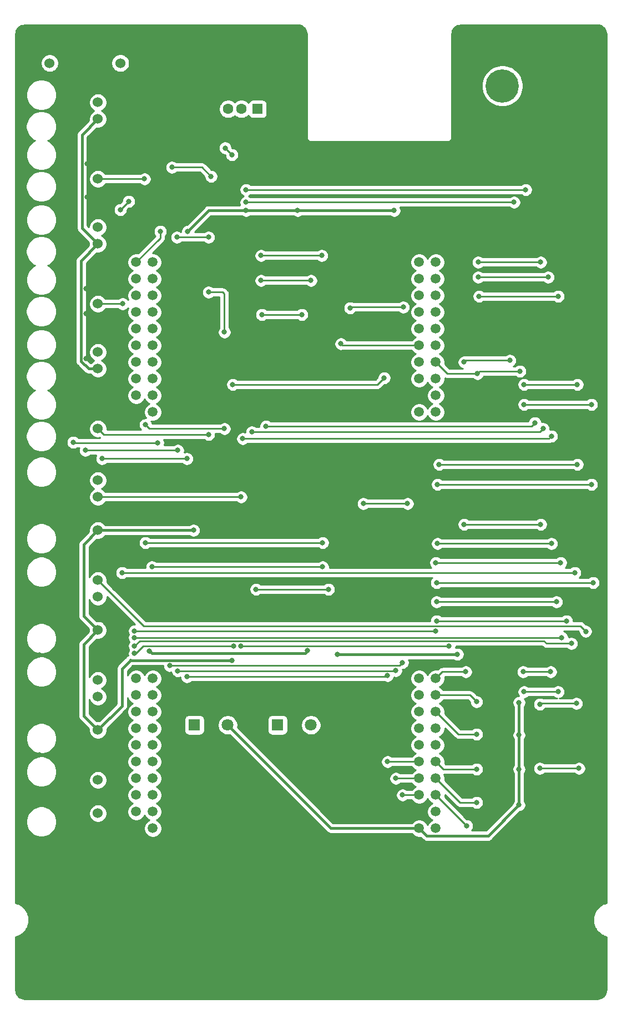
<source format=gbr>
%TF.GenerationSoftware,KiCad,Pcbnew,(5.1.6)-1*%
%TF.CreationDate,2021-12-02T00:23:03-06:00*%
%TF.ProjectId,SRA_Sensor_Board(connector_on_board),5352415f-5365-46e7-936f-725f426f6172,rev?*%
%TF.SameCoordinates,Original*%
%TF.FileFunction,Copper,L2,Bot*%
%TF.FilePolarity,Positive*%
%FSLAX46Y46*%
G04 Gerber Fmt 4.6, Leading zero omitted, Abs format (unit mm)*
G04 Created by KiCad (PCBNEW (5.1.6)-1) date 2021-12-02 00:23:03*
%MOMM*%
%LPD*%
G01*
G04 APERTURE LIST*
%TA.AperFunction,ComponentPad*%
%ADD10C,1.520000*%
%TD*%
%TA.AperFunction,ComponentPad*%
%ADD11C,5.080000*%
%TD*%
%TA.AperFunction,ComponentPad*%
%ADD12C,1.524000*%
%TD*%
%TA.AperFunction,ComponentPad*%
%ADD13C,3.000000*%
%TD*%
%TA.AperFunction,ComponentPad*%
%ADD14R,1.600000X1.600000*%
%TD*%
%TA.AperFunction,ComponentPad*%
%ADD15C,1.600000*%
%TD*%
%TA.AperFunction,ComponentPad*%
%ADD16R,1.800000X1.800000*%
%TD*%
%TA.AperFunction,ComponentPad*%
%ADD17C,1.800000*%
%TD*%
%TA.AperFunction,ViaPad*%
%ADD18C,0.800000*%
%TD*%
%TA.AperFunction,Conductor*%
%ADD19C,0.254000*%
%TD*%
%TA.AperFunction,Conductor*%
%ADD20C,0.381000*%
%TD*%
%TA.AperFunction,Conductor*%
%ADD21C,0.250000*%
%TD*%
G04 APERTURE END LIST*
D10*
%TO.P,U3,PE4*%
%TO.N,Net-(U3-PadPE4)*%
X88392000Y-136906000D03*
%TO.P,U3,PE1*%
%TO.N,Photodiode2*%
X85852000Y-131826000D03*
%TO.P,U3,PP5*%
%TO.N,Net-(U3-PadPP5)*%
X42672000Y-70866000D03*
%TO.P,U3,PC7*%
%TO.N,TIVA_CO2_TX*%
X88392000Y-121666000D03*
%TO.P,U3,PM4*%
%TO.N,Net-(U3-PadPM4)*%
X85852000Y-119126000D03*
%TO.P,U3,PD3*%
%TO.N,Net-(U3-PadPD3)*%
X88392000Y-124206000D03*
%TO.P,U3,PC6*%
%TO.N,TIVA_CO2_RX*%
X88392000Y-129286000D03*
%TO.P,U3,PC4*%
%TO.N,TIVA_O2_RX*%
X88392000Y-134366000D03*
%TO.P,U3,PM7*%
%TO.N,Net-(U3-PadPM7)*%
X42672000Y-73406000D03*
%TO.P,U3,+5V*%
%TO.N,+5V*%
X85852000Y-139446000D03*
%TO.P,U3,PC5*%
%TO.N,TIVA_O2_TX*%
X88392000Y-131826000D03*
%TO.P,U3,+3V3*%
%TO.N,+3V3*%
X88392000Y-139446000D03*
%TO.P,U3,PM5*%
%TO.N,Net-(U3-PadPM5)*%
X85852000Y-116586000D03*
%TO.P,U3,GND*%
%TO.N,GND*%
X42672000Y-75946000D03*
%TO.P,U3,PA6*%
%TO.N,Net-(U3-PadPA6)*%
X85852000Y-121666000D03*
%TO.P,U3,PD7*%
%TO.N,Net-(U3-PadPD7)*%
X85852000Y-124206000D03*
%TO.P,U3,PE0*%
%TO.N,Photodiode1*%
X85852000Y-134366000D03*
%TO.P,U3,PE5*%
%TO.N,Net-(U3-PadPE5)*%
X88392000Y-126746000D03*
%TO.P,U3,PE2*%
%TO.N,Photodiode3*%
X85852000Y-129286000D03*
%TO.P,U3,PK7*%
%TO.N,Laser1*%
X45212000Y-53086000D03*
%TO.P,U3,GND*%
%TO.N,GND*%
X85852000Y-136906000D03*
%TO.P,U3,PB3*%
%TO.N,NO2_SDA*%
X88392000Y-116586000D03*
%TO.P,U3,PB2*%
%TO.N,NO2_SCL*%
X88392000Y-119126000D03*
%TO.P,U3,PE3*%
%TO.N,Net-(U3-PadPE3)*%
X85852000Y-126746000D03*
%TO.P,U3,PB4*%
%TO.N,Net-(U3-PadPB4)*%
X85852000Y-70866000D03*
%TO.P,U3,PK0*%
%TO.N,TIVA_NH3_A*%
X85852000Y-65786000D03*
%TO.P,U3,PQ1*%
%TO.N,Lights*%
X42672000Y-55626000D03*
%TO.P,U3,PK5*%
%TO.N,Net-(U3-PadPK5)*%
X45212000Y-70866000D03*
%TO.P,U3,PN4*%
%TO.N,Net-(R5-Pad1)*%
X88392000Y-53086000D03*
%TO.P,U3,PD5*%
%TO.N,Net-(U3-PadPD5)*%
X88392000Y-63246000D03*
%TO.P,U3,PP0*%
%TO.N,CH4_TX*%
X88392000Y-70866000D03*
%TO.P,U3,GND*%
%TO.N,GND*%
X85852000Y-73406000D03*
%TO.P,U3,Rese'*%
%TO.N,Net-(U3-PadRese')*%
X42672000Y-65786000D03*
%TO.P,U3,PK2*%
%TO.N,Net-(U3-PadPK2)*%
X85852000Y-60706000D03*
%TO.P,U3,PA5*%
%TO.N,Net-(U3-PadPA5)*%
X85852000Y-53086000D03*
%TO.P,U3,PK3*%
%TO.N,Net-(U3-PadPK3)*%
X85852000Y-58166000D03*
%TO.P,U3,PK1*%
%TO.N,Net-(U3-PadPK1)*%
X85852000Y-63246000D03*
%TO.P,U3,PN5*%
%TO.N,Net-(R4-Pad2)*%
X88392000Y-55626000D03*
%TO.P,U3,PM6*%
%TO.N,UVLED*%
X42672000Y-53086000D03*
%TO.P,U3,PK6*%
%TO.N,Laser2*%
X45212000Y-55626000D03*
%TO.P,U3,PH1*%
%TO.N,Laser3*%
X45212000Y-58166000D03*
%TO.P,U3,PB5*%
%TO.N,Net-(U3-PadPB5)*%
X85852000Y-68326000D03*
%TO.P,U3,PQ0*%
%TO.N,Net-(U3-PadPQ0)*%
X88392000Y-60706000D03*
%TO.P,U3,PH0*%
%TO.N,Net-(U3-PadPH0)*%
X45212000Y-60706000D03*
%TO.P,U3,PD2*%
%TO.N,Net-(U3-PadPD2)*%
X88392000Y-73406000D03*
%TO.P,U3,PA7*%
%TO.N,Net-(U3-PadPA7)*%
X42672000Y-68326000D03*
%TO.P,U3,PQ3*%
%TO.N,Net-(U3-PadPQ3)*%
X42672000Y-60706000D03*
%TO.P,U3,PA4*%
%TO.N,Net-(U3-PadPA4)*%
X85852000Y-55626000D03*
%TO.P,U3,PP3*%
%TO.N,Net-(U3-PadPP3)*%
X42672000Y-58166000D03*
%TO.P,U3,PM2*%
%TO.N,Net-(U3-PadPM2)*%
X45212000Y-63246000D03*
%TO.P,U3,PM1*%
%TO.N,Net-(U3-PadPM1)*%
X45212000Y-65786000D03*
%TO.P,U3,PK4*%
%TO.N,Net-(U3-PadPK4)*%
X45212000Y-73406000D03*
%TO.P,U3,PP1*%
%TO.N,CH4_RX*%
X88392000Y-68326000D03*
%TO.P,U3,+5V`*%
%TO.N,N/C*%
X85852000Y-75946000D03*
%TO.P,U3,+3V3`*%
X88392000Y-75946000D03*
%TO.P,U3,PQ2*%
%TO.N,Net-(U3-PadPQ2)*%
X42672000Y-63246000D03*
%TO.P,U3,PM0*%
%TO.N,Net-(U3-PadPM0)*%
X45212000Y-68326000D03*
%TO.P,U3,PP4*%
%TO.N,Net-(R3-Pad2)*%
X88392000Y-58166000D03*
%TO.P,U3,PG1*%
%TO.N,Net-(U3-PadPG1)*%
X45212000Y-75946000D03*
%TO.P,U3,PD4*%
%TO.N,Net-(U3-PadPD4)*%
X88392000Y-65786000D03*
%TO.P,U3,PL0*%
%TO.N,Net-(U3-PadPL0)*%
X45212000Y-124206000D03*
%TO.P,U3,PF1*%
%TO.N,Net-(U3-PadPF1)*%
X45212000Y-139446000D03*
%TO.P,U3,PG0*%
%TO.N,Net-(U3-PadPG0)*%
X45212000Y-131826000D03*
%TO.P,U3,PF3*%
%TO.N,Net-(U3-PadPF3)*%
X45212000Y-134366000D03*
%TO.P,U3,PF2*%
%TO.N,Net-(U3-PadPF2)*%
X45212000Y-136906000D03*
%TO.P,U3,PL5*%
%TO.N,Net-(U3-PadPL5)*%
X45212000Y-126746000D03*
%TO.P,U3,PL4*%
%TO.N,Net-(U3-PadPL4)*%
X45212000Y-129286000D03*
%TO.P,U3,PH2*%
%TO.N,Net-(U3-PadPH2)*%
X42672000Y-134366000D03*
%TO.P,U3,PD0*%
%TO.N,Net-(U3-PadPD0)*%
X42672000Y-124206000D03*
%TO.P,U3,PN2*%
%TO.N,Net-(U3-PadPN2)*%
X42672000Y-121666000D03*
%TO.P,U3,PL2*%
%TO.N,Net-(U3-PadPL2)*%
X45212000Y-119126000D03*
%TO.P,U3,PD1*%
%TO.N,Net-(U3-PadPD1)*%
X42672000Y-126746000D03*
%TO.P,U3,PL3*%
%TO.N,Net-(U3-PadPL3)*%
X45212000Y-116586000D03*
%TO.P,U3,PN3*%
%TO.N,Net-(U3-PadPN3)*%
X42672000Y-119126000D03*
%TO.P,U3,PH3*%
%TO.N,Net-(U3-PadPH3)*%
X42672000Y-131826000D03*
%TO.P,U3,PP2*%
%TO.N,Net-(U3-PadPP2)*%
X42672000Y-116586000D03*
%TO.P,U3,GND*%
%TO.N,GND*%
X42672000Y-139446000D03*
%TO.P,U3,PL1*%
%TO.N,Net-(U3-PadPL1)*%
X45212000Y-121666000D03*
%TO.P,U3,PM3*%
%TO.N,Net-(U3-PadPM3)*%
X42672000Y-136906000D03*
%TO.P,U3,Rese*%
%TO.N,Net-(U3-PadRese)*%
X42672000Y-129286000D03*
%TD*%
D11*
%TO.P,Conn1,1*%
%TO.N,GND*%
X106426000Y-26187400D03*
%TO.P,Conn1,2*%
%TO.N,+12V*%
X98552000Y-26187400D03*
%TD*%
D12*
%TO.P,Conn3,1*%
%TO.N,+5V*%
X36830000Y-93980000D03*
%TO.P,Conn3,2*%
%TO.N,GND*%
X36830000Y-91440000D03*
%TO.P,Conn3,3*%
%TO.N,NO2_SCL*%
X36830000Y-88900000D03*
%TO.P,Conn3,4*%
%TO.N,NO2_SDA*%
X36830000Y-86360000D03*
%TD*%
%TO.P,Conn4,1*%
%TO.N,+5V*%
X36830000Y-124460000D03*
%TO.P,Conn4,2*%
%TO.N,GND*%
X36830000Y-121920000D03*
%TO.P,Conn4,3*%
%TO.N,CO2_TX*%
X36830000Y-119380000D03*
%TO.P,Conn4,4*%
%TO.N,CO2_RX*%
X36830000Y-116840000D03*
%TD*%
%TO.P,Conn5,4*%
%TO.N,O2_RX*%
X36830000Y-101600000D03*
%TO.P,Conn5,3*%
%TO.N,O2_TX*%
X36830000Y-104140000D03*
%TO.P,Conn5,2*%
%TO.N,GND*%
X36830000Y-106680000D03*
%TO.P,Conn5,1*%
%TO.N,+5V*%
X36830000Y-109220000D03*
%TD*%
D13*
%TO.P,J1,5*%
%TO.N,GND*%
X51144000Y-27008000D03*
X64284000Y-27008000D03*
D14*
%TO.P,J1,1*%
%TO.N,Net-(C5-Pad2)*%
X61214000Y-29718000D03*
D15*
%TO.P,J1,2*%
%TO.N,/Sheet615E4949/D1-*%
X58714000Y-29718000D03*
%TO.P,J1,3*%
%TO.N,/Sheet615E4949/D1+*%
X56714000Y-29718000D03*
%TO.P,J1,4*%
%TO.N,GND*%
X54214000Y-29718000D03*
%TD*%
D16*
%TO.P,U1,1*%
%TO.N,+12V*%
X51562000Y-123698000D03*
D17*
%TO.P,U1,2*%
%TO.N,GND*%
X54102000Y-123698000D03*
%TO.P,U1,3*%
%TO.N,+5V*%
X56642000Y-123698000D03*
%TD*%
%TO.P,U2,3*%
%TO.N,+3V3*%
X69342000Y-123698000D03*
%TO.P,U2,2*%
%TO.N,GND*%
X66802000Y-123698000D03*
D16*
%TO.P,U2,1*%
%TO.N,+12V*%
X64262000Y-123698000D03*
%TD*%
D12*
%TO.P,Conn2,1*%
%TO.N,+12V*%
X36830000Y-137160000D03*
%TO.P,Conn2,2*%
%TO.N,GND*%
X36830000Y-134620000D03*
%TO.P,Conn2,3*%
%TO.N,NH3_A*%
X36830000Y-132080000D03*
%TD*%
%TO.P,Conn7,2*%
%TO.N,GND*%
X36830000Y-56896000D03*
%TO.P,Conn7,1*%
%TO.N,Net-(Conn7-Pad1)*%
X36830000Y-59436000D03*
%TD*%
%TO.P,Conn8,1*%
%TO.N,+3V3*%
X36830000Y-50292000D03*
%TO.P,Conn8,2*%
%TO.N,Photodiode2*%
X36830000Y-47752000D03*
%TD*%
%TO.P,Conn9,2*%
%TO.N,GND*%
X36830000Y-75946000D03*
%TO.P,Conn9,1*%
%TO.N,Net-(Conn9-Pad1)*%
X36830000Y-78486000D03*
%TD*%
%TO.P,Conn10,1*%
%TO.N,+3V3*%
X36830000Y-69342000D03*
%TO.P,Conn10,2*%
%TO.N,Photodiode3*%
X36830000Y-66802000D03*
%TD*%
%TO.P,Conn11,2*%
%TO.N,GND*%
X36830000Y-37846000D03*
%TO.P,Conn11,1*%
%TO.N,Net-(Conn11-Pad1)*%
X36830000Y-40386000D03*
%TD*%
%TO.P,Conn12,1*%
%TO.N,+3V3*%
X36830000Y-31242000D03*
%TO.P,Conn12,2*%
%TO.N,Photodiode1*%
X36830000Y-28702000D03*
%TD*%
%TO.P,Conn13,1*%
%TO.N,Lights*%
X29464000Y-22733000D03*
%TO.P,Conn13,2*%
%TO.N,GND*%
X32004000Y-22733000D03*
%TD*%
%TO.P,Conn14,2*%
%TO.N,GND*%
X42799000Y-22733000D03*
%TO.P,Conn14,1*%
%TO.N,UVLED*%
X40259000Y-22733000D03*
%TD*%
D18*
%TO.N,GND*%
X46990000Y-45720000D03*
X46990000Y-33020000D03*
X46990000Y-22860000D03*
X67310000Y-22860000D03*
X76200000Y-38100000D03*
X86360000Y-38100000D03*
X101600000Y-38100000D03*
X109220000Y-45720000D03*
X109220000Y-57150000D03*
X109220000Y-67310000D03*
X83185000Y-107315000D03*
X83820000Y-102870000D03*
X83820000Y-97790000D03*
X83820000Y-92710000D03*
X76200000Y-93345000D03*
X80010000Y-97790000D03*
X97790000Y-90170000D03*
X107950000Y-90170000D03*
X77470000Y-120650000D03*
X77470000Y-125730000D03*
X77470000Y-130810000D03*
X77470000Y-135890000D03*
X27940000Y-128270000D03*
X34290000Y-128270000D03*
X27940000Y-113030000D03*
X33020000Y-113030000D03*
X29210000Y-97790000D03*
X35179000Y-43180000D03*
X35179000Y-38100000D03*
X34671000Y-28321000D03*
X106426000Y-125603000D03*
X107061000Y-131445000D03*
X35052000Y-57150000D03*
X35052000Y-60960000D03*
X35052000Y-67818000D03*
X35052000Y-72390000D03*
X35052000Y-77470000D03*
%TO.N,+5V*%
X101092000Y-135890000D03*
X101092000Y-120269000D03*
X101092000Y-125222000D03*
X101092000Y-130429000D03*
X57263000Y-113806000D03*
X51435000Y-93980000D03*
X59436000Y-45212000D03*
X67310000Y-45212000D03*
X50546000Y-48387000D03*
X82042000Y-45212000D03*
%TO.N,+3V3*%
X73406000Y-112903000D03*
X91694000Y-112903000D03*
X83439000Y-59944000D03*
X75311000Y-60071000D03*
X68834000Y-112358000D03*
X44704000Y-112366500D03*
%TO.N,Net-(C10-Pad1)*%
X54102000Y-40005000D03*
X48133000Y-38608000D03*
%TO.N,CO2_TX*%
X110236000Y-130302000D03*
X104267000Y-130302000D03*
X42418000Y-111633000D03*
%TO.N,CO2_RX*%
X109855000Y-120396000D03*
X104267000Y-120523000D03*
X42418004Y-110363000D03*
%TO.N,CO2_TX*%
X109093000Y-111252000D03*
%TO.N,CO2_RX*%
X107605990Y-110343158D03*
%TO.N,O2_RX*%
X111273970Y-109418166D03*
%TO.N,O2_TX*%
X40510892Y-100459108D03*
X109601000Y-100457000D03*
%TO.N,Net-(D1-Pad2)*%
X60960000Y-102997000D03*
X72009000Y-102997000D03*
%TO.N,Net-(D3-Pad2)*%
X94996000Y-58293000D03*
X107061000Y-58293000D03*
X106045000Y-79629000D03*
X58928000Y-80010000D03*
%TO.N,Net-(D4-Pad2)*%
X94869000Y-55372000D03*
X105537000Y-55372000D03*
X104775000Y-78486000D03*
X60325000Y-78994000D03*
%TO.N,Net-(D5-Pad2)*%
X94869000Y-53086000D03*
X104394000Y-53086000D03*
X103505000Y-77597000D03*
X62484000Y-78105000D03*
%TO.N,Net-(D6-Pad2)*%
X84074000Y-89916000D03*
X77343000Y-89916000D03*
%TO.N,Net-(D7-Pad2)*%
X88646000Y-96012000D03*
X107061000Y-118618000D03*
X101854000Y-118618000D03*
X106045000Y-96012000D03*
%TO.N,Net-(D8-Pad2)*%
X92710000Y-93091000D03*
X101727000Y-115570000D03*
X104393998Y-93091000D03*
X105918000Y-115570000D03*
%TO.N,Net-(D9-Pad2)*%
X61849000Y-61087000D03*
X67945000Y-61087000D03*
%TO.N,Net-(D10-Pad2)*%
X88519000Y-107823000D03*
X108331004Y-107823000D03*
%TO.N,Net-(D11-Pad2)*%
X88519000Y-104902000D03*
X106807000Y-104902000D03*
%TO.N,Net-(D12-Pad2)*%
X88519000Y-101981000D03*
X112395000Y-101981000D03*
%TO.N,Net-(D13-Pad2)*%
X88392000Y-98933000D03*
X107441999Y-98933000D03*
%TO.N,Net-(D14-Pad2)*%
X88900000Y-83947000D03*
X109982000Y-83947000D03*
X101854000Y-71755000D03*
X109982000Y-71755000D03*
%TO.N,Net-(D15-Pad2)*%
X88646000Y-86995000D03*
X112141000Y-86995000D03*
X101854000Y-74803000D03*
X112141000Y-74803000D03*
%TO.N,TIVA_O2_TX*%
X94615000Y-135509000D03*
%TO.N,TIVA_CO2_TX*%
X94615000Y-125095000D03*
%TO.N,TIVA_O2_RX*%
X93091000Y-139065000D03*
%TO.N,TIVA_CO2_RX*%
X94615000Y-130429000D03*
%TO.N,CH4_RX*%
X59436000Y-42037000D03*
X102108000Y-42037000D03*
X101219000Y-69723000D03*
X94742000Y-70104000D03*
%TO.N,CH4_TX*%
X59436000Y-43942000D03*
X100330000Y-43942000D03*
X99695000Y-68072000D03*
X92710000Y-68326000D03*
%TO.N,/Sheet615E4949/D2+*%
X56247933Y-35673933D03*
X57276067Y-36702067D03*
%TO.N,NH3_A*%
X80518000Y-70739000D03*
X57404000Y-71755000D03*
X57531000Y-111633000D03*
X42418000Y-112776000D03*
%TO.N,NO2_SCL*%
X94615000Y-120142000D03*
X58674000Y-88900000D03*
X58674000Y-111633000D03*
X90424000Y-111633000D03*
%TO.N,NO2_SDA*%
X92964000Y-115570000D03*
X88392000Y-109347000D03*
X42418000Y-109347000D03*
%TO.N,Net-(Conn7-Pad1)*%
X53721000Y-57658000D03*
X56134000Y-63754000D03*
X56134000Y-78486000D03*
X40603010Y-59436000D03*
X44097510Y-77885831D03*
%TO.N,Photodiode2*%
X82296000Y-131826000D03*
X49022000Y-81788000D03*
X49021994Y-115443000D03*
X82296000Y-115406010D03*
X34925000Y-81788000D03*
%TO.N,Net-(Conn9-Pad1)*%
X53721000Y-79375000D03*
%TO.N,Photodiode3*%
X50419000Y-83058000D03*
X81026000Y-129286000D03*
X50419000Y-116332000D03*
X81026000Y-116168010D03*
X37465000Y-83058000D03*
%TO.N,Net-(Conn11-Pad1)*%
X43942000Y-40386000D03*
X53721000Y-49276000D03*
X48895000Y-49275998D03*
%TO.N,Photodiode1*%
X83312000Y-134366000D03*
X83312000Y-114173000D03*
X45974000Y-80645000D03*
X47784377Y-114648623D03*
X33054990Y-80551334D03*
%TO.N,UVLED*%
X46355000Y-48387000D03*
%TO.N,Net-(D16-Pad2)*%
X69342000Y-55880000D03*
X61722000Y-55880000D03*
%TO.N,Net-(D17-Pad2)*%
X70993000Y-52070000D03*
X61722000Y-52070000D03*
%TO.N,Net-(D18-Pad2)*%
X71120000Y-95885000D03*
X44097510Y-95885000D03*
X41529000Y-43815000D03*
X40259000Y-45085000D03*
%TO.N,Net-(D19-Pad2)*%
X71120000Y-99568000D03*
X45085000Y-99568000D03*
%TO.N,TIVA_NH3_A*%
X73914008Y-65532000D03*
%TD*%
D19*
%TO.N,+5V*%
X101092000Y-135890000D02*
X101092000Y-130429000D01*
X101092000Y-125222000D02*
X101092000Y-120269000D01*
X101092000Y-130429000D02*
X101092000Y-125222000D01*
D20*
X96385499Y-140596501D02*
X101092000Y-135890000D01*
X87002501Y-140596501D02*
X96385499Y-140596501D01*
X85852000Y-139446000D02*
X87002501Y-140596501D01*
X101092000Y-135890000D02*
X101092000Y-120269000D01*
X59436000Y-45212000D02*
X67310000Y-45212000D01*
X72390000Y-139446000D02*
X56642000Y-123698000D01*
X85852000Y-139446000D02*
X72390000Y-139446000D01*
X53721000Y-45212000D02*
X59436000Y-45212000D01*
X50546000Y-48387000D02*
X53721000Y-45212000D01*
X67310000Y-45212000D02*
X82042000Y-45212000D01*
X57263000Y-113806000D02*
X41797004Y-113806000D01*
X41797004Y-113806000D02*
X41783000Y-113791996D01*
X40513000Y-120777000D02*
X36830000Y-124460000D01*
X41797004Y-113806000D02*
X40513000Y-115090004D01*
X40513000Y-115090004D02*
X40513000Y-120777000D01*
%TO.N,+3V3*%
X73406000Y-112903000D02*
X91694000Y-112903000D01*
D19*
X83439000Y-59944000D02*
X75438000Y-59944000D01*
X75438000Y-59944000D02*
X75311000Y-60071000D01*
D20*
X68834000Y-112358000D02*
X68434001Y-112757999D01*
X45095499Y-112757999D02*
X44704000Y-112366500D01*
X68434001Y-112757999D02*
X45095499Y-112757999D01*
D19*
%TO.N,Net-(C10-Pad1)*%
X54102000Y-40005000D02*
X52705000Y-38608000D01*
X52705000Y-38608000D02*
X48133000Y-38608000D01*
%TO.N,CO2_TX*%
X104267000Y-130302000D02*
X110236000Y-130302000D01*
D21*
%TO.N,CO2_RX*%
X104394000Y-120396000D02*
X104267000Y-120523000D01*
X109855000Y-120396000D02*
X104394000Y-120396000D01*
D19*
%TO.N,+5V*%
X37084000Y-108585000D02*
X37084000Y-108585000D01*
D20*
X51435000Y-93980000D02*
X36830000Y-93980000D01*
X34671000Y-122301000D02*
X36830000Y-124460000D01*
X36830000Y-109220000D02*
X34671000Y-111379000D01*
X34671000Y-111379000D02*
X34671000Y-122301000D01*
X34671000Y-107061000D02*
X36830000Y-109220000D01*
X36830000Y-93980000D02*
X34671000Y-96139000D01*
X34671000Y-96139000D02*
X34671000Y-107061000D01*
%TO.N,+3V3*%
X34261499Y-52860501D02*
X36830000Y-50292000D01*
X35406058Y-69342000D02*
X34261499Y-68197441D01*
X34261499Y-68197441D02*
X34261499Y-52860501D01*
X36830000Y-69342000D02*
X35406058Y-69342000D01*
X34388499Y-47850499D02*
X36830000Y-50292000D01*
X36830000Y-31242000D02*
X34388499Y-33683501D01*
X34388499Y-33683501D02*
X34388499Y-47850499D01*
D21*
%TO.N,CO2_TX*%
X105283000Y-111252000D02*
X109093000Y-111252000D01*
X104883001Y-110852001D02*
X105283000Y-111252000D01*
X42418000Y-111633000D02*
X43198999Y-110852001D01*
X43198999Y-110852001D02*
X104883001Y-110852001D01*
%TO.N,CO2_RX*%
X42418004Y-110363000D02*
X107586148Y-110363000D01*
X107586148Y-110363000D02*
X107605990Y-110343158D01*
D19*
%TO.N,O2_RX*%
X43815000Y-108585000D02*
X110440804Y-108585000D01*
X110440804Y-108585000D02*
X111273970Y-109418166D01*
X36830000Y-101600000D02*
X43815000Y-108585000D01*
%TO.N,O2_TX*%
X40510892Y-100459108D02*
X109598892Y-100459108D01*
X109598892Y-100459108D02*
X109601000Y-100457000D01*
%TO.N,Net-(D1-Pad2)*%
X60960000Y-102997000D02*
X72009000Y-102997000D01*
D21*
%TO.N,Net-(D3-Pad2)*%
X94996000Y-58293000D02*
X107061000Y-58293000D01*
X105664000Y-80010000D02*
X58928000Y-80010000D01*
X106045000Y-79629000D02*
X105664000Y-80010000D01*
%TO.N,Net-(D4-Pad2)*%
X94869000Y-55372000D02*
X105537000Y-55372000D01*
X104267000Y-78994000D02*
X60325000Y-78994000D01*
X104775000Y-78486000D02*
X104267000Y-78994000D01*
%TO.N,Net-(D5-Pad2)*%
X94869000Y-53086000D02*
X104394000Y-53086000D01*
X103505000Y-77597000D02*
X102997000Y-78105000D01*
X102997000Y-78105000D02*
X62484000Y-78105000D01*
%TO.N,Net-(D6-Pad2)*%
X84074000Y-89916000D02*
X77343000Y-89916000D01*
%TO.N,Net-(D7-Pad2)*%
X107061000Y-118618000D02*
X101854000Y-118618000D01*
X88646000Y-96012000D02*
X89211685Y-96012000D01*
X89211685Y-96012000D02*
X106045000Y-96012000D01*
%TO.N,Net-(D8-Pad2)*%
X92710000Y-93091000D02*
X104393998Y-93091000D01*
X101727000Y-115570000D02*
X105918000Y-115570000D01*
%TO.N,Net-(D9-Pad2)*%
X61849000Y-61087000D02*
X67945000Y-61087000D01*
%TO.N,Net-(D10-Pad2)*%
X88519000Y-107823000D02*
X108331004Y-107823000D01*
%TO.N,Net-(D11-Pad2)*%
X88519000Y-104902000D02*
X106807000Y-104902000D01*
%TO.N,Net-(D12-Pad2)*%
X88519000Y-101981000D02*
X112395000Y-101981000D01*
%TO.N,Net-(D13-Pad2)*%
X88392000Y-98933000D02*
X107441999Y-98933000D01*
%TO.N,Net-(D14-Pad2)*%
X88900000Y-83947000D02*
X109982000Y-83947000D01*
X101854000Y-71755000D02*
X109982000Y-71755000D01*
%TO.N,Net-(D15-Pad2)*%
X88646000Y-86995000D02*
X112141000Y-86995000D01*
X101854000Y-74803000D02*
X112141000Y-74803000D01*
%TO.N,TIVA_O2_TX*%
X92075000Y-135509000D02*
X88392000Y-131826000D01*
X94615000Y-135509000D02*
X92075000Y-135509000D01*
%TO.N,TIVA_CO2_TX*%
X91821000Y-125095000D02*
X88392000Y-121666000D01*
X94615000Y-125095000D02*
X91821000Y-125095000D01*
%TO.N,TIVA_O2_RX*%
X93091000Y-139065000D02*
X88392000Y-134366000D01*
%TO.N,TIVA_CO2_RX*%
X89535000Y-130429000D02*
X88392000Y-129286000D01*
X94615000Y-130429000D02*
X89535000Y-130429000D01*
%TO.N,CH4_RX*%
X59436000Y-42037000D02*
X102108000Y-42037000D01*
X95123000Y-69723000D02*
X94742000Y-70104000D01*
X101219000Y-69723000D02*
X95123000Y-69723000D01*
X90170000Y-70104000D02*
X88392000Y-68326000D01*
X94742000Y-70104000D02*
X90170000Y-70104000D01*
%TO.N,CH4_TX*%
X59436000Y-43942000D02*
X100330000Y-43942000D01*
X92964000Y-68072000D02*
X92710000Y-68326000D01*
X99695000Y-68072000D02*
X92964000Y-68072000D01*
D19*
%TO.N,/Sheet615E4949/D2+*%
X56247933Y-35673933D02*
X57276067Y-36702067D01*
D21*
%TO.N,NH3_A*%
X79502000Y-71755000D02*
X57404000Y-71755000D01*
X80518000Y-70739000D02*
X79502000Y-71755000D01*
X57531000Y-111633000D02*
X43745002Y-111633000D01*
X42602002Y-112776000D02*
X42418000Y-112776000D01*
X43745002Y-111633000D02*
X42602002Y-112776000D01*
%TO.N,NO2_SCL*%
X93599000Y-119126000D02*
X88392000Y-119126000D01*
X94615000Y-120142000D02*
X93599000Y-119126000D01*
X58674000Y-111633000D02*
X90424000Y-111633000D01*
D19*
X58674000Y-88900000D02*
X36830000Y-88900000D01*
D21*
%TO.N,NO2_SDA*%
X89408000Y-115570000D02*
X88392000Y-116586000D01*
X92964000Y-115570000D02*
X89408000Y-115570000D01*
X88392000Y-109347000D02*
X42418000Y-109347000D01*
%TO.N,Net-(Conn7-Pad1)*%
X53721000Y-57658000D02*
X55880000Y-57658000D01*
X56134000Y-57912000D02*
X56134000Y-63754000D01*
X55880000Y-57658000D02*
X56134000Y-57912000D01*
X44697679Y-78486000D02*
X44097510Y-77885831D01*
X56134000Y-78486000D02*
X44697679Y-78486000D01*
D19*
X40603010Y-59436000D02*
X36830000Y-59436000D01*
D21*
%TO.N,Photodiode2*%
X85852000Y-131826000D02*
X82296000Y-131826000D01*
X49021994Y-115443000D02*
X82259010Y-115443000D01*
X82259010Y-115443000D02*
X82296000Y-115406010D01*
X49022000Y-81788000D02*
X34925000Y-81788000D01*
D19*
%TO.N,Net-(Conn9-Pad1)*%
X37719000Y-79375000D02*
X36830000Y-78486000D01*
X53721000Y-79375000D02*
X37719000Y-79375000D01*
D21*
%TO.N,Photodiode3*%
X85852000Y-129286000D02*
X81026000Y-129286000D01*
X50419000Y-116332000D02*
X80862010Y-116332000D01*
X80862010Y-116332000D02*
X81026000Y-116168010D01*
X50419000Y-83058000D02*
X37465000Y-83058000D01*
%TO.N,Net-(Conn11-Pad1)*%
X53721000Y-49276000D02*
X48895002Y-49276000D01*
X48895002Y-49276000D02*
X48895000Y-49275998D01*
D19*
X36830000Y-40386000D02*
X43942000Y-40386000D01*
D21*
%TO.N,Photodiode1*%
X85852000Y-134366000D02*
X83312000Y-134366000D01*
X82836377Y-114648623D02*
X47784377Y-114648623D01*
X83312000Y-114173000D02*
X82836377Y-114648623D01*
X45974000Y-80645000D02*
X33148656Y-80645000D01*
X33148656Y-80645000D02*
X33054990Y-80551334D01*
D19*
%TO.N,UVLED*%
X42672000Y-53086000D02*
X46355000Y-49403000D01*
X46355000Y-49403000D02*
X46355000Y-48387000D01*
D21*
%TO.N,Net-(D16-Pad2)*%
X69342000Y-55880000D02*
X61722000Y-55880000D01*
%TO.N,Net-(D17-Pad2)*%
X70993000Y-52070000D02*
X61722000Y-52070000D01*
%TO.N,Net-(D18-Pad2)*%
X71120000Y-95885000D02*
X44097510Y-95885000D01*
D19*
X41529000Y-43815000D02*
X40259000Y-45085000D01*
D21*
%TO.N,Net-(D19-Pad2)*%
X71120000Y-99568000D02*
X45085000Y-99568000D01*
D19*
%TO.N,TIVA_NH3_A*%
X74168008Y-65786000D02*
X73914008Y-65532000D01*
X85852000Y-65786000D02*
X74168008Y-65786000D01*
%TD*%
%TO.N,GND*%
G36*
X67575875Y-16945234D02*
G01*
X67831622Y-17022448D01*
X68067504Y-17147869D01*
X68274530Y-17316716D01*
X68444813Y-17522554D01*
X68571879Y-17757556D01*
X68650876Y-18012756D01*
X68682001Y-18308891D01*
X68682000Y-34003581D01*
X68678807Y-34036000D01*
X68691550Y-34165383D01*
X68729290Y-34289793D01*
X68790575Y-34404450D01*
X68851269Y-34478405D01*
X68873052Y-34504948D01*
X68973550Y-34587425D01*
X69088207Y-34648710D01*
X69212617Y-34686450D01*
X69342000Y-34699193D01*
X69374419Y-34696000D01*
X90137581Y-34696000D01*
X90170000Y-34699193D01*
X90202419Y-34696000D01*
X90299383Y-34686450D01*
X90423793Y-34648710D01*
X90538450Y-34587425D01*
X90638948Y-34504948D01*
X90721425Y-34404450D01*
X90782710Y-34289793D01*
X90820450Y-34165383D01*
X90833193Y-34036000D01*
X90830000Y-34003581D01*
X90830000Y-25874690D01*
X95377000Y-25874690D01*
X95377000Y-26500110D01*
X95499014Y-27113513D01*
X95738352Y-27691326D01*
X96085817Y-28211344D01*
X96528056Y-28653583D01*
X97048074Y-29001048D01*
X97625887Y-29240386D01*
X98239290Y-29362400D01*
X98864710Y-29362400D01*
X99478113Y-29240386D01*
X100055926Y-29001048D01*
X100575944Y-28653583D01*
X101018183Y-28211344D01*
X101365648Y-27691326D01*
X101604986Y-27113513D01*
X101727000Y-26500110D01*
X101727000Y-25874690D01*
X101604986Y-25261287D01*
X101365648Y-24683474D01*
X101018183Y-24163456D01*
X100575944Y-23721217D01*
X100055926Y-23373752D01*
X99478113Y-23134414D01*
X98864710Y-23012400D01*
X98239290Y-23012400D01*
X97625887Y-23134414D01*
X97048074Y-23373752D01*
X96528056Y-23721217D01*
X96085817Y-24163456D01*
X95738352Y-24683474D01*
X95499014Y-25261287D01*
X95377000Y-25874690D01*
X90830000Y-25874690D01*
X90830000Y-18320279D01*
X90859234Y-18022125D01*
X90936448Y-17766378D01*
X91061869Y-17530496D01*
X91230716Y-17323470D01*
X91436554Y-17153187D01*
X91671556Y-17026121D01*
X91926756Y-16947124D01*
X92222882Y-16916000D01*
X112997721Y-16916000D01*
X113295875Y-16945234D01*
X113551622Y-17022448D01*
X113787504Y-17147869D01*
X113994530Y-17316716D01*
X114164813Y-17522554D01*
X114291879Y-17757556D01*
X114370876Y-18012756D01*
X114402001Y-18308891D01*
X114402000Y-150811339D01*
X114061946Y-150919211D01*
X114006974Y-150942772D01*
X113951659Y-150965571D01*
X113943553Y-150969954D01*
X113596030Y-151161006D01*
X113546674Y-151194801D01*
X113496847Y-151227906D01*
X113489747Y-151233780D01*
X113185951Y-151488695D01*
X113144105Y-151531428D01*
X113101653Y-151573584D01*
X113095829Y-151580725D01*
X112847332Y-151889794D01*
X112814606Y-151939805D01*
X112781127Y-151989439D01*
X112776801Y-151997576D01*
X112593068Y-152349022D01*
X112570656Y-152404494D01*
X112547478Y-152459632D01*
X112544815Y-152468454D01*
X112432845Y-152848896D01*
X112421645Y-152907612D01*
X112409607Y-152966254D01*
X112408708Y-152975425D01*
X112372766Y-153370370D01*
X112373184Y-153430186D01*
X112372766Y-153490003D01*
X112373665Y-153499174D01*
X112415118Y-153893577D01*
X112427148Y-153952183D01*
X112438355Y-154010935D01*
X112441019Y-154019757D01*
X112558290Y-154398599D01*
X112581474Y-154453750D01*
X112603880Y-154509208D01*
X112608206Y-154517345D01*
X112796828Y-154866193D01*
X112830283Y-154915792D01*
X112863032Y-154965838D01*
X112868855Y-154972977D01*
X112868858Y-154972981D01*
X112868862Y-154972985D01*
X113121644Y-155278547D01*
X113164061Y-155320669D01*
X113205943Y-155363438D01*
X113213044Y-155369311D01*
X113520369Y-155619960D01*
X113570178Y-155653052D01*
X113619550Y-155686859D01*
X113627656Y-155691241D01*
X113977813Y-155877423D01*
X114033105Y-155900212D01*
X114088101Y-155923784D01*
X114096905Y-155926509D01*
X114402001Y-156018623D01*
X114402000Y-164051721D01*
X114372766Y-164349876D01*
X114295551Y-164605624D01*
X114170131Y-164841504D01*
X114001289Y-165048525D01*
X113795446Y-165218813D01*
X113560444Y-165345879D01*
X113305240Y-165424877D01*
X113009118Y-165456000D01*
X25686279Y-165456000D01*
X25388124Y-165426766D01*
X25132376Y-165349551D01*
X24896496Y-165224131D01*
X24689475Y-165055289D01*
X24519187Y-164849446D01*
X24392121Y-164614444D01*
X24313123Y-164359240D01*
X24282000Y-164063118D01*
X24282000Y-156020661D01*
X24622055Y-155912789D01*
X24677040Y-155889222D01*
X24732341Y-155866429D01*
X24740447Y-155862046D01*
X25087970Y-155670994D01*
X25137327Y-155637199D01*
X25187153Y-155604094D01*
X25194254Y-155598220D01*
X25498049Y-155343305D01*
X25539912Y-155300555D01*
X25582347Y-155258416D01*
X25588171Y-155251274D01*
X25836668Y-154942206D01*
X25869415Y-154892164D01*
X25902873Y-154842561D01*
X25907199Y-154834425D01*
X26090932Y-154482978D01*
X26113337Y-154427523D01*
X26136522Y-154372368D01*
X26139185Y-154363546D01*
X26251155Y-153983104D01*
X26262355Y-153924388D01*
X26274393Y-153865746D01*
X26275292Y-153856575D01*
X26311234Y-153461630D01*
X26310816Y-153401814D01*
X26311234Y-153341997D01*
X26310334Y-153332826D01*
X26268882Y-152938422D01*
X26256855Y-152879829D01*
X26245645Y-152821065D01*
X26242981Y-152812243D01*
X26125710Y-152433401D01*
X26102526Y-152378250D01*
X26080120Y-152322792D01*
X26075794Y-152314655D01*
X25887172Y-151965807D01*
X25853717Y-151916208D01*
X25820968Y-151866162D01*
X25815144Y-151859021D01*
X25562356Y-151553453D01*
X25519923Y-151511315D01*
X25478057Y-151468562D01*
X25470962Y-151462694D01*
X25470957Y-151462689D01*
X25470952Y-151462685D01*
X25163631Y-151212041D01*
X25113838Y-151178959D01*
X25064449Y-151145141D01*
X25056343Y-151140759D01*
X24706187Y-150954577D01*
X24650867Y-150931776D01*
X24595899Y-150908216D01*
X24587099Y-150905492D01*
X24587093Y-150905490D01*
X24282000Y-150813378D01*
X24282000Y-138197560D01*
X25834000Y-138197560D01*
X25834000Y-138662440D01*
X25924694Y-139118387D01*
X26102595Y-139547879D01*
X26360868Y-139934412D01*
X26689588Y-140263132D01*
X27076121Y-140521405D01*
X27505613Y-140699306D01*
X27961560Y-140790000D01*
X28426440Y-140790000D01*
X28882387Y-140699306D01*
X29311879Y-140521405D01*
X29698412Y-140263132D01*
X30027132Y-139934412D01*
X30285405Y-139547879D01*
X30463306Y-139118387D01*
X30554000Y-138662440D01*
X30554000Y-138197560D01*
X30463306Y-137741613D01*
X30285405Y-137312121D01*
X30091826Y-137022408D01*
X35433000Y-137022408D01*
X35433000Y-137297592D01*
X35486686Y-137567490D01*
X35591995Y-137821727D01*
X35744880Y-138050535D01*
X35939465Y-138245120D01*
X36168273Y-138398005D01*
X36422510Y-138503314D01*
X36692408Y-138557000D01*
X36967592Y-138557000D01*
X37237490Y-138503314D01*
X37491727Y-138398005D01*
X37720535Y-138245120D01*
X37915120Y-138050535D01*
X38068005Y-137821727D01*
X38173314Y-137567490D01*
X38227000Y-137297592D01*
X38227000Y-137022408D01*
X38173314Y-136752510D01*
X38068005Y-136498273D01*
X37915120Y-136269465D01*
X37720535Y-136074880D01*
X37491727Y-135921995D01*
X37237490Y-135816686D01*
X36967592Y-135763000D01*
X36692408Y-135763000D01*
X36422510Y-135816686D01*
X36168273Y-135921995D01*
X35939465Y-136074880D01*
X35744880Y-136269465D01*
X35591995Y-136498273D01*
X35486686Y-136752510D01*
X35433000Y-137022408D01*
X30091826Y-137022408D01*
X30027132Y-136925588D01*
X29698412Y-136596868D01*
X29311879Y-136338595D01*
X28882387Y-136160694D01*
X28426440Y-136070000D01*
X27961560Y-136070000D01*
X27505613Y-136160694D01*
X27076121Y-136338595D01*
X26689588Y-136596868D01*
X26360868Y-136925588D01*
X26102595Y-137312121D01*
X25924694Y-137741613D01*
X25834000Y-138197560D01*
X24282000Y-138197560D01*
X24282000Y-130577560D01*
X25834000Y-130577560D01*
X25834000Y-131042440D01*
X25924694Y-131498387D01*
X26102595Y-131927879D01*
X26360868Y-132314412D01*
X26689588Y-132643132D01*
X27076121Y-132901405D01*
X27505613Y-133079306D01*
X27961560Y-133170000D01*
X28426440Y-133170000D01*
X28882387Y-133079306D01*
X29311879Y-132901405D01*
X29698412Y-132643132D01*
X30027132Y-132314412D01*
X30275697Y-131942408D01*
X35433000Y-131942408D01*
X35433000Y-132217592D01*
X35486686Y-132487490D01*
X35591995Y-132741727D01*
X35744880Y-132970535D01*
X35939465Y-133165120D01*
X36168273Y-133318005D01*
X36422510Y-133423314D01*
X36692408Y-133477000D01*
X36967592Y-133477000D01*
X37237490Y-133423314D01*
X37491727Y-133318005D01*
X37720535Y-133165120D01*
X37915120Y-132970535D01*
X38068005Y-132741727D01*
X38173314Y-132487490D01*
X38227000Y-132217592D01*
X38227000Y-131942408D01*
X38173314Y-131672510D01*
X38068005Y-131418273D01*
X37915120Y-131189465D01*
X37720535Y-130994880D01*
X37491727Y-130841995D01*
X37237490Y-130736686D01*
X36967592Y-130683000D01*
X36692408Y-130683000D01*
X36422510Y-130736686D01*
X36168273Y-130841995D01*
X35939465Y-130994880D01*
X35744880Y-131189465D01*
X35591995Y-131418273D01*
X35486686Y-131672510D01*
X35433000Y-131942408D01*
X30275697Y-131942408D01*
X30285405Y-131927879D01*
X30463306Y-131498387D01*
X30554000Y-131042440D01*
X30554000Y-130577560D01*
X30463306Y-130121613D01*
X30285405Y-129692121D01*
X30027132Y-129305588D01*
X29698412Y-128976868D01*
X29311879Y-128718595D01*
X28882387Y-128540694D01*
X28426440Y-128450000D01*
X27961560Y-128450000D01*
X27505613Y-128540694D01*
X27076121Y-128718595D01*
X26689588Y-128976868D01*
X26360868Y-129305588D01*
X26102595Y-129692121D01*
X25924694Y-130121613D01*
X25834000Y-130577560D01*
X24282000Y-130577560D01*
X24282000Y-125497560D01*
X25834000Y-125497560D01*
X25834000Y-125962440D01*
X25924694Y-126418387D01*
X26102595Y-126847879D01*
X26360868Y-127234412D01*
X26689588Y-127563132D01*
X27076121Y-127821405D01*
X27505613Y-127999306D01*
X27961560Y-128090000D01*
X28426440Y-128090000D01*
X28882387Y-127999306D01*
X29311879Y-127821405D01*
X29698412Y-127563132D01*
X30027132Y-127234412D01*
X30285405Y-126847879D01*
X30463306Y-126418387D01*
X30554000Y-125962440D01*
X30554000Y-125497560D01*
X30463306Y-125041613D01*
X30285405Y-124612121D01*
X30027132Y-124225588D01*
X29698412Y-123896868D01*
X29311879Y-123638595D01*
X28882387Y-123460694D01*
X28426440Y-123370000D01*
X27961560Y-123370000D01*
X27505613Y-123460694D01*
X27076121Y-123638595D01*
X26689588Y-123896868D01*
X26360868Y-124225588D01*
X26102595Y-124612121D01*
X25924694Y-125041613D01*
X25834000Y-125497560D01*
X24282000Y-125497560D01*
X24282000Y-115337560D01*
X25834000Y-115337560D01*
X25834000Y-115802440D01*
X25924694Y-116258387D01*
X26102595Y-116687879D01*
X26360868Y-117074412D01*
X26689588Y-117403132D01*
X27076121Y-117661405D01*
X27505613Y-117839306D01*
X27961560Y-117930000D01*
X28426440Y-117930000D01*
X28882387Y-117839306D01*
X29311879Y-117661405D01*
X29698412Y-117403132D01*
X30027132Y-117074412D01*
X30285405Y-116687879D01*
X30463306Y-116258387D01*
X30554000Y-115802440D01*
X30554000Y-115337560D01*
X30463306Y-114881613D01*
X30285405Y-114452121D01*
X30027132Y-114065588D01*
X29698412Y-113736868D01*
X29311879Y-113478595D01*
X28882387Y-113300694D01*
X28426440Y-113210000D01*
X27961560Y-113210000D01*
X27505613Y-113300694D01*
X27076121Y-113478595D01*
X26689588Y-113736868D01*
X26360868Y-114065588D01*
X26102595Y-114452121D01*
X25924694Y-114881613D01*
X25834000Y-115337560D01*
X24282000Y-115337560D01*
X24282000Y-110257560D01*
X25834000Y-110257560D01*
X25834000Y-110722440D01*
X25924694Y-111178387D01*
X26102595Y-111607879D01*
X26360868Y-111994412D01*
X26689588Y-112323132D01*
X27076121Y-112581405D01*
X27505613Y-112759306D01*
X27961560Y-112850000D01*
X28426440Y-112850000D01*
X28882387Y-112759306D01*
X29311879Y-112581405D01*
X29698412Y-112323132D01*
X30027132Y-111994412D01*
X30285405Y-111607879D01*
X30463306Y-111178387D01*
X30554000Y-110722440D01*
X30554000Y-110257560D01*
X30463306Y-109801613D01*
X30285405Y-109372121D01*
X30027132Y-108985588D01*
X29698412Y-108656868D01*
X29311879Y-108398595D01*
X28882387Y-108220694D01*
X28426440Y-108130000D01*
X27961560Y-108130000D01*
X27505613Y-108220694D01*
X27076121Y-108398595D01*
X26689588Y-108656868D01*
X26360868Y-108985588D01*
X26102595Y-109372121D01*
X25924694Y-109801613D01*
X25834000Y-110257560D01*
X24282000Y-110257560D01*
X24282000Y-100097560D01*
X25834000Y-100097560D01*
X25834000Y-100562440D01*
X25924694Y-101018387D01*
X26102595Y-101447879D01*
X26360868Y-101834412D01*
X26689588Y-102163132D01*
X27076121Y-102421405D01*
X27505613Y-102599306D01*
X27961560Y-102690000D01*
X28426440Y-102690000D01*
X28882387Y-102599306D01*
X29311879Y-102421405D01*
X29698412Y-102163132D01*
X30027132Y-101834412D01*
X30285405Y-101447879D01*
X30463306Y-101018387D01*
X30554000Y-100562440D01*
X30554000Y-100097560D01*
X30463306Y-99641613D01*
X30285405Y-99212121D01*
X30027132Y-98825588D01*
X29698412Y-98496868D01*
X29311879Y-98238595D01*
X28882387Y-98060694D01*
X28426440Y-97970000D01*
X27961560Y-97970000D01*
X27505613Y-98060694D01*
X27076121Y-98238595D01*
X26689588Y-98496868D01*
X26360868Y-98825588D01*
X26102595Y-99212121D01*
X25924694Y-99641613D01*
X25834000Y-100097560D01*
X24282000Y-100097560D01*
X24282000Y-95017560D01*
X25834000Y-95017560D01*
X25834000Y-95482440D01*
X25924694Y-95938387D01*
X26102595Y-96367879D01*
X26360868Y-96754412D01*
X26689588Y-97083132D01*
X27076121Y-97341405D01*
X27505613Y-97519306D01*
X27961560Y-97610000D01*
X28426440Y-97610000D01*
X28882387Y-97519306D01*
X29311879Y-97341405D01*
X29698412Y-97083132D01*
X30027132Y-96754412D01*
X30285405Y-96367879D01*
X30380209Y-96139000D01*
X33841506Y-96139000D01*
X33845500Y-96179550D01*
X33845501Y-107020440D01*
X33841506Y-107061000D01*
X33857445Y-107222826D01*
X33904647Y-107378433D01*
X33981301Y-107521842D01*
X34042863Y-107596854D01*
X34084460Y-107647541D01*
X34115961Y-107673393D01*
X35448260Y-109005692D01*
X35433000Y-109082408D01*
X35433000Y-109357592D01*
X35448260Y-109434308D01*
X34115966Y-110766602D01*
X34084459Y-110792459D01*
X34050849Y-110833414D01*
X33981301Y-110918158D01*
X33904648Y-111061566D01*
X33904647Y-111061567D01*
X33857444Y-111217175D01*
X33846184Y-111331500D01*
X33841506Y-111379000D01*
X33845500Y-111419550D01*
X33845501Y-122260440D01*
X33841506Y-122301000D01*
X33857445Y-122462826D01*
X33904647Y-122618433D01*
X33981301Y-122761842D01*
X34042863Y-122836854D01*
X34084460Y-122887541D01*
X34115961Y-122913393D01*
X35448260Y-124245692D01*
X35433000Y-124322408D01*
X35433000Y-124597592D01*
X35486686Y-124867490D01*
X35591995Y-125121727D01*
X35744880Y-125350535D01*
X35939465Y-125545120D01*
X36168273Y-125698005D01*
X36422510Y-125803314D01*
X36692408Y-125857000D01*
X36967592Y-125857000D01*
X37237490Y-125803314D01*
X37491727Y-125698005D01*
X37720535Y-125545120D01*
X37915120Y-125350535D01*
X38068005Y-125121727D01*
X38173314Y-124867490D01*
X38227000Y-124597592D01*
X38227000Y-124322408D01*
X38211740Y-124245692D01*
X41068045Y-121389389D01*
X41099541Y-121363541D01*
X41125389Y-121332045D01*
X41125392Y-121332042D01*
X41202699Y-121237843D01*
X41279353Y-121094434D01*
X41288888Y-121063001D01*
X41326556Y-120938826D01*
X41338500Y-120817553D01*
X41338500Y-120817551D01*
X41342494Y-120777000D01*
X41338500Y-120736450D01*
X41338500Y-119551957D01*
X41435767Y-119786780D01*
X41588433Y-120015261D01*
X41782739Y-120209567D01*
X42011220Y-120362233D01*
X42092740Y-120396000D01*
X42011220Y-120429767D01*
X41782739Y-120582433D01*
X41588433Y-120776739D01*
X41435767Y-121005220D01*
X41330609Y-121259093D01*
X41277000Y-121528604D01*
X41277000Y-121803396D01*
X41330609Y-122072907D01*
X41435767Y-122326780D01*
X41588433Y-122555261D01*
X41782739Y-122749567D01*
X42011220Y-122902233D01*
X42092740Y-122936000D01*
X42011220Y-122969767D01*
X41782739Y-123122433D01*
X41588433Y-123316739D01*
X41435767Y-123545220D01*
X41330609Y-123799093D01*
X41277000Y-124068604D01*
X41277000Y-124343396D01*
X41330609Y-124612907D01*
X41435767Y-124866780D01*
X41588433Y-125095261D01*
X41782739Y-125289567D01*
X42011220Y-125442233D01*
X42092740Y-125476000D01*
X42011220Y-125509767D01*
X41782739Y-125662433D01*
X41588433Y-125856739D01*
X41435767Y-126085220D01*
X41330609Y-126339093D01*
X41277000Y-126608604D01*
X41277000Y-126883396D01*
X41330609Y-127152907D01*
X41435767Y-127406780D01*
X41588433Y-127635261D01*
X41782739Y-127829567D01*
X42011220Y-127982233D01*
X42092740Y-128016000D01*
X42011220Y-128049767D01*
X41782739Y-128202433D01*
X41588433Y-128396739D01*
X41435767Y-128625220D01*
X41330609Y-128879093D01*
X41277000Y-129148604D01*
X41277000Y-129423396D01*
X41330609Y-129692907D01*
X41435767Y-129946780D01*
X41588433Y-130175261D01*
X41782739Y-130369567D01*
X42011220Y-130522233D01*
X42092740Y-130556000D01*
X42011220Y-130589767D01*
X41782739Y-130742433D01*
X41588433Y-130936739D01*
X41435767Y-131165220D01*
X41330609Y-131419093D01*
X41277000Y-131688604D01*
X41277000Y-131963396D01*
X41330609Y-132232907D01*
X41435767Y-132486780D01*
X41588433Y-132715261D01*
X41782739Y-132909567D01*
X42011220Y-133062233D01*
X42092740Y-133096000D01*
X42011220Y-133129767D01*
X41782739Y-133282433D01*
X41588433Y-133476739D01*
X41435767Y-133705220D01*
X41330609Y-133959093D01*
X41277000Y-134228604D01*
X41277000Y-134503396D01*
X41330609Y-134772907D01*
X41435767Y-135026780D01*
X41588433Y-135255261D01*
X41782739Y-135449567D01*
X42011220Y-135602233D01*
X42092740Y-135636000D01*
X42011220Y-135669767D01*
X41782739Y-135822433D01*
X41588433Y-136016739D01*
X41435767Y-136245220D01*
X41330609Y-136499093D01*
X41277000Y-136768604D01*
X41277000Y-137043396D01*
X41330609Y-137312907D01*
X41435767Y-137566780D01*
X41588433Y-137795261D01*
X41782739Y-137989567D01*
X42011220Y-138142233D01*
X42265093Y-138247391D01*
X42534604Y-138301000D01*
X42809396Y-138301000D01*
X43078907Y-138247391D01*
X43332780Y-138142233D01*
X43561261Y-137989567D01*
X43755567Y-137795261D01*
X43908233Y-137566780D01*
X43942000Y-137485260D01*
X43975767Y-137566780D01*
X44128433Y-137795261D01*
X44322739Y-137989567D01*
X44551220Y-138142233D01*
X44632740Y-138176000D01*
X44551220Y-138209767D01*
X44322739Y-138362433D01*
X44128433Y-138556739D01*
X43975767Y-138785220D01*
X43870609Y-139039093D01*
X43817000Y-139308604D01*
X43817000Y-139583396D01*
X43870609Y-139852907D01*
X43975767Y-140106780D01*
X44128433Y-140335261D01*
X44322739Y-140529567D01*
X44551220Y-140682233D01*
X44805093Y-140787391D01*
X45074604Y-140841000D01*
X45349396Y-140841000D01*
X45618907Y-140787391D01*
X45872780Y-140682233D01*
X46101261Y-140529567D01*
X46295567Y-140335261D01*
X46448233Y-140106780D01*
X46553391Y-139852907D01*
X46607000Y-139583396D01*
X46607000Y-139308604D01*
X46553391Y-139039093D01*
X46448233Y-138785220D01*
X46295567Y-138556739D01*
X46101261Y-138362433D01*
X45872780Y-138209767D01*
X45791260Y-138176000D01*
X45872780Y-138142233D01*
X46101261Y-137989567D01*
X46295567Y-137795261D01*
X46448233Y-137566780D01*
X46553391Y-137312907D01*
X46607000Y-137043396D01*
X46607000Y-136768604D01*
X46553391Y-136499093D01*
X46448233Y-136245220D01*
X46295567Y-136016739D01*
X46101261Y-135822433D01*
X45872780Y-135669767D01*
X45791260Y-135636000D01*
X45872780Y-135602233D01*
X46101261Y-135449567D01*
X46295567Y-135255261D01*
X46448233Y-135026780D01*
X46553391Y-134772907D01*
X46607000Y-134503396D01*
X46607000Y-134228604D01*
X46553391Y-133959093D01*
X46448233Y-133705220D01*
X46295567Y-133476739D01*
X46101261Y-133282433D01*
X45872780Y-133129767D01*
X45791260Y-133096000D01*
X45872780Y-133062233D01*
X46101261Y-132909567D01*
X46295567Y-132715261D01*
X46448233Y-132486780D01*
X46553391Y-132232907D01*
X46607000Y-131963396D01*
X46607000Y-131688604D01*
X46553391Y-131419093D01*
X46448233Y-131165220D01*
X46295567Y-130936739D01*
X46101261Y-130742433D01*
X45872780Y-130589767D01*
X45791260Y-130556000D01*
X45872780Y-130522233D01*
X46101261Y-130369567D01*
X46295567Y-130175261D01*
X46448233Y-129946780D01*
X46553391Y-129692907D01*
X46607000Y-129423396D01*
X46607000Y-129148604D01*
X46553391Y-128879093D01*
X46448233Y-128625220D01*
X46295567Y-128396739D01*
X46101261Y-128202433D01*
X45872780Y-128049767D01*
X45791260Y-128016000D01*
X45872780Y-127982233D01*
X46101261Y-127829567D01*
X46295567Y-127635261D01*
X46448233Y-127406780D01*
X46553391Y-127152907D01*
X46607000Y-126883396D01*
X46607000Y-126608604D01*
X46553391Y-126339093D01*
X46448233Y-126085220D01*
X46295567Y-125856739D01*
X46101261Y-125662433D01*
X45872780Y-125509767D01*
X45791260Y-125476000D01*
X45872780Y-125442233D01*
X46101261Y-125289567D01*
X46295567Y-125095261D01*
X46448233Y-124866780D01*
X46553391Y-124612907D01*
X46607000Y-124343396D01*
X46607000Y-124068604D01*
X46553391Y-123799093D01*
X46448233Y-123545220D01*
X46295567Y-123316739D01*
X46101261Y-123122433D01*
X45872780Y-122969767D01*
X45791260Y-122936000D01*
X45872780Y-122902233D01*
X46028775Y-122798000D01*
X50023928Y-122798000D01*
X50023928Y-124598000D01*
X50036188Y-124722482D01*
X50072498Y-124842180D01*
X50131463Y-124952494D01*
X50210815Y-125049185D01*
X50307506Y-125128537D01*
X50417820Y-125187502D01*
X50537518Y-125223812D01*
X50662000Y-125236072D01*
X52462000Y-125236072D01*
X52586482Y-125223812D01*
X52706180Y-125187502D01*
X52816494Y-125128537D01*
X52913185Y-125049185D01*
X52992537Y-124952494D01*
X53051502Y-124842180D01*
X53087812Y-124722482D01*
X53100072Y-124598000D01*
X53100072Y-123546816D01*
X55107000Y-123546816D01*
X55107000Y-123849184D01*
X55165989Y-124145743D01*
X55281701Y-124425095D01*
X55449688Y-124676505D01*
X55663495Y-124890312D01*
X55914905Y-125058299D01*
X56194257Y-125174011D01*
X56490816Y-125233000D01*
X56793184Y-125233000D01*
X56973668Y-125197100D01*
X71777607Y-140001040D01*
X71803459Y-140032541D01*
X71867596Y-140085177D01*
X71929157Y-140135699D01*
X72072566Y-140212353D01*
X72228174Y-140259556D01*
X72349447Y-140271500D01*
X72349449Y-140271500D01*
X72389999Y-140275494D01*
X72430550Y-140271500D01*
X84725829Y-140271500D01*
X84768433Y-140335261D01*
X84962739Y-140529567D01*
X85191220Y-140682233D01*
X85445093Y-140787391D01*
X85714604Y-140841000D01*
X85989396Y-140841000D01*
X86064607Y-140826040D01*
X86390107Y-141151540D01*
X86415960Y-141183042D01*
X86480097Y-141235678D01*
X86541658Y-141286200D01*
X86685067Y-141362854D01*
X86840675Y-141410057D01*
X86961948Y-141422001D01*
X86961950Y-141422001D01*
X87002500Y-141425995D01*
X87043051Y-141422001D01*
X96344949Y-141422001D01*
X96385499Y-141425995D01*
X96426049Y-141422001D01*
X96426052Y-141422001D01*
X96547325Y-141410057D01*
X96702933Y-141362854D01*
X96846341Y-141286200D01*
X96972040Y-141183042D01*
X96997897Y-141151535D01*
X101232006Y-136917428D01*
X101393898Y-136885226D01*
X101582256Y-136807205D01*
X101751774Y-136693937D01*
X101895937Y-136549774D01*
X102009205Y-136380256D01*
X102087226Y-136191898D01*
X102127000Y-135991939D01*
X102127000Y-135788061D01*
X102087226Y-135588102D01*
X102009205Y-135399744D01*
X101917500Y-135262497D01*
X101917500Y-131056503D01*
X102009205Y-130919256D01*
X102087226Y-130730898D01*
X102127000Y-130530939D01*
X102127000Y-130327061D01*
X102101739Y-130200061D01*
X103232000Y-130200061D01*
X103232000Y-130403939D01*
X103271774Y-130603898D01*
X103349795Y-130792256D01*
X103463063Y-130961774D01*
X103607226Y-131105937D01*
X103776744Y-131219205D01*
X103965102Y-131297226D01*
X104165061Y-131337000D01*
X104368939Y-131337000D01*
X104568898Y-131297226D01*
X104757256Y-131219205D01*
X104926774Y-131105937D01*
X104968711Y-131064000D01*
X109534289Y-131064000D01*
X109576226Y-131105937D01*
X109745744Y-131219205D01*
X109934102Y-131297226D01*
X110134061Y-131337000D01*
X110337939Y-131337000D01*
X110537898Y-131297226D01*
X110726256Y-131219205D01*
X110895774Y-131105937D01*
X111039937Y-130961774D01*
X111153205Y-130792256D01*
X111231226Y-130603898D01*
X111271000Y-130403939D01*
X111271000Y-130200061D01*
X111231226Y-130000102D01*
X111153205Y-129811744D01*
X111039937Y-129642226D01*
X110895774Y-129498063D01*
X110726256Y-129384795D01*
X110537898Y-129306774D01*
X110337939Y-129267000D01*
X110134061Y-129267000D01*
X109934102Y-129306774D01*
X109745744Y-129384795D01*
X109576226Y-129498063D01*
X109534289Y-129540000D01*
X104968711Y-129540000D01*
X104926774Y-129498063D01*
X104757256Y-129384795D01*
X104568898Y-129306774D01*
X104368939Y-129267000D01*
X104165061Y-129267000D01*
X103965102Y-129306774D01*
X103776744Y-129384795D01*
X103607226Y-129498063D01*
X103463063Y-129642226D01*
X103349795Y-129811744D01*
X103271774Y-130000102D01*
X103232000Y-130200061D01*
X102101739Y-130200061D01*
X102087226Y-130127102D01*
X102009205Y-129938744D01*
X101917500Y-129801497D01*
X101917500Y-125849503D01*
X102009205Y-125712256D01*
X102087226Y-125523898D01*
X102127000Y-125323939D01*
X102127000Y-125120061D01*
X102087226Y-124920102D01*
X102009205Y-124731744D01*
X101917500Y-124594497D01*
X101917500Y-120896503D01*
X102009205Y-120759256D01*
X102087226Y-120570898D01*
X102127000Y-120370939D01*
X102127000Y-120167061D01*
X102087226Y-119967102D01*
X102009205Y-119778744D01*
X101925186Y-119653000D01*
X101955939Y-119653000D01*
X102155898Y-119613226D01*
X102344256Y-119535205D01*
X102513774Y-119421937D01*
X102557711Y-119378000D01*
X106357289Y-119378000D01*
X106401226Y-119421937D01*
X106570744Y-119535205D01*
X106759102Y-119613226D01*
X106873596Y-119636000D01*
X104802461Y-119636000D01*
X104757256Y-119605795D01*
X104568898Y-119527774D01*
X104368939Y-119488000D01*
X104165061Y-119488000D01*
X103965102Y-119527774D01*
X103776744Y-119605795D01*
X103607226Y-119719063D01*
X103463063Y-119863226D01*
X103349795Y-120032744D01*
X103271774Y-120221102D01*
X103232000Y-120421061D01*
X103232000Y-120624939D01*
X103271774Y-120824898D01*
X103349795Y-121013256D01*
X103463063Y-121182774D01*
X103607226Y-121326937D01*
X103776744Y-121440205D01*
X103965102Y-121518226D01*
X104165061Y-121558000D01*
X104368939Y-121558000D01*
X104568898Y-121518226D01*
X104757256Y-121440205D01*
X104926774Y-121326937D01*
X105070937Y-121182774D01*
X105088827Y-121156000D01*
X109151289Y-121156000D01*
X109195226Y-121199937D01*
X109364744Y-121313205D01*
X109553102Y-121391226D01*
X109753061Y-121431000D01*
X109956939Y-121431000D01*
X110156898Y-121391226D01*
X110345256Y-121313205D01*
X110514774Y-121199937D01*
X110658937Y-121055774D01*
X110772205Y-120886256D01*
X110850226Y-120697898D01*
X110890000Y-120497939D01*
X110890000Y-120294061D01*
X110850226Y-120094102D01*
X110772205Y-119905744D01*
X110658937Y-119736226D01*
X110514774Y-119592063D01*
X110345256Y-119478795D01*
X110156898Y-119400774D01*
X109956939Y-119361000D01*
X109753061Y-119361000D01*
X109553102Y-119400774D01*
X109364744Y-119478795D01*
X109195226Y-119592063D01*
X109151289Y-119636000D01*
X107248404Y-119636000D01*
X107362898Y-119613226D01*
X107551256Y-119535205D01*
X107720774Y-119421937D01*
X107864937Y-119277774D01*
X107978205Y-119108256D01*
X108056226Y-118919898D01*
X108096000Y-118719939D01*
X108096000Y-118516061D01*
X108056226Y-118316102D01*
X107978205Y-118127744D01*
X107864937Y-117958226D01*
X107720774Y-117814063D01*
X107551256Y-117700795D01*
X107362898Y-117622774D01*
X107162939Y-117583000D01*
X106959061Y-117583000D01*
X106759102Y-117622774D01*
X106570744Y-117700795D01*
X106401226Y-117814063D01*
X106357289Y-117858000D01*
X102557711Y-117858000D01*
X102513774Y-117814063D01*
X102344256Y-117700795D01*
X102155898Y-117622774D01*
X101955939Y-117583000D01*
X101752061Y-117583000D01*
X101552102Y-117622774D01*
X101363744Y-117700795D01*
X101194226Y-117814063D01*
X101050063Y-117958226D01*
X100936795Y-118127744D01*
X100858774Y-118316102D01*
X100819000Y-118516061D01*
X100819000Y-118719939D01*
X100858774Y-118919898D01*
X100936795Y-119108256D01*
X101020814Y-119234000D01*
X100990061Y-119234000D01*
X100790102Y-119273774D01*
X100601744Y-119351795D01*
X100432226Y-119465063D01*
X100288063Y-119609226D01*
X100174795Y-119778744D01*
X100096774Y-119967102D01*
X100057000Y-120167061D01*
X100057000Y-120370939D01*
X100096774Y-120570898D01*
X100174795Y-120759256D01*
X100266501Y-120896504D01*
X100266501Y-124594496D01*
X100174795Y-124731744D01*
X100096774Y-124920102D01*
X100057000Y-125120061D01*
X100057000Y-125323939D01*
X100096774Y-125523898D01*
X100174795Y-125712256D01*
X100266501Y-125849504D01*
X100266500Y-129801497D01*
X100174795Y-129938744D01*
X100096774Y-130127102D01*
X100057000Y-130327061D01*
X100057000Y-130530939D01*
X100096774Y-130730898D01*
X100174795Y-130919256D01*
X100266500Y-131056503D01*
X100266500Y-135262497D01*
X100174795Y-135399744D01*
X100096774Y-135588102D01*
X100064572Y-135749994D01*
X96043567Y-139771001D01*
X93848710Y-139771001D01*
X93894937Y-139724774D01*
X94008205Y-139555256D01*
X94086226Y-139366898D01*
X94126000Y-139166939D01*
X94126000Y-138963061D01*
X94086226Y-138763102D01*
X94008205Y-138574744D01*
X93894937Y-138405226D01*
X93750774Y-138261063D01*
X93581256Y-138147795D01*
X93392898Y-138069774D01*
X93192939Y-138030000D01*
X93130802Y-138030000D01*
X89756671Y-134655870D01*
X89787000Y-134503396D01*
X89787000Y-134295802D01*
X91511201Y-136020003D01*
X91534999Y-136049001D01*
X91563997Y-136072799D01*
X91650724Y-136143974D01*
X91782753Y-136214546D01*
X91926014Y-136258003D01*
X92075000Y-136272677D01*
X92112333Y-136269000D01*
X93911289Y-136269000D01*
X93955226Y-136312937D01*
X94124744Y-136426205D01*
X94313102Y-136504226D01*
X94513061Y-136544000D01*
X94716939Y-136544000D01*
X94916898Y-136504226D01*
X95105256Y-136426205D01*
X95274774Y-136312937D01*
X95418937Y-136168774D01*
X95532205Y-135999256D01*
X95610226Y-135810898D01*
X95650000Y-135610939D01*
X95650000Y-135407061D01*
X95610226Y-135207102D01*
X95532205Y-135018744D01*
X95418937Y-134849226D01*
X95274774Y-134705063D01*
X95105256Y-134591795D01*
X94916898Y-134513774D01*
X94716939Y-134474000D01*
X94513061Y-134474000D01*
X94313102Y-134513774D01*
X94124744Y-134591795D01*
X93955226Y-134705063D01*
X93911289Y-134749000D01*
X92389802Y-134749000D01*
X89756671Y-132115870D01*
X89787000Y-131963396D01*
X89787000Y-131688604D01*
X89733391Y-131419093D01*
X89638083Y-131189000D01*
X93911289Y-131189000D01*
X93955226Y-131232937D01*
X94124744Y-131346205D01*
X94313102Y-131424226D01*
X94513061Y-131464000D01*
X94716939Y-131464000D01*
X94916898Y-131424226D01*
X95105256Y-131346205D01*
X95274774Y-131232937D01*
X95418937Y-131088774D01*
X95532205Y-130919256D01*
X95610226Y-130730898D01*
X95650000Y-130530939D01*
X95650000Y-130327061D01*
X95610226Y-130127102D01*
X95532205Y-129938744D01*
X95418937Y-129769226D01*
X95274774Y-129625063D01*
X95105256Y-129511795D01*
X94916898Y-129433774D01*
X94716939Y-129394000D01*
X94513061Y-129394000D01*
X94313102Y-129433774D01*
X94124744Y-129511795D01*
X93955226Y-129625063D01*
X93911289Y-129669000D01*
X89849802Y-129669000D01*
X89756671Y-129575869D01*
X89787000Y-129423396D01*
X89787000Y-129148604D01*
X89733391Y-128879093D01*
X89628233Y-128625220D01*
X89475567Y-128396739D01*
X89281261Y-128202433D01*
X89052780Y-128049767D01*
X88971260Y-128016000D01*
X89052780Y-127982233D01*
X89281261Y-127829567D01*
X89475567Y-127635261D01*
X89628233Y-127406780D01*
X89733391Y-127152907D01*
X89787000Y-126883396D01*
X89787000Y-126608604D01*
X89733391Y-126339093D01*
X89628233Y-126085220D01*
X89475567Y-125856739D01*
X89281261Y-125662433D01*
X89052780Y-125509767D01*
X88971260Y-125476000D01*
X89052780Y-125442233D01*
X89281261Y-125289567D01*
X89475567Y-125095261D01*
X89628233Y-124866780D01*
X89733391Y-124612907D01*
X89787000Y-124343396D01*
X89787000Y-124135802D01*
X91257201Y-125606003D01*
X91280999Y-125635001D01*
X91396724Y-125729974D01*
X91528753Y-125800546D01*
X91672014Y-125844003D01*
X91783667Y-125855000D01*
X91783676Y-125855000D01*
X91820999Y-125858676D01*
X91858322Y-125855000D01*
X93911289Y-125855000D01*
X93955226Y-125898937D01*
X94124744Y-126012205D01*
X94313102Y-126090226D01*
X94513061Y-126130000D01*
X94716939Y-126130000D01*
X94916898Y-126090226D01*
X95105256Y-126012205D01*
X95274774Y-125898937D01*
X95418937Y-125754774D01*
X95532205Y-125585256D01*
X95610226Y-125396898D01*
X95650000Y-125196939D01*
X95650000Y-124993061D01*
X95610226Y-124793102D01*
X95532205Y-124604744D01*
X95418937Y-124435226D01*
X95274774Y-124291063D01*
X95105256Y-124177795D01*
X94916898Y-124099774D01*
X94716939Y-124060000D01*
X94513061Y-124060000D01*
X94313102Y-124099774D01*
X94124744Y-124177795D01*
X93955226Y-124291063D01*
X93911289Y-124335000D01*
X92135802Y-124335000D01*
X89756671Y-121955870D01*
X89787000Y-121803396D01*
X89787000Y-121528604D01*
X89733391Y-121259093D01*
X89628233Y-121005220D01*
X89475567Y-120776739D01*
X89281261Y-120582433D01*
X89052780Y-120429767D01*
X88971260Y-120396000D01*
X89052780Y-120362233D01*
X89281261Y-120209567D01*
X89475567Y-120015261D01*
X89561936Y-119886000D01*
X93284199Y-119886000D01*
X93580000Y-120181802D01*
X93580000Y-120243939D01*
X93619774Y-120443898D01*
X93697795Y-120632256D01*
X93811063Y-120801774D01*
X93955226Y-120945937D01*
X94124744Y-121059205D01*
X94313102Y-121137226D01*
X94513061Y-121177000D01*
X94716939Y-121177000D01*
X94916898Y-121137226D01*
X95105256Y-121059205D01*
X95274774Y-120945937D01*
X95418937Y-120801774D01*
X95532205Y-120632256D01*
X95610226Y-120443898D01*
X95650000Y-120243939D01*
X95650000Y-120040061D01*
X95610226Y-119840102D01*
X95532205Y-119651744D01*
X95418937Y-119482226D01*
X95274774Y-119338063D01*
X95105256Y-119224795D01*
X94916898Y-119146774D01*
X94716939Y-119107000D01*
X94654802Y-119107000D01*
X94162804Y-118615002D01*
X94139001Y-118585999D01*
X94023276Y-118491026D01*
X93891247Y-118420454D01*
X93747986Y-118376997D01*
X93636333Y-118366000D01*
X93636322Y-118366000D01*
X93599000Y-118362324D01*
X93561678Y-118366000D01*
X89561936Y-118366000D01*
X89475567Y-118236739D01*
X89281261Y-118042433D01*
X89052780Y-117889767D01*
X88971260Y-117856000D01*
X89052780Y-117822233D01*
X89281261Y-117669567D01*
X89475567Y-117475261D01*
X89628233Y-117246780D01*
X89733391Y-116992907D01*
X89787000Y-116723396D01*
X89787000Y-116448604D01*
X89763408Y-116330000D01*
X92260289Y-116330000D01*
X92304226Y-116373937D01*
X92473744Y-116487205D01*
X92662102Y-116565226D01*
X92862061Y-116605000D01*
X93065939Y-116605000D01*
X93265898Y-116565226D01*
X93454256Y-116487205D01*
X93623774Y-116373937D01*
X93767937Y-116229774D01*
X93881205Y-116060256D01*
X93959226Y-115871898D01*
X93999000Y-115671939D01*
X93999000Y-115468061D01*
X100692000Y-115468061D01*
X100692000Y-115671939D01*
X100731774Y-115871898D01*
X100809795Y-116060256D01*
X100923063Y-116229774D01*
X101067226Y-116373937D01*
X101236744Y-116487205D01*
X101425102Y-116565226D01*
X101625061Y-116605000D01*
X101828939Y-116605000D01*
X102028898Y-116565226D01*
X102217256Y-116487205D01*
X102386774Y-116373937D01*
X102430711Y-116330000D01*
X105214289Y-116330000D01*
X105258226Y-116373937D01*
X105427744Y-116487205D01*
X105616102Y-116565226D01*
X105816061Y-116605000D01*
X106019939Y-116605000D01*
X106219898Y-116565226D01*
X106408256Y-116487205D01*
X106577774Y-116373937D01*
X106721937Y-116229774D01*
X106835205Y-116060256D01*
X106913226Y-115871898D01*
X106953000Y-115671939D01*
X106953000Y-115468061D01*
X106913226Y-115268102D01*
X106835205Y-115079744D01*
X106721937Y-114910226D01*
X106577774Y-114766063D01*
X106408256Y-114652795D01*
X106219898Y-114574774D01*
X106019939Y-114535000D01*
X105816061Y-114535000D01*
X105616102Y-114574774D01*
X105427744Y-114652795D01*
X105258226Y-114766063D01*
X105214289Y-114810000D01*
X102430711Y-114810000D01*
X102386774Y-114766063D01*
X102217256Y-114652795D01*
X102028898Y-114574774D01*
X101828939Y-114535000D01*
X101625061Y-114535000D01*
X101425102Y-114574774D01*
X101236744Y-114652795D01*
X101067226Y-114766063D01*
X100923063Y-114910226D01*
X100809795Y-115079744D01*
X100731774Y-115268102D01*
X100692000Y-115468061D01*
X93999000Y-115468061D01*
X93959226Y-115268102D01*
X93881205Y-115079744D01*
X93767937Y-114910226D01*
X93623774Y-114766063D01*
X93454256Y-114652795D01*
X93265898Y-114574774D01*
X93065939Y-114535000D01*
X92862061Y-114535000D01*
X92662102Y-114574774D01*
X92473744Y-114652795D01*
X92304226Y-114766063D01*
X92260289Y-114810000D01*
X89445322Y-114810000D01*
X89408000Y-114806324D01*
X89370677Y-114810000D01*
X89370667Y-114810000D01*
X89259014Y-114820997D01*
X89115753Y-114864454D01*
X88983723Y-114935026D01*
X88932655Y-114976937D01*
X88867999Y-115029999D01*
X88844201Y-115058997D01*
X88681869Y-115221329D01*
X88529396Y-115191000D01*
X88254604Y-115191000D01*
X87985093Y-115244609D01*
X87731220Y-115349767D01*
X87502739Y-115502433D01*
X87308433Y-115696739D01*
X87155767Y-115925220D01*
X87122000Y-116006740D01*
X87088233Y-115925220D01*
X86935567Y-115696739D01*
X86741261Y-115502433D01*
X86512780Y-115349767D01*
X86258907Y-115244609D01*
X85989396Y-115191000D01*
X85714604Y-115191000D01*
X85445093Y-115244609D01*
X85191220Y-115349767D01*
X84962739Y-115502433D01*
X84768433Y-115696739D01*
X84615767Y-115925220D01*
X84510609Y-116179093D01*
X84457000Y-116448604D01*
X84457000Y-116723396D01*
X84510609Y-116992907D01*
X84615767Y-117246780D01*
X84768433Y-117475261D01*
X84962739Y-117669567D01*
X85191220Y-117822233D01*
X85272740Y-117856000D01*
X85191220Y-117889767D01*
X84962739Y-118042433D01*
X84768433Y-118236739D01*
X84615767Y-118465220D01*
X84510609Y-118719093D01*
X84457000Y-118988604D01*
X84457000Y-119263396D01*
X84510609Y-119532907D01*
X84615767Y-119786780D01*
X84768433Y-120015261D01*
X84962739Y-120209567D01*
X85191220Y-120362233D01*
X85272740Y-120396000D01*
X85191220Y-120429767D01*
X84962739Y-120582433D01*
X84768433Y-120776739D01*
X84615767Y-121005220D01*
X84510609Y-121259093D01*
X84457000Y-121528604D01*
X84457000Y-121803396D01*
X84510609Y-122072907D01*
X84615767Y-122326780D01*
X84768433Y-122555261D01*
X84962739Y-122749567D01*
X85191220Y-122902233D01*
X85272740Y-122936000D01*
X85191220Y-122969767D01*
X84962739Y-123122433D01*
X84768433Y-123316739D01*
X84615767Y-123545220D01*
X84510609Y-123799093D01*
X84457000Y-124068604D01*
X84457000Y-124343396D01*
X84510609Y-124612907D01*
X84615767Y-124866780D01*
X84768433Y-125095261D01*
X84962739Y-125289567D01*
X85191220Y-125442233D01*
X85272740Y-125476000D01*
X85191220Y-125509767D01*
X84962739Y-125662433D01*
X84768433Y-125856739D01*
X84615767Y-126085220D01*
X84510609Y-126339093D01*
X84457000Y-126608604D01*
X84457000Y-126883396D01*
X84510609Y-127152907D01*
X84615767Y-127406780D01*
X84768433Y-127635261D01*
X84962739Y-127829567D01*
X85191220Y-127982233D01*
X85272740Y-128016000D01*
X85191220Y-128049767D01*
X84962739Y-128202433D01*
X84768433Y-128396739D01*
X84682064Y-128526000D01*
X81729711Y-128526000D01*
X81685774Y-128482063D01*
X81516256Y-128368795D01*
X81327898Y-128290774D01*
X81127939Y-128251000D01*
X80924061Y-128251000D01*
X80724102Y-128290774D01*
X80535744Y-128368795D01*
X80366226Y-128482063D01*
X80222063Y-128626226D01*
X80108795Y-128795744D01*
X80030774Y-128984102D01*
X79991000Y-129184061D01*
X79991000Y-129387939D01*
X80030774Y-129587898D01*
X80108795Y-129776256D01*
X80222063Y-129945774D01*
X80366226Y-130089937D01*
X80535744Y-130203205D01*
X80724102Y-130281226D01*
X80924061Y-130321000D01*
X81127939Y-130321000D01*
X81327898Y-130281226D01*
X81516256Y-130203205D01*
X81685774Y-130089937D01*
X81729711Y-130046000D01*
X84682064Y-130046000D01*
X84768433Y-130175261D01*
X84962739Y-130369567D01*
X85191220Y-130522233D01*
X85272740Y-130556000D01*
X85191220Y-130589767D01*
X84962739Y-130742433D01*
X84768433Y-130936739D01*
X84682064Y-131066000D01*
X82999711Y-131066000D01*
X82955774Y-131022063D01*
X82786256Y-130908795D01*
X82597898Y-130830774D01*
X82397939Y-130791000D01*
X82194061Y-130791000D01*
X81994102Y-130830774D01*
X81805744Y-130908795D01*
X81636226Y-131022063D01*
X81492063Y-131166226D01*
X81378795Y-131335744D01*
X81300774Y-131524102D01*
X81261000Y-131724061D01*
X81261000Y-131927939D01*
X81300774Y-132127898D01*
X81378795Y-132316256D01*
X81492063Y-132485774D01*
X81636226Y-132629937D01*
X81805744Y-132743205D01*
X81994102Y-132821226D01*
X82194061Y-132861000D01*
X82397939Y-132861000D01*
X82597898Y-132821226D01*
X82786256Y-132743205D01*
X82955774Y-132629937D01*
X82999711Y-132586000D01*
X84682064Y-132586000D01*
X84768433Y-132715261D01*
X84962739Y-132909567D01*
X85191220Y-133062233D01*
X85272740Y-133096000D01*
X85191220Y-133129767D01*
X84962739Y-133282433D01*
X84768433Y-133476739D01*
X84682064Y-133606000D01*
X84015711Y-133606000D01*
X83971774Y-133562063D01*
X83802256Y-133448795D01*
X83613898Y-133370774D01*
X83413939Y-133331000D01*
X83210061Y-133331000D01*
X83010102Y-133370774D01*
X82821744Y-133448795D01*
X82652226Y-133562063D01*
X82508063Y-133706226D01*
X82394795Y-133875744D01*
X82316774Y-134064102D01*
X82277000Y-134264061D01*
X82277000Y-134467939D01*
X82316774Y-134667898D01*
X82394795Y-134856256D01*
X82508063Y-135025774D01*
X82652226Y-135169937D01*
X82821744Y-135283205D01*
X83010102Y-135361226D01*
X83210061Y-135401000D01*
X83413939Y-135401000D01*
X83613898Y-135361226D01*
X83802256Y-135283205D01*
X83971774Y-135169937D01*
X84015711Y-135126000D01*
X84682064Y-135126000D01*
X84768433Y-135255261D01*
X84962739Y-135449567D01*
X85191220Y-135602233D01*
X85445093Y-135707391D01*
X85714604Y-135761000D01*
X85989396Y-135761000D01*
X86258907Y-135707391D01*
X86512780Y-135602233D01*
X86741261Y-135449567D01*
X86935567Y-135255261D01*
X87088233Y-135026780D01*
X87122000Y-134945260D01*
X87155767Y-135026780D01*
X87308433Y-135255261D01*
X87502739Y-135449567D01*
X87731220Y-135602233D01*
X87812740Y-135636000D01*
X87731220Y-135669767D01*
X87502739Y-135822433D01*
X87308433Y-136016739D01*
X87155767Y-136245220D01*
X87050609Y-136499093D01*
X86997000Y-136768604D01*
X86997000Y-137043396D01*
X87050609Y-137312907D01*
X87155767Y-137566780D01*
X87308433Y-137795261D01*
X87502739Y-137989567D01*
X87731220Y-138142233D01*
X87812740Y-138176000D01*
X87731220Y-138209767D01*
X87502739Y-138362433D01*
X87308433Y-138556739D01*
X87155767Y-138785220D01*
X87122000Y-138866740D01*
X87088233Y-138785220D01*
X86935567Y-138556739D01*
X86741261Y-138362433D01*
X86512780Y-138209767D01*
X86258907Y-138104609D01*
X85989396Y-138051000D01*
X85714604Y-138051000D01*
X85445093Y-138104609D01*
X85191220Y-138209767D01*
X84962739Y-138362433D01*
X84768433Y-138556739D01*
X84725829Y-138620500D01*
X72731933Y-138620500D01*
X58141100Y-124029668D01*
X58177000Y-123849184D01*
X58177000Y-123546816D01*
X58118011Y-123250257D01*
X58002299Y-122970905D01*
X57886768Y-122798000D01*
X62723928Y-122798000D01*
X62723928Y-124598000D01*
X62736188Y-124722482D01*
X62772498Y-124842180D01*
X62831463Y-124952494D01*
X62910815Y-125049185D01*
X63007506Y-125128537D01*
X63117820Y-125187502D01*
X63237518Y-125223812D01*
X63362000Y-125236072D01*
X65162000Y-125236072D01*
X65286482Y-125223812D01*
X65406180Y-125187502D01*
X65516494Y-125128537D01*
X65613185Y-125049185D01*
X65692537Y-124952494D01*
X65751502Y-124842180D01*
X65787812Y-124722482D01*
X65800072Y-124598000D01*
X65800072Y-123546816D01*
X67807000Y-123546816D01*
X67807000Y-123849184D01*
X67865989Y-124145743D01*
X67981701Y-124425095D01*
X68149688Y-124676505D01*
X68363495Y-124890312D01*
X68614905Y-125058299D01*
X68894257Y-125174011D01*
X69190816Y-125233000D01*
X69493184Y-125233000D01*
X69789743Y-125174011D01*
X70069095Y-125058299D01*
X70320505Y-124890312D01*
X70534312Y-124676505D01*
X70702299Y-124425095D01*
X70818011Y-124145743D01*
X70877000Y-123849184D01*
X70877000Y-123546816D01*
X70818011Y-123250257D01*
X70702299Y-122970905D01*
X70534312Y-122719495D01*
X70320505Y-122505688D01*
X70069095Y-122337701D01*
X69789743Y-122221989D01*
X69493184Y-122163000D01*
X69190816Y-122163000D01*
X68894257Y-122221989D01*
X68614905Y-122337701D01*
X68363495Y-122505688D01*
X68149688Y-122719495D01*
X67981701Y-122970905D01*
X67865989Y-123250257D01*
X67807000Y-123546816D01*
X65800072Y-123546816D01*
X65800072Y-122798000D01*
X65787812Y-122673518D01*
X65751502Y-122553820D01*
X65692537Y-122443506D01*
X65613185Y-122346815D01*
X65516494Y-122267463D01*
X65406180Y-122208498D01*
X65286482Y-122172188D01*
X65162000Y-122159928D01*
X63362000Y-122159928D01*
X63237518Y-122172188D01*
X63117820Y-122208498D01*
X63007506Y-122267463D01*
X62910815Y-122346815D01*
X62831463Y-122443506D01*
X62772498Y-122553820D01*
X62736188Y-122673518D01*
X62723928Y-122798000D01*
X57886768Y-122798000D01*
X57834312Y-122719495D01*
X57620505Y-122505688D01*
X57369095Y-122337701D01*
X57089743Y-122221989D01*
X56793184Y-122163000D01*
X56490816Y-122163000D01*
X56194257Y-122221989D01*
X55914905Y-122337701D01*
X55663495Y-122505688D01*
X55449688Y-122719495D01*
X55281701Y-122970905D01*
X55165989Y-123250257D01*
X55107000Y-123546816D01*
X53100072Y-123546816D01*
X53100072Y-122798000D01*
X53087812Y-122673518D01*
X53051502Y-122553820D01*
X52992537Y-122443506D01*
X52913185Y-122346815D01*
X52816494Y-122267463D01*
X52706180Y-122208498D01*
X52586482Y-122172188D01*
X52462000Y-122159928D01*
X50662000Y-122159928D01*
X50537518Y-122172188D01*
X50417820Y-122208498D01*
X50307506Y-122267463D01*
X50210815Y-122346815D01*
X50131463Y-122443506D01*
X50072498Y-122553820D01*
X50036188Y-122673518D01*
X50023928Y-122798000D01*
X46028775Y-122798000D01*
X46101261Y-122749567D01*
X46295567Y-122555261D01*
X46448233Y-122326780D01*
X46553391Y-122072907D01*
X46607000Y-121803396D01*
X46607000Y-121528604D01*
X46553391Y-121259093D01*
X46448233Y-121005220D01*
X46295567Y-120776739D01*
X46101261Y-120582433D01*
X45872780Y-120429767D01*
X45791260Y-120396000D01*
X45872780Y-120362233D01*
X46101261Y-120209567D01*
X46295567Y-120015261D01*
X46448233Y-119786780D01*
X46553391Y-119532907D01*
X46607000Y-119263396D01*
X46607000Y-118988604D01*
X46553391Y-118719093D01*
X46448233Y-118465220D01*
X46295567Y-118236739D01*
X46101261Y-118042433D01*
X45872780Y-117889767D01*
X45791260Y-117856000D01*
X45872780Y-117822233D01*
X46101261Y-117669567D01*
X46295567Y-117475261D01*
X46448233Y-117246780D01*
X46553391Y-116992907D01*
X46607000Y-116723396D01*
X46607000Y-116448604D01*
X46553391Y-116179093D01*
X46448233Y-115925220D01*
X46295567Y-115696739D01*
X46101261Y-115502433D01*
X45872780Y-115349767D01*
X45618907Y-115244609D01*
X45349396Y-115191000D01*
X45074604Y-115191000D01*
X44805093Y-115244609D01*
X44551220Y-115349767D01*
X44322739Y-115502433D01*
X44128433Y-115696739D01*
X43975767Y-115925220D01*
X43942000Y-116006740D01*
X43908233Y-115925220D01*
X43755567Y-115696739D01*
X43561261Y-115502433D01*
X43332780Y-115349767D01*
X43078907Y-115244609D01*
X42809396Y-115191000D01*
X42534604Y-115191000D01*
X42265093Y-115244609D01*
X42011220Y-115349767D01*
X41782739Y-115502433D01*
X41588433Y-115696739D01*
X41435767Y-115925220D01*
X41338500Y-116160043D01*
X41338500Y-115431936D01*
X42138938Y-114631500D01*
X46749377Y-114631500D01*
X46749377Y-114750562D01*
X46789151Y-114950521D01*
X46867172Y-115138879D01*
X46980440Y-115308397D01*
X47124603Y-115452560D01*
X47294121Y-115565828D01*
X47482479Y-115643849D01*
X47682438Y-115683623D01*
X47886316Y-115683623D01*
X48009698Y-115659081D01*
X48026768Y-115744898D01*
X48104789Y-115933256D01*
X48218057Y-116102774D01*
X48362220Y-116246937D01*
X48531738Y-116360205D01*
X48720096Y-116438226D01*
X48920055Y-116478000D01*
X49123933Y-116478000D01*
X49323892Y-116438226D01*
X49384000Y-116413328D01*
X49384000Y-116433939D01*
X49423774Y-116633898D01*
X49501795Y-116822256D01*
X49615063Y-116991774D01*
X49759226Y-117135937D01*
X49928744Y-117249205D01*
X50117102Y-117327226D01*
X50317061Y-117367000D01*
X50520939Y-117367000D01*
X50720898Y-117327226D01*
X50909256Y-117249205D01*
X51078774Y-117135937D01*
X51122711Y-117092000D01*
X80552124Y-117092000D01*
X80724102Y-117163236D01*
X80924061Y-117203010D01*
X81127939Y-117203010D01*
X81327898Y-117163236D01*
X81516256Y-117085215D01*
X81685774Y-116971947D01*
X81829937Y-116827784D01*
X81943205Y-116658266D01*
X82021226Y-116469908D01*
X82033333Y-116409040D01*
X82194061Y-116441010D01*
X82397939Y-116441010D01*
X82597898Y-116401236D01*
X82786256Y-116323215D01*
X82955774Y-116209947D01*
X83099937Y-116065784D01*
X83213205Y-115896266D01*
X83291226Y-115707908D01*
X83331000Y-115507949D01*
X83331000Y-115304071D01*
X83317627Y-115236840D01*
X83352768Y-115208000D01*
X83413939Y-115208000D01*
X83613898Y-115168226D01*
X83802256Y-115090205D01*
X83971774Y-114976937D01*
X84115937Y-114832774D01*
X84229205Y-114663256D01*
X84307226Y-114474898D01*
X84347000Y-114274939D01*
X84347000Y-114071061D01*
X84307226Y-113871102D01*
X84248158Y-113728500D01*
X91066497Y-113728500D01*
X91203744Y-113820205D01*
X91392102Y-113898226D01*
X91592061Y-113938000D01*
X91795939Y-113938000D01*
X91995898Y-113898226D01*
X92184256Y-113820205D01*
X92353774Y-113706937D01*
X92497937Y-113562774D01*
X92611205Y-113393256D01*
X92689226Y-113204898D01*
X92729000Y-113004939D01*
X92729000Y-112801061D01*
X92689226Y-112601102D01*
X92611205Y-112412744D01*
X92497937Y-112243226D01*
X92353774Y-112099063D01*
X92184256Y-111985795D01*
X91995898Y-111907774D01*
X91795939Y-111868000D01*
X91592061Y-111868000D01*
X91425961Y-111901039D01*
X91459000Y-111734939D01*
X91459000Y-111612001D01*
X104568200Y-111612001D01*
X104719196Y-111762997D01*
X104742999Y-111792001D01*
X104858724Y-111886974D01*
X104990753Y-111957546D01*
X105134014Y-112001003D01*
X105245667Y-112012000D01*
X105245677Y-112012000D01*
X105282999Y-112015676D01*
X105320322Y-112012000D01*
X108389289Y-112012000D01*
X108433226Y-112055937D01*
X108602744Y-112169205D01*
X108791102Y-112247226D01*
X108991061Y-112287000D01*
X109194939Y-112287000D01*
X109394898Y-112247226D01*
X109583256Y-112169205D01*
X109752774Y-112055937D01*
X109896937Y-111911774D01*
X110010205Y-111742256D01*
X110088226Y-111553898D01*
X110128000Y-111353939D01*
X110128000Y-111150061D01*
X110088226Y-110950102D01*
X110010205Y-110761744D01*
X109896937Y-110592226D01*
X109752774Y-110448063D01*
X109583256Y-110334795D01*
X109394898Y-110256774D01*
X109194939Y-110217000D01*
X108991061Y-110217000D01*
X108791102Y-110256774D01*
X108640990Y-110318953D01*
X108640990Y-110241219D01*
X108601216Y-110041260D01*
X108523195Y-109852902D01*
X108409927Y-109683384D01*
X108265764Y-109539221D01*
X108096246Y-109425953D01*
X107907888Y-109347932D01*
X107903202Y-109347000D01*
X110125174Y-109347000D01*
X110238970Y-109460796D01*
X110238970Y-109520105D01*
X110278744Y-109720064D01*
X110356765Y-109908422D01*
X110470033Y-110077940D01*
X110614196Y-110222103D01*
X110783714Y-110335371D01*
X110972072Y-110413392D01*
X111172031Y-110453166D01*
X111375909Y-110453166D01*
X111575868Y-110413392D01*
X111764226Y-110335371D01*
X111933744Y-110222103D01*
X112077907Y-110077940D01*
X112191175Y-109908422D01*
X112269196Y-109720064D01*
X112308970Y-109520105D01*
X112308970Y-109316227D01*
X112269196Y-109116268D01*
X112191175Y-108927910D01*
X112077907Y-108758392D01*
X111933744Y-108614229D01*
X111764226Y-108500961D01*
X111575868Y-108422940D01*
X111375909Y-108383166D01*
X111316600Y-108383166D01*
X111006088Y-108072654D01*
X110982226Y-108043578D01*
X110866196Y-107948355D01*
X110733819Y-107877598D01*
X110590182Y-107834026D01*
X110478230Y-107823000D01*
X110478227Y-107823000D01*
X110440804Y-107819314D01*
X110403381Y-107823000D01*
X109366004Y-107823000D01*
X109366004Y-107721061D01*
X109326230Y-107521102D01*
X109248209Y-107332744D01*
X109134941Y-107163226D01*
X108990778Y-107019063D01*
X108821260Y-106905795D01*
X108632902Y-106827774D01*
X108432943Y-106788000D01*
X108229065Y-106788000D01*
X108029106Y-106827774D01*
X107840748Y-106905795D01*
X107671230Y-107019063D01*
X107627293Y-107063000D01*
X89222711Y-107063000D01*
X89178774Y-107019063D01*
X89009256Y-106905795D01*
X88820898Y-106827774D01*
X88620939Y-106788000D01*
X88417061Y-106788000D01*
X88217102Y-106827774D01*
X88028744Y-106905795D01*
X87859226Y-107019063D01*
X87715063Y-107163226D01*
X87601795Y-107332744D01*
X87523774Y-107521102D01*
X87484000Y-107721061D01*
X87484000Y-107823000D01*
X44130631Y-107823000D01*
X41107692Y-104800061D01*
X87484000Y-104800061D01*
X87484000Y-105003939D01*
X87523774Y-105203898D01*
X87601795Y-105392256D01*
X87715063Y-105561774D01*
X87859226Y-105705937D01*
X88028744Y-105819205D01*
X88217102Y-105897226D01*
X88417061Y-105937000D01*
X88620939Y-105937000D01*
X88820898Y-105897226D01*
X89009256Y-105819205D01*
X89178774Y-105705937D01*
X89222711Y-105662000D01*
X106103289Y-105662000D01*
X106147226Y-105705937D01*
X106316744Y-105819205D01*
X106505102Y-105897226D01*
X106705061Y-105937000D01*
X106908939Y-105937000D01*
X107108898Y-105897226D01*
X107297256Y-105819205D01*
X107466774Y-105705937D01*
X107610937Y-105561774D01*
X107724205Y-105392256D01*
X107802226Y-105203898D01*
X107842000Y-105003939D01*
X107842000Y-104800061D01*
X107802226Y-104600102D01*
X107724205Y-104411744D01*
X107610937Y-104242226D01*
X107466774Y-104098063D01*
X107297256Y-103984795D01*
X107108898Y-103906774D01*
X106908939Y-103867000D01*
X106705061Y-103867000D01*
X106505102Y-103906774D01*
X106316744Y-103984795D01*
X106147226Y-104098063D01*
X106103289Y-104142000D01*
X89222711Y-104142000D01*
X89178774Y-104098063D01*
X89009256Y-103984795D01*
X88820898Y-103906774D01*
X88620939Y-103867000D01*
X88417061Y-103867000D01*
X88217102Y-103906774D01*
X88028744Y-103984795D01*
X87859226Y-104098063D01*
X87715063Y-104242226D01*
X87601795Y-104411744D01*
X87523774Y-104600102D01*
X87484000Y-104800061D01*
X41107692Y-104800061D01*
X39202692Y-102895061D01*
X59925000Y-102895061D01*
X59925000Y-103098939D01*
X59964774Y-103298898D01*
X60042795Y-103487256D01*
X60156063Y-103656774D01*
X60300226Y-103800937D01*
X60469744Y-103914205D01*
X60658102Y-103992226D01*
X60858061Y-104032000D01*
X61061939Y-104032000D01*
X61261898Y-103992226D01*
X61450256Y-103914205D01*
X61619774Y-103800937D01*
X61661711Y-103759000D01*
X71307289Y-103759000D01*
X71349226Y-103800937D01*
X71518744Y-103914205D01*
X71707102Y-103992226D01*
X71907061Y-104032000D01*
X72110939Y-104032000D01*
X72310898Y-103992226D01*
X72499256Y-103914205D01*
X72668774Y-103800937D01*
X72812937Y-103656774D01*
X72926205Y-103487256D01*
X73004226Y-103298898D01*
X73044000Y-103098939D01*
X73044000Y-102895061D01*
X73004226Y-102695102D01*
X72926205Y-102506744D01*
X72812937Y-102337226D01*
X72668774Y-102193063D01*
X72499256Y-102079795D01*
X72310898Y-102001774D01*
X72110939Y-101962000D01*
X71907061Y-101962000D01*
X71707102Y-102001774D01*
X71518744Y-102079795D01*
X71349226Y-102193063D01*
X71307289Y-102235000D01*
X61661711Y-102235000D01*
X61619774Y-102193063D01*
X61450256Y-102079795D01*
X61261898Y-102001774D01*
X61061939Y-101962000D01*
X60858061Y-101962000D01*
X60658102Y-102001774D01*
X60469744Y-102079795D01*
X60300226Y-102193063D01*
X60156063Y-102337226D01*
X60042795Y-102506744D01*
X59964774Y-102695102D01*
X59925000Y-102895061D01*
X39202692Y-102895061D01*
X38196841Y-101889211D01*
X38227000Y-101737592D01*
X38227000Y-101462408D01*
X38173314Y-101192510D01*
X38068005Y-100938273D01*
X37915120Y-100709465D01*
X37720535Y-100514880D01*
X37491727Y-100361995D01*
X37480077Y-100357169D01*
X39475892Y-100357169D01*
X39475892Y-100561047D01*
X39515666Y-100761006D01*
X39593687Y-100949364D01*
X39706955Y-101118882D01*
X39851118Y-101263045D01*
X40020636Y-101376313D01*
X40208994Y-101454334D01*
X40408953Y-101494108D01*
X40612831Y-101494108D01*
X40812790Y-101454334D01*
X41001148Y-101376313D01*
X41170666Y-101263045D01*
X41212603Y-101221108D01*
X87815181Y-101221108D01*
X87715063Y-101321226D01*
X87601795Y-101490744D01*
X87523774Y-101679102D01*
X87484000Y-101879061D01*
X87484000Y-102082939D01*
X87523774Y-102282898D01*
X87601795Y-102471256D01*
X87715063Y-102640774D01*
X87859226Y-102784937D01*
X88028744Y-102898205D01*
X88217102Y-102976226D01*
X88417061Y-103016000D01*
X88620939Y-103016000D01*
X88820898Y-102976226D01*
X89009256Y-102898205D01*
X89178774Y-102784937D01*
X89222711Y-102741000D01*
X111691289Y-102741000D01*
X111735226Y-102784937D01*
X111904744Y-102898205D01*
X112093102Y-102976226D01*
X112293061Y-103016000D01*
X112496939Y-103016000D01*
X112696898Y-102976226D01*
X112885256Y-102898205D01*
X113054774Y-102784937D01*
X113198937Y-102640774D01*
X113312205Y-102471256D01*
X113390226Y-102282898D01*
X113430000Y-102082939D01*
X113430000Y-101879061D01*
X113390226Y-101679102D01*
X113312205Y-101490744D01*
X113198937Y-101321226D01*
X113054774Y-101177063D01*
X112885256Y-101063795D01*
X112696898Y-100985774D01*
X112496939Y-100946000D01*
X112293061Y-100946000D01*
X112093102Y-100985774D01*
X111904744Y-101063795D01*
X111735226Y-101177063D01*
X111691289Y-101221000D01*
X110300711Y-101221000D01*
X110404937Y-101116774D01*
X110518205Y-100947256D01*
X110596226Y-100758898D01*
X110636000Y-100558939D01*
X110636000Y-100355061D01*
X110596226Y-100155102D01*
X110518205Y-99966744D01*
X110404937Y-99797226D01*
X110260774Y-99653063D01*
X110091256Y-99539795D01*
X109902898Y-99461774D01*
X109702939Y-99422000D01*
X109499061Y-99422000D01*
X109299102Y-99461774D01*
X109110744Y-99539795D01*
X108941226Y-99653063D01*
X108897181Y-99697108D01*
X108141602Y-99697108D01*
X108245936Y-99592774D01*
X108359204Y-99423256D01*
X108437225Y-99234898D01*
X108476999Y-99034939D01*
X108476999Y-98831061D01*
X108437225Y-98631102D01*
X108359204Y-98442744D01*
X108245936Y-98273226D01*
X108101773Y-98129063D01*
X107932255Y-98015795D01*
X107743897Y-97937774D01*
X107543938Y-97898000D01*
X107340060Y-97898000D01*
X107140101Y-97937774D01*
X106951743Y-98015795D01*
X106782225Y-98129063D01*
X106738288Y-98173000D01*
X89095711Y-98173000D01*
X89051774Y-98129063D01*
X88882256Y-98015795D01*
X88693898Y-97937774D01*
X88493939Y-97898000D01*
X88290061Y-97898000D01*
X88090102Y-97937774D01*
X87901744Y-98015795D01*
X87732226Y-98129063D01*
X87588063Y-98273226D01*
X87474795Y-98442744D01*
X87396774Y-98631102D01*
X87357000Y-98831061D01*
X87357000Y-99034939D01*
X87396774Y-99234898D01*
X87474795Y-99423256D01*
X87588063Y-99592774D01*
X87692397Y-99697108D01*
X72149596Y-99697108D01*
X72155000Y-99669939D01*
X72155000Y-99466061D01*
X72115226Y-99266102D01*
X72037205Y-99077744D01*
X71923937Y-98908226D01*
X71779774Y-98764063D01*
X71610256Y-98650795D01*
X71421898Y-98572774D01*
X71221939Y-98533000D01*
X71018061Y-98533000D01*
X70818102Y-98572774D01*
X70629744Y-98650795D01*
X70460226Y-98764063D01*
X70416289Y-98808000D01*
X45788711Y-98808000D01*
X45744774Y-98764063D01*
X45575256Y-98650795D01*
X45386898Y-98572774D01*
X45186939Y-98533000D01*
X44983061Y-98533000D01*
X44783102Y-98572774D01*
X44594744Y-98650795D01*
X44425226Y-98764063D01*
X44281063Y-98908226D01*
X44167795Y-99077744D01*
X44089774Y-99266102D01*
X44050000Y-99466061D01*
X44050000Y-99669939D01*
X44055404Y-99697108D01*
X41212603Y-99697108D01*
X41170666Y-99655171D01*
X41001148Y-99541903D01*
X40812790Y-99463882D01*
X40612831Y-99424108D01*
X40408953Y-99424108D01*
X40208994Y-99463882D01*
X40020636Y-99541903D01*
X39851118Y-99655171D01*
X39706955Y-99799334D01*
X39593687Y-99968852D01*
X39515666Y-100157210D01*
X39475892Y-100357169D01*
X37480077Y-100357169D01*
X37237490Y-100256686D01*
X36967592Y-100203000D01*
X36692408Y-100203000D01*
X36422510Y-100256686D01*
X36168273Y-100361995D01*
X35939465Y-100514880D01*
X35744880Y-100709465D01*
X35591995Y-100938273D01*
X35496500Y-101168817D01*
X35496500Y-96480932D01*
X36194371Y-95783061D01*
X43062510Y-95783061D01*
X43062510Y-95986939D01*
X43102284Y-96186898D01*
X43180305Y-96375256D01*
X43293573Y-96544774D01*
X43437736Y-96688937D01*
X43607254Y-96802205D01*
X43795612Y-96880226D01*
X43995571Y-96920000D01*
X44199449Y-96920000D01*
X44399408Y-96880226D01*
X44587766Y-96802205D01*
X44757284Y-96688937D01*
X44801221Y-96645000D01*
X70416289Y-96645000D01*
X70460226Y-96688937D01*
X70629744Y-96802205D01*
X70818102Y-96880226D01*
X71018061Y-96920000D01*
X71221939Y-96920000D01*
X71421898Y-96880226D01*
X71610256Y-96802205D01*
X71779774Y-96688937D01*
X71923937Y-96544774D01*
X72037205Y-96375256D01*
X72115226Y-96186898D01*
X72155000Y-95986939D01*
X72155000Y-95910061D01*
X87611000Y-95910061D01*
X87611000Y-96113939D01*
X87650774Y-96313898D01*
X87728795Y-96502256D01*
X87842063Y-96671774D01*
X87986226Y-96815937D01*
X88155744Y-96929205D01*
X88344102Y-97007226D01*
X88544061Y-97047000D01*
X88747939Y-97047000D01*
X88947898Y-97007226D01*
X89136256Y-96929205D01*
X89305774Y-96815937D01*
X89349711Y-96772000D01*
X105341289Y-96772000D01*
X105385226Y-96815937D01*
X105554744Y-96929205D01*
X105743102Y-97007226D01*
X105943061Y-97047000D01*
X106146939Y-97047000D01*
X106346898Y-97007226D01*
X106535256Y-96929205D01*
X106704774Y-96815937D01*
X106848937Y-96671774D01*
X106962205Y-96502256D01*
X107040226Y-96313898D01*
X107080000Y-96113939D01*
X107080000Y-95910061D01*
X107040226Y-95710102D01*
X106962205Y-95521744D01*
X106848937Y-95352226D01*
X106704774Y-95208063D01*
X106535256Y-95094795D01*
X106346898Y-95016774D01*
X106146939Y-94977000D01*
X105943061Y-94977000D01*
X105743102Y-95016774D01*
X105554744Y-95094795D01*
X105385226Y-95208063D01*
X105341289Y-95252000D01*
X89349711Y-95252000D01*
X89305774Y-95208063D01*
X89136256Y-95094795D01*
X88947898Y-95016774D01*
X88747939Y-94977000D01*
X88544061Y-94977000D01*
X88344102Y-95016774D01*
X88155744Y-95094795D01*
X87986226Y-95208063D01*
X87842063Y-95352226D01*
X87728795Y-95521744D01*
X87650774Y-95710102D01*
X87611000Y-95910061D01*
X72155000Y-95910061D01*
X72155000Y-95783061D01*
X72115226Y-95583102D01*
X72037205Y-95394744D01*
X71923937Y-95225226D01*
X71779774Y-95081063D01*
X71610256Y-94967795D01*
X71421898Y-94889774D01*
X71221939Y-94850000D01*
X71018061Y-94850000D01*
X70818102Y-94889774D01*
X70629744Y-94967795D01*
X70460226Y-95081063D01*
X70416289Y-95125000D01*
X44801221Y-95125000D01*
X44757284Y-95081063D01*
X44587766Y-94967795D01*
X44399408Y-94889774D01*
X44199449Y-94850000D01*
X43995571Y-94850000D01*
X43795612Y-94889774D01*
X43607254Y-94967795D01*
X43437736Y-95081063D01*
X43293573Y-95225226D01*
X43180305Y-95394744D01*
X43102284Y-95583102D01*
X43062510Y-95783061D01*
X36194371Y-95783061D01*
X36615692Y-95361740D01*
X36692408Y-95377000D01*
X36967592Y-95377000D01*
X37237490Y-95323314D01*
X37491727Y-95218005D01*
X37720535Y-95065120D01*
X37915120Y-94870535D01*
X37958575Y-94805500D01*
X50807497Y-94805500D01*
X50944744Y-94897205D01*
X51133102Y-94975226D01*
X51333061Y-95015000D01*
X51536939Y-95015000D01*
X51736898Y-94975226D01*
X51925256Y-94897205D01*
X52094774Y-94783937D01*
X52238937Y-94639774D01*
X52352205Y-94470256D01*
X52430226Y-94281898D01*
X52470000Y-94081939D01*
X52470000Y-93878061D01*
X52430226Y-93678102D01*
X52352205Y-93489744D01*
X52238937Y-93320226D01*
X52094774Y-93176063D01*
X51925256Y-93062795D01*
X51747248Y-92989061D01*
X91675000Y-92989061D01*
X91675000Y-93192939D01*
X91714774Y-93392898D01*
X91792795Y-93581256D01*
X91906063Y-93750774D01*
X92050226Y-93894937D01*
X92219744Y-94008205D01*
X92408102Y-94086226D01*
X92608061Y-94126000D01*
X92811939Y-94126000D01*
X93011898Y-94086226D01*
X93200256Y-94008205D01*
X93369774Y-93894937D01*
X93413711Y-93851000D01*
X103690287Y-93851000D01*
X103734224Y-93894937D01*
X103903742Y-94008205D01*
X104092100Y-94086226D01*
X104292059Y-94126000D01*
X104495937Y-94126000D01*
X104695896Y-94086226D01*
X104884254Y-94008205D01*
X105053772Y-93894937D01*
X105197935Y-93750774D01*
X105311203Y-93581256D01*
X105389224Y-93392898D01*
X105428998Y-93192939D01*
X105428998Y-92989061D01*
X105389224Y-92789102D01*
X105311203Y-92600744D01*
X105197935Y-92431226D01*
X105053772Y-92287063D01*
X104884254Y-92173795D01*
X104695896Y-92095774D01*
X104495937Y-92056000D01*
X104292059Y-92056000D01*
X104092100Y-92095774D01*
X103903742Y-92173795D01*
X103734224Y-92287063D01*
X103690287Y-92331000D01*
X93413711Y-92331000D01*
X93369774Y-92287063D01*
X93200256Y-92173795D01*
X93011898Y-92095774D01*
X92811939Y-92056000D01*
X92608061Y-92056000D01*
X92408102Y-92095774D01*
X92219744Y-92173795D01*
X92050226Y-92287063D01*
X91906063Y-92431226D01*
X91792795Y-92600744D01*
X91714774Y-92789102D01*
X91675000Y-92989061D01*
X51747248Y-92989061D01*
X51736898Y-92984774D01*
X51536939Y-92945000D01*
X51333061Y-92945000D01*
X51133102Y-92984774D01*
X50944744Y-93062795D01*
X50807497Y-93154500D01*
X37958575Y-93154500D01*
X37915120Y-93089465D01*
X37720535Y-92894880D01*
X37491727Y-92741995D01*
X37237490Y-92636686D01*
X36967592Y-92583000D01*
X36692408Y-92583000D01*
X36422510Y-92636686D01*
X36168273Y-92741995D01*
X35939465Y-92894880D01*
X35744880Y-93089465D01*
X35591995Y-93318273D01*
X35486686Y-93572510D01*
X35433000Y-93842408D01*
X35433000Y-94117592D01*
X35448260Y-94194308D01*
X34115966Y-95526602D01*
X34084459Y-95552459D01*
X34015214Y-95636835D01*
X33981301Y-95678158D01*
X33925229Y-95783061D01*
X33904647Y-95821567D01*
X33857444Y-95977175D01*
X33851849Y-96033986D01*
X33841506Y-96139000D01*
X30380209Y-96139000D01*
X30463306Y-95938387D01*
X30554000Y-95482440D01*
X30554000Y-95017560D01*
X30463306Y-94561613D01*
X30285405Y-94132121D01*
X30027132Y-93745588D01*
X29698412Y-93416868D01*
X29311879Y-93158595D01*
X28882387Y-92980694D01*
X28426440Y-92890000D01*
X27961560Y-92890000D01*
X27505613Y-92980694D01*
X27076121Y-93158595D01*
X26689588Y-93416868D01*
X26360868Y-93745588D01*
X26102595Y-94132121D01*
X25924694Y-94561613D01*
X25834000Y-95017560D01*
X24282000Y-95017560D01*
X24282000Y-84857560D01*
X25834000Y-84857560D01*
X25834000Y-85322440D01*
X25924694Y-85778387D01*
X26102595Y-86207879D01*
X26360868Y-86594412D01*
X26689588Y-86923132D01*
X27076121Y-87181405D01*
X27505613Y-87359306D01*
X27961560Y-87450000D01*
X28426440Y-87450000D01*
X28882387Y-87359306D01*
X29311879Y-87181405D01*
X29698412Y-86923132D01*
X30027132Y-86594412D01*
X30275697Y-86222408D01*
X35433000Y-86222408D01*
X35433000Y-86497592D01*
X35486686Y-86767490D01*
X35591995Y-87021727D01*
X35744880Y-87250535D01*
X35939465Y-87445120D01*
X36168273Y-87598005D01*
X36245515Y-87630000D01*
X36168273Y-87661995D01*
X35939465Y-87814880D01*
X35744880Y-88009465D01*
X35591995Y-88238273D01*
X35486686Y-88492510D01*
X35433000Y-88762408D01*
X35433000Y-89037592D01*
X35486686Y-89307490D01*
X35591995Y-89561727D01*
X35744880Y-89790535D01*
X35939465Y-89985120D01*
X36168273Y-90138005D01*
X36422510Y-90243314D01*
X36692408Y-90297000D01*
X36967592Y-90297000D01*
X37237490Y-90243314D01*
X37491727Y-90138005D01*
X37720535Y-89985120D01*
X37915120Y-89790535D01*
X38001005Y-89662000D01*
X57972289Y-89662000D01*
X58014226Y-89703937D01*
X58183744Y-89817205D01*
X58372102Y-89895226D01*
X58572061Y-89935000D01*
X58775939Y-89935000D01*
X58975898Y-89895226D01*
X59164256Y-89817205D01*
X59168961Y-89814061D01*
X76308000Y-89814061D01*
X76308000Y-90017939D01*
X76347774Y-90217898D01*
X76425795Y-90406256D01*
X76539063Y-90575774D01*
X76683226Y-90719937D01*
X76852744Y-90833205D01*
X77041102Y-90911226D01*
X77241061Y-90951000D01*
X77444939Y-90951000D01*
X77644898Y-90911226D01*
X77833256Y-90833205D01*
X78002774Y-90719937D01*
X78046711Y-90676000D01*
X83370289Y-90676000D01*
X83414226Y-90719937D01*
X83583744Y-90833205D01*
X83772102Y-90911226D01*
X83972061Y-90951000D01*
X84175939Y-90951000D01*
X84375898Y-90911226D01*
X84564256Y-90833205D01*
X84733774Y-90719937D01*
X84877937Y-90575774D01*
X84991205Y-90406256D01*
X85069226Y-90217898D01*
X85109000Y-90017939D01*
X85109000Y-89814061D01*
X85069226Y-89614102D01*
X84991205Y-89425744D01*
X84877937Y-89256226D01*
X84733774Y-89112063D01*
X84564256Y-88998795D01*
X84375898Y-88920774D01*
X84175939Y-88881000D01*
X83972061Y-88881000D01*
X83772102Y-88920774D01*
X83583744Y-88998795D01*
X83414226Y-89112063D01*
X83370289Y-89156000D01*
X78046711Y-89156000D01*
X78002774Y-89112063D01*
X77833256Y-88998795D01*
X77644898Y-88920774D01*
X77444939Y-88881000D01*
X77241061Y-88881000D01*
X77041102Y-88920774D01*
X76852744Y-88998795D01*
X76683226Y-89112063D01*
X76539063Y-89256226D01*
X76425795Y-89425744D01*
X76347774Y-89614102D01*
X76308000Y-89814061D01*
X59168961Y-89814061D01*
X59333774Y-89703937D01*
X59477937Y-89559774D01*
X59591205Y-89390256D01*
X59669226Y-89201898D01*
X59709000Y-89001939D01*
X59709000Y-88798061D01*
X59669226Y-88598102D01*
X59591205Y-88409744D01*
X59477937Y-88240226D01*
X59333774Y-88096063D01*
X59164256Y-87982795D01*
X58975898Y-87904774D01*
X58775939Y-87865000D01*
X58572061Y-87865000D01*
X58372102Y-87904774D01*
X58183744Y-87982795D01*
X58014226Y-88096063D01*
X57972289Y-88138000D01*
X38001005Y-88138000D01*
X37915120Y-88009465D01*
X37720535Y-87814880D01*
X37491727Y-87661995D01*
X37414485Y-87630000D01*
X37491727Y-87598005D01*
X37720535Y-87445120D01*
X37915120Y-87250535D01*
X38068005Y-87021727D01*
X38121300Y-86893061D01*
X87611000Y-86893061D01*
X87611000Y-87096939D01*
X87650774Y-87296898D01*
X87728795Y-87485256D01*
X87842063Y-87654774D01*
X87986226Y-87798937D01*
X88155744Y-87912205D01*
X88344102Y-87990226D01*
X88544061Y-88030000D01*
X88747939Y-88030000D01*
X88947898Y-87990226D01*
X89136256Y-87912205D01*
X89305774Y-87798937D01*
X89349711Y-87755000D01*
X111437289Y-87755000D01*
X111481226Y-87798937D01*
X111650744Y-87912205D01*
X111839102Y-87990226D01*
X112039061Y-88030000D01*
X112242939Y-88030000D01*
X112442898Y-87990226D01*
X112631256Y-87912205D01*
X112800774Y-87798937D01*
X112944937Y-87654774D01*
X113058205Y-87485256D01*
X113136226Y-87296898D01*
X113176000Y-87096939D01*
X113176000Y-86893061D01*
X113136226Y-86693102D01*
X113058205Y-86504744D01*
X112944937Y-86335226D01*
X112800774Y-86191063D01*
X112631256Y-86077795D01*
X112442898Y-85999774D01*
X112242939Y-85960000D01*
X112039061Y-85960000D01*
X111839102Y-85999774D01*
X111650744Y-86077795D01*
X111481226Y-86191063D01*
X111437289Y-86235000D01*
X89349711Y-86235000D01*
X89305774Y-86191063D01*
X89136256Y-86077795D01*
X88947898Y-85999774D01*
X88747939Y-85960000D01*
X88544061Y-85960000D01*
X88344102Y-85999774D01*
X88155744Y-86077795D01*
X87986226Y-86191063D01*
X87842063Y-86335226D01*
X87728795Y-86504744D01*
X87650774Y-86693102D01*
X87611000Y-86893061D01*
X38121300Y-86893061D01*
X38173314Y-86767490D01*
X38227000Y-86497592D01*
X38227000Y-86222408D01*
X38173314Y-85952510D01*
X38068005Y-85698273D01*
X37915120Y-85469465D01*
X37720535Y-85274880D01*
X37491727Y-85121995D01*
X37237490Y-85016686D01*
X36967592Y-84963000D01*
X36692408Y-84963000D01*
X36422510Y-85016686D01*
X36168273Y-85121995D01*
X35939465Y-85274880D01*
X35744880Y-85469465D01*
X35591995Y-85698273D01*
X35486686Y-85952510D01*
X35433000Y-86222408D01*
X30275697Y-86222408D01*
X30285405Y-86207879D01*
X30463306Y-85778387D01*
X30554000Y-85322440D01*
X30554000Y-84857560D01*
X30463306Y-84401613D01*
X30285405Y-83972121D01*
X30027132Y-83585588D01*
X29698412Y-83256868D01*
X29311879Y-82998595D01*
X28882387Y-82820694D01*
X28426440Y-82730000D01*
X27961560Y-82730000D01*
X27505613Y-82820694D01*
X27076121Y-82998595D01*
X26689588Y-83256868D01*
X26360868Y-83585588D01*
X26102595Y-83972121D01*
X25924694Y-84401613D01*
X25834000Y-84857560D01*
X24282000Y-84857560D01*
X24282000Y-79398560D01*
X25830000Y-79398560D01*
X25830000Y-79863440D01*
X25920694Y-80319387D01*
X26098595Y-80748879D01*
X26356868Y-81135412D01*
X26685588Y-81464132D01*
X27072121Y-81722405D01*
X27501613Y-81900306D01*
X27957560Y-81991000D01*
X28422440Y-81991000D01*
X28878387Y-81900306D01*
X29307879Y-81722405D01*
X29694412Y-81464132D01*
X30023132Y-81135412D01*
X30281405Y-80748879D01*
X30405455Y-80449395D01*
X32019990Y-80449395D01*
X32019990Y-80653273D01*
X32059764Y-80853232D01*
X32137785Y-81041590D01*
X32251053Y-81211108D01*
X32395216Y-81355271D01*
X32564734Y-81468539D01*
X32753092Y-81546560D01*
X32953051Y-81586334D01*
X33156929Y-81586334D01*
X33356888Y-81546560D01*
X33545246Y-81468539D01*
X33640339Y-81405000D01*
X33963368Y-81405000D01*
X33929774Y-81486102D01*
X33890000Y-81686061D01*
X33890000Y-81889939D01*
X33929774Y-82089898D01*
X34007795Y-82278256D01*
X34121063Y-82447774D01*
X34265226Y-82591937D01*
X34434744Y-82705205D01*
X34623102Y-82783226D01*
X34823061Y-82823000D01*
X35026939Y-82823000D01*
X35226898Y-82783226D01*
X35415256Y-82705205D01*
X35584774Y-82591937D01*
X35628711Y-82548000D01*
X36560987Y-82548000D01*
X36547795Y-82567744D01*
X36469774Y-82756102D01*
X36430000Y-82956061D01*
X36430000Y-83159939D01*
X36469774Y-83359898D01*
X36547795Y-83548256D01*
X36661063Y-83717774D01*
X36805226Y-83861937D01*
X36974744Y-83975205D01*
X37163102Y-84053226D01*
X37363061Y-84093000D01*
X37566939Y-84093000D01*
X37766898Y-84053226D01*
X37955256Y-83975205D01*
X38124774Y-83861937D01*
X38168711Y-83818000D01*
X49715289Y-83818000D01*
X49759226Y-83861937D01*
X49928744Y-83975205D01*
X50117102Y-84053226D01*
X50317061Y-84093000D01*
X50520939Y-84093000D01*
X50720898Y-84053226D01*
X50909256Y-83975205D01*
X51078774Y-83861937D01*
X51095650Y-83845061D01*
X87865000Y-83845061D01*
X87865000Y-84048939D01*
X87904774Y-84248898D01*
X87982795Y-84437256D01*
X88096063Y-84606774D01*
X88240226Y-84750937D01*
X88409744Y-84864205D01*
X88598102Y-84942226D01*
X88798061Y-84982000D01*
X89001939Y-84982000D01*
X89201898Y-84942226D01*
X89390256Y-84864205D01*
X89559774Y-84750937D01*
X89603711Y-84707000D01*
X109278289Y-84707000D01*
X109322226Y-84750937D01*
X109491744Y-84864205D01*
X109680102Y-84942226D01*
X109880061Y-84982000D01*
X110083939Y-84982000D01*
X110283898Y-84942226D01*
X110472256Y-84864205D01*
X110641774Y-84750937D01*
X110785937Y-84606774D01*
X110899205Y-84437256D01*
X110977226Y-84248898D01*
X111017000Y-84048939D01*
X111017000Y-83845061D01*
X110977226Y-83645102D01*
X110899205Y-83456744D01*
X110785937Y-83287226D01*
X110641774Y-83143063D01*
X110472256Y-83029795D01*
X110283898Y-82951774D01*
X110083939Y-82912000D01*
X109880061Y-82912000D01*
X109680102Y-82951774D01*
X109491744Y-83029795D01*
X109322226Y-83143063D01*
X109278289Y-83187000D01*
X89603711Y-83187000D01*
X89559774Y-83143063D01*
X89390256Y-83029795D01*
X89201898Y-82951774D01*
X89001939Y-82912000D01*
X88798061Y-82912000D01*
X88598102Y-82951774D01*
X88409744Y-83029795D01*
X88240226Y-83143063D01*
X88096063Y-83287226D01*
X87982795Y-83456744D01*
X87904774Y-83645102D01*
X87865000Y-83845061D01*
X51095650Y-83845061D01*
X51222937Y-83717774D01*
X51336205Y-83548256D01*
X51414226Y-83359898D01*
X51454000Y-83159939D01*
X51454000Y-82956061D01*
X51414226Y-82756102D01*
X51336205Y-82567744D01*
X51222937Y-82398226D01*
X51078774Y-82254063D01*
X50909256Y-82140795D01*
X50720898Y-82062774D01*
X50520939Y-82023000D01*
X50317061Y-82023000D01*
X50117102Y-82062774D01*
X50010103Y-82107095D01*
X50017226Y-82089898D01*
X50057000Y-81889939D01*
X50057000Y-81686061D01*
X50017226Y-81486102D01*
X49939205Y-81297744D01*
X49825937Y-81128226D01*
X49681774Y-80984063D01*
X49512256Y-80870795D01*
X49323898Y-80792774D01*
X49123939Y-80753000D01*
X48920061Y-80753000D01*
X48720102Y-80792774D01*
X48531744Y-80870795D01*
X48362226Y-80984063D01*
X48318289Y-81028000D01*
X46935632Y-81028000D01*
X46969226Y-80946898D01*
X47009000Y-80746939D01*
X47009000Y-80543061D01*
X46969226Y-80343102D01*
X46891205Y-80154744D01*
X46879349Y-80137000D01*
X53019289Y-80137000D01*
X53061226Y-80178937D01*
X53230744Y-80292205D01*
X53419102Y-80370226D01*
X53619061Y-80410000D01*
X53822939Y-80410000D01*
X54022898Y-80370226D01*
X54211256Y-80292205D01*
X54380774Y-80178937D01*
X54524937Y-80034774D01*
X54609603Y-79908061D01*
X57893000Y-79908061D01*
X57893000Y-80111939D01*
X57932774Y-80311898D01*
X58010795Y-80500256D01*
X58124063Y-80669774D01*
X58268226Y-80813937D01*
X58437744Y-80927205D01*
X58626102Y-81005226D01*
X58826061Y-81045000D01*
X59029939Y-81045000D01*
X59229898Y-81005226D01*
X59418256Y-80927205D01*
X59587774Y-80813937D01*
X59631711Y-80770000D01*
X105626678Y-80770000D01*
X105664000Y-80773676D01*
X105701322Y-80770000D01*
X105701333Y-80770000D01*
X105812986Y-80759003D01*
X105956247Y-80715546D01*
X106052681Y-80664000D01*
X106146939Y-80664000D01*
X106346898Y-80624226D01*
X106535256Y-80546205D01*
X106704774Y-80432937D01*
X106848937Y-80288774D01*
X106962205Y-80119256D01*
X107040226Y-79930898D01*
X107080000Y-79730939D01*
X107080000Y-79527061D01*
X107040226Y-79327102D01*
X106962205Y-79138744D01*
X106848937Y-78969226D01*
X106704774Y-78825063D01*
X106535256Y-78711795D01*
X106346898Y-78633774D01*
X106146939Y-78594000D01*
X105943061Y-78594000D01*
X105803263Y-78621807D01*
X105810000Y-78587939D01*
X105810000Y-78384061D01*
X105770226Y-78184102D01*
X105692205Y-77995744D01*
X105578937Y-77826226D01*
X105434774Y-77682063D01*
X105265256Y-77568795D01*
X105076898Y-77490774D01*
X104876939Y-77451000D01*
X104673061Y-77451000D01*
X104536634Y-77478137D01*
X104500226Y-77295102D01*
X104422205Y-77106744D01*
X104308937Y-76937226D01*
X104164774Y-76793063D01*
X103995256Y-76679795D01*
X103806898Y-76601774D01*
X103606939Y-76562000D01*
X103403061Y-76562000D01*
X103203102Y-76601774D01*
X103014744Y-76679795D01*
X102845226Y-76793063D01*
X102701063Y-76937226D01*
X102587795Y-77106744D01*
X102509774Y-77295102D01*
X102499849Y-77345000D01*
X63187711Y-77345000D01*
X63143774Y-77301063D01*
X62974256Y-77187795D01*
X62785898Y-77109774D01*
X62585939Y-77070000D01*
X62382061Y-77070000D01*
X62182102Y-77109774D01*
X61993744Y-77187795D01*
X61824226Y-77301063D01*
X61680063Y-77445226D01*
X61566795Y-77614744D01*
X61488774Y-77803102D01*
X61449000Y-78003061D01*
X61449000Y-78206939D01*
X61454383Y-78234000D01*
X61028711Y-78234000D01*
X60984774Y-78190063D01*
X60815256Y-78076795D01*
X60626898Y-77998774D01*
X60426939Y-77959000D01*
X60223061Y-77959000D01*
X60023102Y-77998774D01*
X59834744Y-78076795D01*
X59665226Y-78190063D01*
X59521063Y-78334226D01*
X59407795Y-78503744D01*
X59329774Y-78692102D01*
X59290000Y-78892061D01*
X59290000Y-79039669D01*
X59229898Y-79014774D01*
X59029939Y-78975000D01*
X58826061Y-78975000D01*
X58626102Y-79014774D01*
X58437744Y-79092795D01*
X58268226Y-79206063D01*
X58124063Y-79350226D01*
X58010795Y-79519744D01*
X57932774Y-79708102D01*
X57893000Y-79908061D01*
X54609603Y-79908061D01*
X54638205Y-79865256D01*
X54716226Y-79676898D01*
X54756000Y-79476939D01*
X54756000Y-79273061D01*
X54750617Y-79246000D01*
X55430289Y-79246000D01*
X55474226Y-79289937D01*
X55643744Y-79403205D01*
X55832102Y-79481226D01*
X56032061Y-79521000D01*
X56235939Y-79521000D01*
X56435898Y-79481226D01*
X56624256Y-79403205D01*
X56793774Y-79289937D01*
X56937937Y-79145774D01*
X57051205Y-78976256D01*
X57129226Y-78787898D01*
X57169000Y-78587939D01*
X57169000Y-78384061D01*
X57129226Y-78184102D01*
X57051205Y-77995744D01*
X56937937Y-77826226D01*
X56793774Y-77682063D01*
X56624256Y-77568795D01*
X56435898Y-77490774D01*
X56235939Y-77451000D01*
X56032061Y-77451000D01*
X55832102Y-77490774D01*
X55643744Y-77568795D01*
X55474226Y-77682063D01*
X55430289Y-77726000D01*
X45120995Y-77726000D01*
X45092736Y-77583933D01*
X45014715Y-77395575D01*
X44963480Y-77318896D01*
X45074604Y-77341000D01*
X45349396Y-77341000D01*
X45618907Y-77287391D01*
X45872780Y-77182233D01*
X46101261Y-77029567D01*
X46295567Y-76835261D01*
X46448233Y-76606780D01*
X46553391Y-76352907D01*
X46607000Y-76083396D01*
X46607000Y-75808604D01*
X46553391Y-75539093D01*
X46448233Y-75285220D01*
X46295567Y-75056739D01*
X46101261Y-74862433D01*
X45872780Y-74709767D01*
X45791260Y-74676000D01*
X45872780Y-74642233D01*
X46101261Y-74489567D01*
X46295567Y-74295261D01*
X46448233Y-74066780D01*
X46553391Y-73812907D01*
X46607000Y-73543396D01*
X46607000Y-73268604D01*
X46553391Y-72999093D01*
X46448233Y-72745220D01*
X46295567Y-72516739D01*
X46101261Y-72322433D01*
X45872780Y-72169767D01*
X45791260Y-72136000D01*
X45872780Y-72102233D01*
X46101261Y-71949567D01*
X46295567Y-71755261D01*
X46363854Y-71653061D01*
X56369000Y-71653061D01*
X56369000Y-71856939D01*
X56408774Y-72056898D01*
X56486795Y-72245256D01*
X56600063Y-72414774D01*
X56744226Y-72558937D01*
X56913744Y-72672205D01*
X57102102Y-72750226D01*
X57302061Y-72790000D01*
X57505939Y-72790000D01*
X57705898Y-72750226D01*
X57894256Y-72672205D01*
X58063774Y-72558937D01*
X58107711Y-72515000D01*
X79464678Y-72515000D01*
X79502000Y-72518676D01*
X79539322Y-72515000D01*
X79539333Y-72515000D01*
X79650986Y-72504003D01*
X79794247Y-72460546D01*
X79926276Y-72389974D01*
X80042001Y-72295001D01*
X80065804Y-72265998D01*
X80557802Y-71774000D01*
X80619939Y-71774000D01*
X80819898Y-71734226D01*
X81008256Y-71656205D01*
X81177774Y-71542937D01*
X81321937Y-71398774D01*
X81435205Y-71229256D01*
X81513226Y-71040898D01*
X81553000Y-70840939D01*
X81553000Y-70637061D01*
X81513226Y-70437102D01*
X81435205Y-70248744D01*
X81321937Y-70079226D01*
X81177774Y-69935063D01*
X81008256Y-69821795D01*
X80819898Y-69743774D01*
X80619939Y-69704000D01*
X80416061Y-69704000D01*
X80216102Y-69743774D01*
X80027744Y-69821795D01*
X79858226Y-69935063D01*
X79714063Y-70079226D01*
X79600795Y-70248744D01*
X79522774Y-70437102D01*
X79483000Y-70637061D01*
X79483000Y-70699198D01*
X79187199Y-70995000D01*
X58107711Y-70995000D01*
X58063774Y-70951063D01*
X57894256Y-70837795D01*
X57705898Y-70759774D01*
X57505939Y-70720000D01*
X57302061Y-70720000D01*
X57102102Y-70759774D01*
X56913744Y-70837795D01*
X56744226Y-70951063D01*
X56600063Y-71095226D01*
X56486795Y-71264744D01*
X56408774Y-71453102D01*
X56369000Y-71653061D01*
X46363854Y-71653061D01*
X46448233Y-71526780D01*
X46553391Y-71272907D01*
X46607000Y-71003396D01*
X46607000Y-70728604D01*
X46553391Y-70459093D01*
X46448233Y-70205220D01*
X46295567Y-69976739D01*
X46101261Y-69782433D01*
X45872780Y-69629767D01*
X45791260Y-69596000D01*
X45872780Y-69562233D01*
X46101261Y-69409567D01*
X46295567Y-69215261D01*
X46448233Y-68986780D01*
X46553391Y-68732907D01*
X46607000Y-68463396D01*
X46607000Y-68188604D01*
X46553391Y-67919093D01*
X46448233Y-67665220D01*
X46295567Y-67436739D01*
X46101261Y-67242433D01*
X45872780Y-67089767D01*
X45791260Y-67056000D01*
X45872780Y-67022233D01*
X46101261Y-66869567D01*
X46295567Y-66675261D01*
X46448233Y-66446780D01*
X46553391Y-66192907D01*
X46607000Y-65923396D01*
X46607000Y-65648604D01*
X46563530Y-65430061D01*
X72879008Y-65430061D01*
X72879008Y-65633939D01*
X72918782Y-65833898D01*
X72996803Y-66022256D01*
X73110071Y-66191774D01*
X73254234Y-66335937D01*
X73423752Y-66449205D01*
X73612110Y-66527226D01*
X73812069Y-66567000D01*
X74015947Y-66567000D01*
X74117797Y-66546741D01*
X74130582Y-66548000D01*
X74130584Y-66548000D01*
X74168007Y-66551686D01*
X74205430Y-66548000D01*
X84683400Y-66548000D01*
X84768433Y-66675261D01*
X84962739Y-66869567D01*
X85191220Y-67022233D01*
X85272740Y-67056000D01*
X85191220Y-67089767D01*
X84962739Y-67242433D01*
X84768433Y-67436739D01*
X84615767Y-67665220D01*
X84510609Y-67919093D01*
X84457000Y-68188604D01*
X84457000Y-68463396D01*
X84510609Y-68732907D01*
X84615767Y-68986780D01*
X84768433Y-69215261D01*
X84962739Y-69409567D01*
X85191220Y-69562233D01*
X85272740Y-69596000D01*
X85191220Y-69629767D01*
X84962739Y-69782433D01*
X84768433Y-69976739D01*
X84615767Y-70205220D01*
X84510609Y-70459093D01*
X84457000Y-70728604D01*
X84457000Y-71003396D01*
X84510609Y-71272907D01*
X84615767Y-71526780D01*
X84768433Y-71755261D01*
X84962739Y-71949567D01*
X85191220Y-72102233D01*
X85445093Y-72207391D01*
X85714604Y-72261000D01*
X85989396Y-72261000D01*
X86258907Y-72207391D01*
X86512780Y-72102233D01*
X86741261Y-71949567D01*
X86935567Y-71755261D01*
X87088233Y-71526780D01*
X87122000Y-71445260D01*
X87155767Y-71526780D01*
X87308433Y-71755261D01*
X87502739Y-71949567D01*
X87731220Y-72102233D01*
X87812740Y-72136000D01*
X87731220Y-72169767D01*
X87502739Y-72322433D01*
X87308433Y-72516739D01*
X87155767Y-72745220D01*
X87050609Y-72999093D01*
X86997000Y-73268604D01*
X86997000Y-73543396D01*
X87050609Y-73812907D01*
X87155767Y-74066780D01*
X87308433Y-74295261D01*
X87502739Y-74489567D01*
X87731220Y-74642233D01*
X87812740Y-74676000D01*
X87731220Y-74709767D01*
X87502739Y-74862433D01*
X87308433Y-75056739D01*
X87155767Y-75285220D01*
X87122000Y-75366740D01*
X87088233Y-75285220D01*
X86935567Y-75056739D01*
X86741261Y-74862433D01*
X86512780Y-74709767D01*
X86258907Y-74604609D01*
X85989396Y-74551000D01*
X85714604Y-74551000D01*
X85445093Y-74604609D01*
X85191220Y-74709767D01*
X84962739Y-74862433D01*
X84768433Y-75056739D01*
X84615767Y-75285220D01*
X84510609Y-75539093D01*
X84457000Y-75808604D01*
X84457000Y-76083396D01*
X84510609Y-76352907D01*
X84615767Y-76606780D01*
X84768433Y-76835261D01*
X84962739Y-77029567D01*
X85191220Y-77182233D01*
X85445093Y-77287391D01*
X85714604Y-77341000D01*
X85989396Y-77341000D01*
X86258907Y-77287391D01*
X86512780Y-77182233D01*
X86741261Y-77029567D01*
X86935567Y-76835261D01*
X87088233Y-76606780D01*
X87122000Y-76525260D01*
X87155767Y-76606780D01*
X87308433Y-76835261D01*
X87502739Y-77029567D01*
X87731220Y-77182233D01*
X87985093Y-77287391D01*
X88254604Y-77341000D01*
X88529396Y-77341000D01*
X88798907Y-77287391D01*
X89052780Y-77182233D01*
X89281261Y-77029567D01*
X89475567Y-76835261D01*
X89628233Y-76606780D01*
X89733391Y-76352907D01*
X89787000Y-76083396D01*
X89787000Y-75808604D01*
X89733391Y-75539093D01*
X89628233Y-75285220D01*
X89475567Y-75056739D01*
X89281261Y-74862433D01*
X89052780Y-74709767D01*
X89031763Y-74701061D01*
X100819000Y-74701061D01*
X100819000Y-74904939D01*
X100858774Y-75104898D01*
X100936795Y-75293256D01*
X101050063Y-75462774D01*
X101194226Y-75606937D01*
X101363744Y-75720205D01*
X101552102Y-75798226D01*
X101752061Y-75838000D01*
X101955939Y-75838000D01*
X102155898Y-75798226D01*
X102344256Y-75720205D01*
X102513774Y-75606937D01*
X102557711Y-75563000D01*
X111437289Y-75563000D01*
X111481226Y-75606937D01*
X111650744Y-75720205D01*
X111839102Y-75798226D01*
X112039061Y-75838000D01*
X112242939Y-75838000D01*
X112442898Y-75798226D01*
X112631256Y-75720205D01*
X112800774Y-75606937D01*
X112944937Y-75462774D01*
X113058205Y-75293256D01*
X113136226Y-75104898D01*
X113176000Y-74904939D01*
X113176000Y-74701061D01*
X113136226Y-74501102D01*
X113058205Y-74312744D01*
X112944937Y-74143226D01*
X112800774Y-73999063D01*
X112631256Y-73885795D01*
X112442898Y-73807774D01*
X112242939Y-73768000D01*
X112039061Y-73768000D01*
X111839102Y-73807774D01*
X111650744Y-73885795D01*
X111481226Y-73999063D01*
X111437289Y-74043000D01*
X102557711Y-74043000D01*
X102513774Y-73999063D01*
X102344256Y-73885795D01*
X102155898Y-73807774D01*
X101955939Y-73768000D01*
X101752061Y-73768000D01*
X101552102Y-73807774D01*
X101363744Y-73885795D01*
X101194226Y-73999063D01*
X101050063Y-74143226D01*
X100936795Y-74312744D01*
X100858774Y-74501102D01*
X100819000Y-74701061D01*
X89031763Y-74701061D01*
X88971260Y-74676000D01*
X89052780Y-74642233D01*
X89281261Y-74489567D01*
X89475567Y-74295261D01*
X89628233Y-74066780D01*
X89733391Y-73812907D01*
X89787000Y-73543396D01*
X89787000Y-73268604D01*
X89733391Y-72999093D01*
X89628233Y-72745220D01*
X89475567Y-72516739D01*
X89281261Y-72322433D01*
X89052780Y-72169767D01*
X88971260Y-72136000D01*
X89052780Y-72102233D01*
X89281261Y-71949567D01*
X89475567Y-71755261D01*
X89543854Y-71653061D01*
X100819000Y-71653061D01*
X100819000Y-71856939D01*
X100858774Y-72056898D01*
X100936795Y-72245256D01*
X101050063Y-72414774D01*
X101194226Y-72558937D01*
X101363744Y-72672205D01*
X101552102Y-72750226D01*
X101752061Y-72790000D01*
X101955939Y-72790000D01*
X102155898Y-72750226D01*
X102344256Y-72672205D01*
X102513774Y-72558937D01*
X102557711Y-72515000D01*
X109278289Y-72515000D01*
X109322226Y-72558937D01*
X109491744Y-72672205D01*
X109680102Y-72750226D01*
X109880061Y-72790000D01*
X110083939Y-72790000D01*
X110283898Y-72750226D01*
X110472256Y-72672205D01*
X110641774Y-72558937D01*
X110785937Y-72414774D01*
X110899205Y-72245256D01*
X110977226Y-72056898D01*
X111017000Y-71856939D01*
X111017000Y-71653061D01*
X110977226Y-71453102D01*
X110899205Y-71264744D01*
X110785937Y-71095226D01*
X110641774Y-70951063D01*
X110472256Y-70837795D01*
X110283898Y-70759774D01*
X110083939Y-70720000D01*
X109880061Y-70720000D01*
X109680102Y-70759774D01*
X109491744Y-70837795D01*
X109322226Y-70951063D01*
X109278289Y-70995000D01*
X102557711Y-70995000D01*
X102513774Y-70951063D01*
X102344256Y-70837795D01*
X102155898Y-70759774D01*
X101955939Y-70720000D01*
X101752061Y-70720000D01*
X101552102Y-70759774D01*
X101363744Y-70837795D01*
X101194226Y-70951063D01*
X101050063Y-71095226D01*
X100936795Y-71264744D01*
X100858774Y-71453102D01*
X100819000Y-71653061D01*
X89543854Y-71653061D01*
X89628233Y-71526780D01*
X89733391Y-71272907D01*
X89787000Y-71003396D01*
X89787000Y-70761037D01*
X89877753Y-70809546D01*
X90021014Y-70853003D01*
X90132667Y-70864000D01*
X90132675Y-70864000D01*
X90170000Y-70867676D01*
X90207325Y-70864000D01*
X94038289Y-70864000D01*
X94082226Y-70907937D01*
X94251744Y-71021205D01*
X94440102Y-71099226D01*
X94640061Y-71139000D01*
X94843939Y-71139000D01*
X95043898Y-71099226D01*
X95232256Y-71021205D01*
X95401774Y-70907937D01*
X95545937Y-70763774D01*
X95659205Y-70594256D01*
X95705289Y-70483000D01*
X100515289Y-70483000D01*
X100559226Y-70526937D01*
X100728744Y-70640205D01*
X100917102Y-70718226D01*
X101117061Y-70758000D01*
X101320939Y-70758000D01*
X101520898Y-70718226D01*
X101709256Y-70640205D01*
X101878774Y-70526937D01*
X102022937Y-70382774D01*
X102136205Y-70213256D01*
X102214226Y-70024898D01*
X102254000Y-69824939D01*
X102254000Y-69621061D01*
X102214226Y-69421102D01*
X102136205Y-69232744D01*
X102022937Y-69063226D01*
X101878774Y-68919063D01*
X101709256Y-68805795D01*
X101520898Y-68727774D01*
X101320939Y-68688000D01*
X101117061Y-68688000D01*
X100917102Y-68727774D01*
X100728744Y-68805795D01*
X100559226Y-68919063D01*
X100515289Y-68963000D01*
X100224475Y-68963000D01*
X100354774Y-68875937D01*
X100498937Y-68731774D01*
X100612205Y-68562256D01*
X100690226Y-68373898D01*
X100730000Y-68173939D01*
X100730000Y-67970061D01*
X100690226Y-67770102D01*
X100612205Y-67581744D01*
X100498937Y-67412226D01*
X100354774Y-67268063D01*
X100185256Y-67154795D01*
X99996898Y-67076774D01*
X99796939Y-67037000D01*
X99593061Y-67037000D01*
X99393102Y-67076774D01*
X99204744Y-67154795D01*
X99035226Y-67268063D01*
X98991289Y-67312000D01*
X93001322Y-67312000D01*
X92963999Y-67308324D01*
X92926676Y-67312000D01*
X92926667Y-67312000D01*
X92920545Y-67312603D01*
X92811939Y-67291000D01*
X92608061Y-67291000D01*
X92408102Y-67330774D01*
X92219744Y-67408795D01*
X92050226Y-67522063D01*
X91906063Y-67666226D01*
X91792795Y-67835744D01*
X91714774Y-68024102D01*
X91675000Y-68224061D01*
X91675000Y-68427939D01*
X91714774Y-68627898D01*
X91792795Y-68816256D01*
X91906063Y-68985774D01*
X92050226Y-69129937D01*
X92219744Y-69243205D01*
X92408102Y-69321226D01*
X92522596Y-69344000D01*
X90484802Y-69344000D01*
X89756671Y-68615870D01*
X89787000Y-68463396D01*
X89787000Y-68188604D01*
X89733391Y-67919093D01*
X89628233Y-67665220D01*
X89475567Y-67436739D01*
X89281261Y-67242433D01*
X89052780Y-67089767D01*
X88971260Y-67056000D01*
X89052780Y-67022233D01*
X89281261Y-66869567D01*
X89475567Y-66675261D01*
X89628233Y-66446780D01*
X89733391Y-66192907D01*
X89787000Y-65923396D01*
X89787000Y-65648604D01*
X89733391Y-65379093D01*
X89628233Y-65125220D01*
X89475567Y-64896739D01*
X89281261Y-64702433D01*
X89052780Y-64549767D01*
X88971260Y-64516000D01*
X89052780Y-64482233D01*
X89281261Y-64329567D01*
X89475567Y-64135261D01*
X89628233Y-63906780D01*
X89733391Y-63652907D01*
X89787000Y-63383396D01*
X89787000Y-63108604D01*
X89733391Y-62839093D01*
X89628233Y-62585220D01*
X89475567Y-62356739D01*
X89281261Y-62162433D01*
X89052780Y-62009767D01*
X88971260Y-61976000D01*
X89052780Y-61942233D01*
X89281261Y-61789567D01*
X89475567Y-61595261D01*
X89628233Y-61366780D01*
X89733391Y-61112907D01*
X89787000Y-60843396D01*
X89787000Y-60568604D01*
X89733391Y-60299093D01*
X89628233Y-60045220D01*
X89475567Y-59816739D01*
X89281261Y-59622433D01*
X89052780Y-59469767D01*
X88971260Y-59436000D01*
X89052780Y-59402233D01*
X89281261Y-59249567D01*
X89475567Y-59055261D01*
X89628233Y-58826780D01*
X89733391Y-58572907D01*
X89787000Y-58303396D01*
X89787000Y-58191061D01*
X93961000Y-58191061D01*
X93961000Y-58394939D01*
X94000774Y-58594898D01*
X94078795Y-58783256D01*
X94192063Y-58952774D01*
X94336226Y-59096937D01*
X94505744Y-59210205D01*
X94694102Y-59288226D01*
X94894061Y-59328000D01*
X95097939Y-59328000D01*
X95297898Y-59288226D01*
X95486256Y-59210205D01*
X95655774Y-59096937D01*
X95699711Y-59053000D01*
X106357289Y-59053000D01*
X106401226Y-59096937D01*
X106570744Y-59210205D01*
X106759102Y-59288226D01*
X106959061Y-59328000D01*
X107162939Y-59328000D01*
X107362898Y-59288226D01*
X107551256Y-59210205D01*
X107720774Y-59096937D01*
X107864937Y-58952774D01*
X107978205Y-58783256D01*
X108056226Y-58594898D01*
X108096000Y-58394939D01*
X108096000Y-58191061D01*
X108056226Y-57991102D01*
X107978205Y-57802744D01*
X107864937Y-57633226D01*
X107720774Y-57489063D01*
X107551256Y-57375795D01*
X107362898Y-57297774D01*
X107162939Y-57258000D01*
X106959061Y-57258000D01*
X106759102Y-57297774D01*
X106570744Y-57375795D01*
X106401226Y-57489063D01*
X106357289Y-57533000D01*
X95699711Y-57533000D01*
X95655774Y-57489063D01*
X95486256Y-57375795D01*
X95297898Y-57297774D01*
X95097939Y-57258000D01*
X94894061Y-57258000D01*
X94694102Y-57297774D01*
X94505744Y-57375795D01*
X94336226Y-57489063D01*
X94192063Y-57633226D01*
X94078795Y-57802744D01*
X94000774Y-57991102D01*
X93961000Y-58191061D01*
X89787000Y-58191061D01*
X89787000Y-58028604D01*
X89733391Y-57759093D01*
X89628233Y-57505220D01*
X89475567Y-57276739D01*
X89281261Y-57082433D01*
X89052780Y-56929767D01*
X88971260Y-56896000D01*
X89052780Y-56862233D01*
X89281261Y-56709567D01*
X89475567Y-56515261D01*
X89628233Y-56286780D01*
X89733391Y-56032907D01*
X89787000Y-55763396D01*
X89787000Y-55488604D01*
X89743530Y-55270061D01*
X93834000Y-55270061D01*
X93834000Y-55473939D01*
X93873774Y-55673898D01*
X93951795Y-55862256D01*
X94065063Y-56031774D01*
X94209226Y-56175937D01*
X94378744Y-56289205D01*
X94567102Y-56367226D01*
X94767061Y-56407000D01*
X94970939Y-56407000D01*
X95170898Y-56367226D01*
X95359256Y-56289205D01*
X95528774Y-56175937D01*
X95572711Y-56132000D01*
X104833289Y-56132000D01*
X104877226Y-56175937D01*
X105046744Y-56289205D01*
X105235102Y-56367226D01*
X105435061Y-56407000D01*
X105638939Y-56407000D01*
X105838898Y-56367226D01*
X106027256Y-56289205D01*
X106196774Y-56175937D01*
X106340937Y-56031774D01*
X106454205Y-55862256D01*
X106532226Y-55673898D01*
X106572000Y-55473939D01*
X106572000Y-55270061D01*
X106532226Y-55070102D01*
X106454205Y-54881744D01*
X106340937Y-54712226D01*
X106196774Y-54568063D01*
X106027256Y-54454795D01*
X105838898Y-54376774D01*
X105638939Y-54337000D01*
X105435061Y-54337000D01*
X105235102Y-54376774D01*
X105046744Y-54454795D01*
X104877226Y-54568063D01*
X104833289Y-54612000D01*
X95572711Y-54612000D01*
X95528774Y-54568063D01*
X95359256Y-54454795D01*
X95170898Y-54376774D01*
X94970939Y-54337000D01*
X94767061Y-54337000D01*
X94567102Y-54376774D01*
X94378744Y-54454795D01*
X94209226Y-54568063D01*
X94065063Y-54712226D01*
X93951795Y-54881744D01*
X93873774Y-55070102D01*
X93834000Y-55270061D01*
X89743530Y-55270061D01*
X89733391Y-55219093D01*
X89628233Y-54965220D01*
X89475567Y-54736739D01*
X89281261Y-54542433D01*
X89052780Y-54389767D01*
X88971260Y-54356000D01*
X89052780Y-54322233D01*
X89281261Y-54169567D01*
X89475567Y-53975261D01*
X89628233Y-53746780D01*
X89733391Y-53492907D01*
X89787000Y-53223396D01*
X89787000Y-52984061D01*
X93834000Y-52984061D01*
X93834000Y-53187939D01*
X93873774Y-53387898D01*
X93951795Y-53576256D01*
X94065063Y-53745774D01*
X94209226Y-53889937D01*
X94378744Y-54003205D01*
X94567102Y-54081226D01*
X94767061Y-54121000D01*
X94970939Y-54121000D01*
X95170898Y-54081226D01*
X95359256Y-54003205D01*
X95528774Y-53889937D01*
X95572711Y-53846000D01*
X103690289Y-53846000D01*
X103734226Y-53889937D01*
X103903744Y-54003205D01*
X104092102Y-54081226D01*
X104292061Y-54121000D01*
X104495939Y-54121000D01*
X104695898Y-54081226D01*
X104884256Y-54003205D01*
X105053774Y-53889937D01*
X105197937Y-53745774D01*
X105311205Y-53576256D01*
X105389226Y-53387898D01*
X105429000Y-53187939D01*
X105429000Y-52984061D01*
X105389226Y-52784102D01*
X105311205Y-52595744D01*
X105197937Y-52426226D01*
X105053774Y-52282063D01*
X104884256Y-52168795D01*
X104695898Y-52090774D01*
X104495939Y-52051000D01*
X104292061Y-52051000D01*
X104092102Y-52090774D01*
X103903744Y-52168795D01*
X103734226Y-52282063D01*
X103690289Y-52326000D01*
X95572711Y-52326000D01*
X95528774Y-52282063D01*
X95359256Y-52168795D01*
X95170898Y-52090774D01*
X94970939Y-52051000D01*
X94767061Y-52051000D01*
X94567102Y-52090774D01*
X94378744Y-52168795D01*
X94209226Y-52282063D01*
X94065063Y-52426226D01*
X93951795Y-52595744D01*
X93873774Y-52784102D01*
X93834000Y-52984061D01*
X89787000Y-52984061D01*
X89787000Y-52948604D01*
X89733391Y-52679093D01*
X89628233Y-52425220D01*
X89475567Y-52196739D01*
X89281261Y-52002433D01*
X89052780Y-51849767D01*
X88798907Y-51744609D01*
X88529396Y-51691000D01*
X88254604Y-51691000D01*
X87985093Y-51744609D01*
X87731220Y-51849767D01*
X87502739Y-52002433D01*
X87308433Y-52196739D01*
X87155767Y-52425220D01*
X87122000Y-52506740D01*
X87088233Y-52425220D01*
X86935567Y-52196739D01*
X86741261Y-52002433D01*
X86512780Y-51849767D01*
X86258907Y-51744609D01*
X85989396Y-51691000D01*
X85714604Y-51691000D01*
X85445093Y-51744609D01*
X85191220Y-51849767D01*
X84962739Y-52002433D01*
X84768433Y-52196739D01*
X84615767Y-52425220D01*
X84510609Y-52679093D01*
X84457000Y-52948604D01*
X84457000Y-53223396D01*
X84510609Y-53492907D01*
X84615767Y-53746780D01*
X84768433Y-53975261D01*
X84962739Y-54169567D01*
X85191220Y-54322233D01*
X85272740Y-54356000D01*
X85191220Y-54389767D01*
X84962739Y-54542433D01*
X84768433Y-54736739D01*
X84615767Y-54965220D01*
X84510609Y-55219093D01*
X84457000Y-55488604D01*
X84457000Y-55763396D01*
X84510609Y-56032907D01*
X84615767Y-56286780D01*
X84768433Y-56515261D01*
X84962739Y-56709567D01*
X85191220Y-56862233D01*
X85272740Y-56896000D01*
X85191220Y-56929767D01*
X84962739Y-57082433D01*
X84768433Y-57276739D01*
X84615767Y-57505220D01*
X84510609Y-57759093D01*
X84457000Y-58028604D01*
X84457000Y-58303396D01*
X84510609Y-58572907D01*
X84615767Y-58826780D01*
X84768433Y-59055261D01*
X84962739Y-59249567D01*
X85191220Y-59402233D01*
X85272740Y-59436000D01*
X85191220Y-59469767D01*
X84962739Y-59622433D01*
X84768433Y-59816739D01*
X84615767Y-60045220D01*
X84510609Y-60299093D01*
X84457000Y-60568604D01*
X84457000Y-60843396D01*
X84510609Y-61112907D01*
X84615767Y-61366780D01*
X84768433Y-61595261D01*
X84962739Y-61789567D01*
X85191220Y-61942233D01*
X85272740Y-61976000D01*
X85191220Y-62009767D01*
X84962739Y-62162433D01*
X84768433Y-62356739D01*
X84615767Y-62585220D01*
X84510609Y-62839093D01*
X84457000Y-63108604D01*
X84457000Y-63383396D01*
X84510609Y-63652907D01*
X84615767Y-63906780D01*
X84768433Y-64135261D01*
X84962739Y-64329567D01*
X85191220Y-64482233D01*
X85272740Y-64516000D01*
X85191220Y-64549767D01*
X84962739Y-64702433D01*
X84768433Y-64896739D01*
X84683400Y-65024000D01*
X74819357Y-65024000D01*
X74717945Y-64872226D01*
X74573782Y-64728063D01*
X74404264Y-64614795D01*
X74215906Y-64536774D01*
X74015947Y-64497000D01*
X73812069Y-64497000D01*
X73612110Y-64536774D01*
X73423752Y-64614795D01*
X73254234Y-64728063D01*
X73110071Y-64872226D01*
X72996803Y-65041744D01*
X72918782Y-65230102D01*
X72879008Y-65430061D01*
X46563530Y-65430061D01*
X46553391Y-65379093D01*
X46448233Y-65125220D01*
X46295567Y-64896739D01*
X46101261Y-64702433D01*
X45872780Y-64549767D01*
X45791260Y-64516000D01*
X45872780Y-64482233D01*
X46101261Y-64329567D01*
X46295567Y-64135261D01*
X46448233Y-63906780D01*
X46553391Y-63652907D01*
X46607000Y-63383396D01*
X46607000Y-63108604D01*
X46553391Y-62839093D01*
X46448233Y-62585220D01*
X46295567Y-62356739D01*
X46101261Y-62162433D01*
X45872780Y-62009767D01*
X45791260Y-61976000D01*
X45872780Y-61942233D01*
X46101261Y-61789567D01*
X46295567Y-61595261D01*
X46448233Y-61366780D01*
X46553391Y-61112907D01*
X46607000Y-60843396D01*
X46607000Y-60568604D01*
X46553391Y-60299093D01*
X46448233Y-60045220D01*
X46295567Y-59816739D01*
X46101261Y-59622433D01*
X45872780Y-59469767D01*
X45791260Y-59436000D01*
X45872780Y-59402233D01*
X46101261Y-59249567D01*
X46295567Y-59055261D01*
X46448233Y-58826780D01*
X46553391Y-58572907D01*
X46607000Y-58303396D01*
X46607000Y-58028604D01*
X46553391Y-57759093D01*
X46469293Y-57556061D01*
X52686000Y-57556061D01*
X52686000Y-57759939D01*
X52725774Y-57959898D01*
X52803795Y-58148256D01*
X52917063Y-58317774D01*
X53061226Y-58461937D01*
X53230744Y-58575205D01*
X53419102Y-58653226D01*
X53619061Y-58693000D01*
X53822939Y-58693000D01*
X54022898Y-58653226D01*
X54211256Y-58575205D01*
X54380774Y-58461937D01*
X54424711Y-58418000D01*
X55374000Y-58418000D01*
X55374001Y-63050288D01*
X55330063Y-63094226D01*
X55216795Y-63263744D01*
X55138774Y-63452102D01*
X55099000Y-63652061D01*
X55099000Y-63855939D01*
X55138774Y-64055898D01*
X55216795Y-64244256D01*
X55330063Y-64413774D01*
X55474226Y-64557937D01*
X55643744Y-64671205D01*
X55832102Y-64749226D01*
X56032061Y-64789000D01*
X56235939Y-64789000D01*
X56435898Y-64749226D01*
X56624256Y-64671205D01*
X56793774Y-64557937D01*
X56937937Y-64413774D01*
X57051205Y-64244256D01*
X57129226Y-64055898D01*
X57169000Y-63855939D01*
X57169000Y-63652061D01*
X57129226Y-63452102D01*
X57051205Y-63263744D01*
X56937937Y-63094226D01*
X56894000Y-63050289D01*
X56894000Y-60985061D01*
X60814000Y-60985061D01*
X60814000Y-61188939D01*
X60853774Y-61388898D01*
X60931795Y-61577256D01*
X61045063Y-61746774D01*
X61189226Y-61890937D01*
X61358744Y-62004205D01*
X61547102Y-62082226D01*
X61747061Y-62122000D01*
X61950939Y-62122000D01*
X62150898Y-62082226D01*
X62339256Y-62004205D01*
X62508774Y-61890937D01*
X62552711Y-61847000D01*
X67241289Y-61847000D01*
X67285226Y-61890937D01*
X67454744Y-62004205D01*
X67643102Y-62082226D01*
X67843061Y-62122000D01*
X68046939Y-62122000D01*
X68246898Y-62082226D01*
X68435256Y-62004205D01*
X68604774Y-61890937D01*
X68748937Y-61746774D01*
X68862205Y-61577256D01*
X68940226Y-61388898D01*
X68980000Y-61188939D01*
X68980000Y-60985061D01*
X68940226Y-60785102D01*
X68862205Y-60596744D01*
X68748937Y-60427226D01*
X68604774Y-60283063D01*
X68435256Y-60169795D01*
X68246898Y-60091774D01*
X68046939Y-60052000D01*
X67843061Y-60052000D01*
X67643102Y-60091774D01*
X67454744Y-60169795D01*
X67285226Y-60283063D01*
X67241289Y-60327000D01*
X62552711Y-60327000D01*
X62508774Y-60283063D01*
X62339256Y-60169795D01*
X62150898Y-60091774D01*
X61950939Y-60052000D01*
X61747061Y-60052000D01*
X61547102Y-60091774D01*
X61358744Y-60169795D01*
X61189226Y-60283063D01*
X61045063Y-60427226D01*
X60931795Y-60596744D01*
X60853774Y-60785102D01*
X60814000Y-60985061D01*
X56894000Y-60985061D01*
X56894000Y-59969061D01*
X74276000Y-59969061D01*
X74276000Y-60172939D01*
X74315774Y-60372898D01*
X74393795Y-60561256D01*
X74507063Y-60730774D01*
X74651226Y-60874937D01*
X74820744Y-60988205D01*
X75009102Y-61066226D01*
X75209061Y-61106000D01*
X75412939Y-61106000D01*
X75612898Y-61066226D01*
X75801256Y-60988205D01*
X75970774Y-60874937D01*
X76114937Y-60730774D01*
X76131490Y-60706000D01*
X82737289Y-60706000D01*
X82779226Y-60747937D01*
X82948744Y-60861205D01*
X83137102Y-60939226D01*
X83337061Y-60979000D01*
X83540939Y-60979000D01*
X83740898Y-60939226D01*
X83929256Y-60861205D01*
X84098774Y-60747937D01*
X84242937Y-60603774D01*
X84356205Y-60434256D01*
X84434226Y-60245898D01*
X84474000Y-60045939D01*
X84474000Y-59842061D01*
X84434226Y-59642102D01*
X84356205Y-59453744D01*
X84242937Y-59284226D01*
X84098774Y-59140063D01*
X83929256Y-59026795D01*
X83740898Y-58948774D01*
X83540939Y-58909000D01*
X83337061Y-58909000D01*
X83137102Y-58948774D01*
X82948744Y-59026795D01*
X82779226Y-59140063D01*
X82737289Y-59182000D01*
X75843468Y-59182000D01*
X75801256Y-59153795D01*
X75612898Y-59075774D01*
X75412939Y-59036000D01*
X75209061Y-59036000D01*
X75009102Y-59075774D01*
X74820744Y-59153795D01*
X74651226Y-59267063D01*
X74507063Y-59411226D01*
X74393795Y-59580744D01*
X74315774Y-59769102D01*
X74276000Y-59969061D01*
X56894000Y-59969061D01*
X56894000Y-57949322D01*
X56897676Y-57911999D01*
X56894000Y-57874676D01*
X56894000Y-57874667D01*
X56883003Y-57763014D01*
X56839546Y-57619753D01*
X56768974Y-57487724D01*
X56674001Y-57371999D01*
X56644998Y-57348197D01*
X56443804Y-57147003D01*
X56420001Y-57117999D01*
X56304276Y-57023026D01*
X56172247Y-56952454D01*
X56028986Y-56908997D01*
X55917333Y-56898000D01*
X55917322Y-56898000D01*
X55880000Y-56894324D01*
X55842678Y-56898000D01*
X54424711Y-56898000D01*
X54380774Y-56854063D01*
X54211256Y-56740795D01*
X54022898Y-56662774D01*
X53822939Y-56623000D01*
X53619061Y-56623000D01*
X53419102Y-56662774D01*
X53230744Y-56740795D01*
X53061226Y-56854063D01*
X52917063Y-56998226D01*
X52803795Y-57167744D01*
X52725774Y-57356102D01*
X52686000Y-57556061D01*
X46469293Y-57556061D01*
X46448233Y-57505220D01*
X46295567Y-57276739D01*
X46101261Y-57082433D01*
X45872780Y-56929767D01*
X45791260Y-56896000D01*
X45872780Y-56862233D01*
X46101261Y-56709567D01*
X46295567Y-56515261D01*
X46448233Y-56286780D01*
X46553391Y-56032907D01*
X46604082Y-55778061D01*
X60687000Y-55778061D01*
X60687000Y-55981939D01*
X60726774Y-56181898D01*
X60804795Y-56370256D01*
X60918063Y-56539774D01*
X61062226Y-56683937D01*
X61231744Y-56797205D01*
X61420102Y-56875226D01*
X61620061Y-56915000D01*
X61823939Y-56915000D01*
X62023898Y-56875226D01*
X62212256Y-56797205D01*
X62381774Y-56683937D01*
X62425711Y-56640000D01*
X68638289Y-56640000D01*
X68682226Y-56683937D01*
X68851744Y-56797205D01*
X69040102Y-56875226D01*
X69240061Y-56915000D01*
X69443939Y-56915000D01*
X69643898Y-56875226D01*
X69832256Y-56797205D01*
X70001774Y-56683937D01*
X70145937Y-56539774D01*
X70259205Y-56370256D01*
X70337226Y-56181898D01*
X70377000Y-55981939D01*
X70377000Y-55778061D01*
X70337226Y-55578102D01*
X70259205Y-55389744D01*
X70145937Y-55220226D01*
X70001774Y-55076063D01*
X69832256Y-54962795D01*
X69643898Y-54884774D01*
X69443939Y-54845000D01*
X69240061Y-54845000D01*
X69040102Y-54884774D01*
X68851744Y-54962795D01*
X68682226Y-55076063D01*
X68638289Y-55120000D01*
X62425711Y-55120000D01*
X62381774Y-55076063D01*
X62212256Y-54962795D01*
X62023898Y-54884774D01*
X61823939Y-54845000D01*
X61620061Y-54845000D01*
X61420102Y-54884774D01*
X61231744Y-54962795D01*
X61062226Y-55076063D01*
X60918063Y-55220226D01*
X60804795Y-55389744D01*
X60726774Y-55578102D01*
X60687000Y-55778061D01*
X46604082Y-55778061D01*
X46607000Y-55763396D01*
X46607000Y-55488604D01*
X46553391Y-55219093D01*
X46448233Y-54965220D01*
X46295567Y-54736739D01*
X46101261Y-54542433D01*
X45872780Y-54389767D01*
X45791260Y-54356000D01*
X45872780Y-54322233D01*
X46101261Y-54169567D01*
X46295567Y-53975261D01*
X46448233Y-53746780D01*
X46553391Y-53492907D01*
X46607000Y-53223396D01*
X46607000Y-52948604D01*
X46553391Y-52679093D01*
X46448233Y-52425220D01*
X46295567Y-52196739D01*
X46101261Y-52002433D01*
X46049820Y-51968061D01*
X60687000Y-51968061D01*
X60687000Y-52171939D01*
X60726774Y-52371898D01*
X60804795Y-52560256D01*
X60918063Y-52729774D01*
X61062226Y-52873937D01*
X61231744Y-52987205D01*
X61420102Y-53065226D01*
X61620061Y-53105000D01*
X61823939Y-53105000D01*
X62023898Y-53065226D01*
X62212256Y-52987205D01*
X62381774Y-52873937D01*
X62425711Y-52830000D01*
X70289289Y-52830000D01*
X70333226Y-52873937D01*
X70502744Y-52987205D01*
X70691102Y-53065226D01*
X70891061Y-53105000D01*
X71094939Y-53105000D01*
X71294898Y-53065226D01*
X71483256Y-52987205D01*
X71652774Y-52873937D01*
X71796937Y-52729774D01*
X71910205Y-52560256D01*
X71988226Y-52371898D01*
X72028000Y-52171939D01*
X72028000Y-51968061D01*
X71988226Y-51768102D01*
X71910205Y-51579744D01*
X71796937Y-51410226D01*
X71652774Y-51266063D01*
X71483256Y-51152795D01*
X71294898Y-51074774D01*
X71094939Y-51035000D01*
X70891061Y-51035000D01*
X70691102Y-51074774D01*
X70502744Y-51152795D01*
X70333226Y-51266063D01*
X70289289Y-51310000D01*
X62425711Y-51310000D01*
X62381774Y-51266063D01*
X62212256Y-51152795D01*
X62023898Y-51074774D01*
X61823939Y-51035000D01*
X61620061Y-51035000D01*
X61420102Y-51074774D01*
X61231744Y-51152795D01*
X61062226Y-51266063D01*
X60918063Y-51410226D01*
X60804795Y-51579744D01*
X60726774Y-51768102D01*
X60687000Y-51968061D01*
X46049820Y-51968061D01*
X45872780Y-51849767D01*
X45618907Y-51744609D01*
X45349396Y-51691000D01*
X45144630Y-51691000D01*
X46867347Y-49968283D01*
X46896422Y-49944422D01*
X46982284Y-49839799D01*
X46991645Y-49828393D01*
X47029465Y-49757636D01*
X47062402Y-49696015D01*
X47105974Y-49552378D01*
X47117000Y-49440426D01*
X47117000Y-49440423D01*
X47120686Y-49403000D01*
X47117000Y-49365577D01*
X47117000Y-49174059D01*
X47860000Y-49174059D01*
X47860000Y-49377937D01*
X47899774Y-49577896D01*
X47977795Y-49766254D01*
X48091063Y-49935772D01*
X48235226Y-50079935D01*
X48404744Y-50193203D01*
X48593102Y-50271224D01*
X48793061Y-50310998D01*
X48996939Y-50310998D01*
X49196898Y-50271224D01*
X49385256Y-50193203D01*
X49554774Y-50079935D01*
X49598709Y-50036000D01*
X53017289Y-50036000D01*
X53061226Y-50079937D01*
X53230744Y-50193205D01*
X53419102Y-50271226D01*
X53619061Y-50311000D01*
X53822939Y-50311000D01*
X54022898Y-50271226D01*
X54211256Y-50193205D01*
X54380774Y-50079937D01*
X54524937Y-49935774D01*
X54638205Y-49766256D01*
X54716226Y-49577898D01*
X54756000Y-49377939D01*
X54756000Y-49174061D01*
X54716226Y-48974102D01*
X54638205Y-48785744D01*
X54524937Y-48616226D01*
X54380774Y-48472063D01*
X54211256Y-48358795D01*
X54022898Y-48280774D01*
X53822939Y-48241000D01*
X53619061Y-48241000D01*
X53419102Y-48280774D01*
X53230744Y-48358795D01*
X53061226Y-48472063D01*
X53017289Y-48516000D01*
X51584432Y-48516000D01*
X54062933Y-46037500D01*
X58808497Y-46037500D01*
X58945744Y-46129205D01*
X59134102Y-46207226D01*
X59334061Y-46247000D01*
X59537939Y-46247000D01*
X59737898Y-46207226D01*
X59926256Y-46129205D01*
X60063503Y-46037500D01*
X66682497Y-46037500D01*
X66819744Y-46129205D01*
X67008102Y-46207226D01*
X67208061Y-46247000D01*
X67411939Y-46247000D01*
X67611898Y-46207226D01*
X67800256Y-46129205D01*
X67937503Y-46037500D01*
X81414497Y-46037500D01*
X81551744Y-46129205D01*
X81740102Y-46207226D01*
X81940061Y-46247000D01*
X82143939Y-46247000D01*
X82343898Y-46207226D01*
X82532256Y-46129205D01*
X82701774Y-46015937D01*
X82845937Y-45871774D01*
X82959205Y-45702256D01*
X83037226Y-45513898D01*
X83077000Y-45313939D01*
X83077000Y-45110061D01*
X83037226Y-44910102D01*
X82959205Y-44721744D01*
X82946013Y-44702000D01*
X99626289Y-44702000D01*
X99670226Y-44745937D01*
X99839744Y-44859205D01*
X100028102Y-44937226D01*
X100228061Y-44977000D01*
X100431939Y-44977000D01*
X100631898Y-44937226D01*
X100820256Y-44859205D01*
X100989774Y-44745937D01*
X101133937Y-44601774D01*
X101247205Y-44432256D01*
X101325226Y-44243898D01*
X101365000Y-44043939D01*
X101365000Y-43840061D01*
X101325226Y-43640102D01*
X101247205Y-43451744D01*
X101133937Y-43282226D01*
X100989774Y-43138063D01*
X100820256Y-43024795D01*
X100631898Y-42946774D01*
X100431939Y-42907000D01*
X100228061Y-42907000D01*
X100028102Y-42946774D01*
X99839744Y-43024795D01*
X99670226Y-43138063D01*
X99626289Y-43182000D01*
X60139711Y-43182000D01*
X60095774Y-43138063D01*
X59926256Y-43024795D01*
X59841047Y-42989500D01*
X59926256Y-42954205D01*
X60095774Y-42840937D01*
X60139711Y-42797000D01*
X101404289Y-42797000D01*
X101448226Y-42840937D01*
X101617744Y-42954205D01*
X101806102Y-43032226D01*
X102006061Y-43072000D01*
X102209939Y-43072000D01*
X102409898Y-43032226D01*
X102598256Y-42954205D01*
X102767774Y-42840937D01*
X102911937Y-42696774D01*
X103025205Y-42527256D01*
X103103226Y-42338898D01*
X103143000Y-42138939D01*
X103143000Y-41935061D01*
X103103226Y-41735102D01*
X103025205Y-41546744D01*
X102911937Y-41377226D01*
X102767774Y-41233063D01*
X102598256Y-41119795D01*
X102409898Y-41041774D01*
X102209939Y-41002000D01*
X102006061Y-41002000D01*
X101806102Y-41041774D01*
X101617744Y-41119795D01*
X101448226Y-41233063D01*
X101404289Y-41277000D01*
X60139711Y-41277000D01*
X60095774Y-41233063D01*
X59926256Y-41119795D01*
X59737898Y-41041774D01*
X59537939Y-41002000D01*
X59334061Y-41002000D01*
X59134102Y-41041774D01*
X58945744Y-41119795D01*
X58776226Y-41233063D01*
X58632063Y-41377226D01*
X58518795Y-41546744D01*
X58440774Y-41735102D01*
X58401000Y-41935061D01*
X58401000Y-42138939D01*
X58440774Y-42338898D01*
X58518795Y-42527256D01*
X58632063Y-42696774D01*
X58776226Y-42840937D01*
X58945744Y-42954205D01*
X59030953Y-42989500D01*
X58945744Y-43024795D01*
X58776226Y-43138063D01*
X58632063Y-43282226D01*
X58518795Y-43451744D01*
X58440774Y-43640102D01*
X58401000Y-43840061D01*
X58401000Y-44043939D01*
X58440774Y-44243898D01*
X58499842Y-44386500D01*
X53761550Y-44386500D01*
X53720999Y-44382506D01*
X53680449Y-44386500D01*
X53680447Y-44386500D01*
X53559174Y-44398444D01*
X53403566Y-44445647D01*
X53260157Y-44522301D01*
X53223694Y-44552226D01*
X53134459Y-44625459D01*
X53108606Y-44656961D01*
X50405996Y-47359571D01*
X50244102Y-47391774D01*
X50055744Y-47469795D01*
X49886226Y-47583063D01*
X49742063Y-47727226D01*
X49628795Y-47896744D01*
X49550774Y-48085102D01*
X49511000Y-48285061D01*
X49511000Y-48442812D01*
X49385256Y-48358793D01*
X49196898Y-48280772D01*
X48996939Y-48240998D01*
X48793061Y-48240998D01*
X48593102Y-48280772D01*
X48404744Y-48358793D01*
X48235226Y-48472061D01*
X48091063Y-48616224D01*
X47977795Y-48785742D01*
X47899774Y-48974100D01*
X47860000Y-49174059D01*
X47117000Y-49174059D01*
X47117000Y-49088711D01*
X47158937Y-49046774D01*
X47272205Y-48877256D01*
X47350226Y-48688898D01*
X47390000Y-48488939D01*
X47390000Y-48285061D01*
X47350226Y-48085102D01*
X47272205Y-47896744D01*
X47158937Y-47727226D01*
X47014774Y-47583063D01*
X46845256Y-47469795D01*
X46656898Y-47391774D01*
X46456939Y-47352000D01*
X46253061Y-47352000D01*
X46053102Y-47391774D01*
X45864744Y-47469795D01*
X45695226Y-47583063D01*
X45551063Y-47727226D01*
X45437795Y-47896744D01*
X45359774Y-48085102D01*
X45320000Y-48285061D01*
X45320000Y-48488939D01*
X45359774Y-48688898D01*
X45437795Y-48877256D01*
X45551063Y-49046774D01*
X45592330Y-49088041D01*
X42959510Y-51720860D01*
X42809396Y-51691000D01*
X42534604Y-51691000D01*
X42265093Y-51744609D01*
X42011220Y-51849767D01*
X41782739Y-52002433D01*
X41588433Y-52196739D01*
X41435767Y-52425220D01*
X41330609Y-52679093D01*
X41277000Y-52948604D01*
X41277000Y-53223396D01*
X41330609Y-53492907D01*
X41435767Y-53746780D01*
X41588433Y-53975261D01*
X41782739Y-54169567D01*
X42011220Y-54322233D01*
X42092740Y-54356000D01*
X42011220Y-54389767D01*
X41782739Y-54542433D01*
X41588433Y-54736739D01*
X41435767Y-54965220D01*
X41330609Y-55219093D01*
X41277000Y-55488604D01*
X41277000Y-55763396D01*
X41330609Y-56032907D01*
X41435767Y-56286780D01*
X41588433Y-56515261D01*
X41782739Y-56709567D01*
X42011220Y-56862233D01*
X42092740Y-56896000D01*
X42011220Y-56929767D01*
X41782739Y-57082433D01*
X41588433Y-57276739D01*
X41435767Y-57505220D01*
X41330609Y-57759093D01*
X41277000Y-58028604D01*
X41277000Y-58303396D01*
X41330609Y-58572907D01*
X41427679Y-58807253D01*
X41406947Y-58776226D01*
X41262784Y-58632063D01*
X41093266Y-58518795D01*
X40904908Y-58440774D01*
X40704949Y-58401000D01*
X40501071Y-58401000D01*
X40301112Y-58440774D01*
X40112754Y-58518795D01*
X39943236Y-58632063D01*
X39901299Y-58674000D01*
X38001005Y-58674000D01*
X37915120Y-58545465D01*
X37720535Y-58350880D01*
X37491727Y-58197995D01*
X37237490Y-58092686D01*
X36967592Y-58039000D01*
X36692408Y-58039000D01*
X36422510Y-58092686D01*
X36168273Y-58197995D01*
X35939465Y-58350880D01*
X35744880Y-58545465D01*
X35591995Y-58774273D01*
X35486686Y-59028510D01*
X35433000Y-59298408D01*
X35433000Y-59573592D01*
X35486686Y-59843490D01*
X35591995Y-60097727D01*
X35744880Y-60326535D01*
X35939465Y-60521120D01*
X36168273Y-60674005D01*
X36422510Y-60779314D01*
X36692408Y-60833000D01*
X36967592Y-60833000D01*
X37237490Y-60779314D01*
X37491727Y-60674005D01*
X37720535Y-60521120D01*
X37915120Y-60326535D01*
X38001005Y-60198000D01*
X39901299Y-60198000D01*
X39943236Y-60239937D01*
X40112754Y-60353205D01*
X40301112Y-60431226D01*
X40501071Y-60471000D01*
X40704949Y-60471000D01*
X40904908Y-60431226D01*
X41093266Y-60353205D01*
X41262784Y-60239937D01*
X41406947Y-60095774D01*
X41427679Y-60064747D01*
X41330609Y-60299093D01*
X41277000Y-60568604D01*
X41277000Y-60843396D01*
X41330609Y-61112907D01*
X41435767Y-61366780D01*
X41588433Y-61595261D01*
X41782739Y-61789567D01*
X42011220Y-61942233D01*
X42092740Y-61976000D01*
X42011220Y-62009767D01*
X41782739Y-62162433D01*
X41588433Y-62356739D01*
X41435767Y-62585220D01*
X41330609Y-62839093D01*
X41277000Y-63108604D01*
X41277000Y-63383396D01*
X41330609Y-63652907D01*
X41435767Y-63906780D01*
X41588433Y-64135261D01*
X41782739Y-64329567D01*
X42011220Y-64482233D01*
X42092740Y-64516000D01*
X42011220Y-64549767D01*
X41782739Y-64702433D01*
X41588433Y-64896739D01*
X41435767Y-65125220D01*
X41330609Y-65379093D01*
X41277000Y-65648604D01*
X41277000Y-65923396D01*
X41330609Y-66192907D01*
X41435767Y-66446780D01*
X41588433Y-66675261D01*
X41782739Y-66869567D01*
X42011220Y-67022233D01*
X42092740Y-67056000D01*
X42011220Y-67089767D01*
X41782739Y-67242433D01*
X41588433Y-67436739D01*
X41435767Y-67665220D01*
X41330609Y-67919093D01*
X41277000Y-68188604D01*
X41277000Y-68463396D01*
X41330609Y-68732907D01*
X41435767Y-68986780D01*
X41588433Y-69215261D01*
X41782739Y-69409567D01*
X42011220Y-69562233D01*
X42092740Y-69596000D01*
X42011220Y-69629767D01*
X41782739Y-69782433D01*
X41588433Y-69976739D01*
X41435767Y-70205220D01*
X41330609Y-70459093D01*
X41277000Y-70728604D01*
X41277000Y-71003396D01*
X41330609Y-71272907D01*
X41435767Y-71526780D01*
X41588433Y-71755261D01*
X41782739Y-71949567D01*
X42011220Y-72102233D01*
X42092740Y-72136000D01*
X42011220Y-72169767D01*
X41782739Y-72322433D01*
X41588433Y-72516739D01*
X41435767Y-72745220D01*
X41330609Y-72999093D01*
X41277000Y-73268604D01*
X41277000Y-73543396D01*
X41330609Y-73812907D01*
X41435767Y-74066780D01*
X41588433Y-74295261D01*
X41782739Y-74489567D01*
X42011220Y-74642233D01*
X42265093Y-74747391D01*
X42534604Y-74801000D01*
X42809396Y-74801000D01*
X43078907Y-74747391D01*
X43332780Y-74642233D01*
X43561261Y-74489567D01*
X43755567Y-74295261D01*
X43908233Y-74066780D01*
X43942000Y-73985260D01*
X43975767Y-74066780D01*
X44128433Y-74295261D01*
X44322739Y-74489567D01*
X44551220Y-74642233D01*
X44632740Y-74676000D01*
X44551220Y-74709767D01*
X44322739Y-74862433D01*
X44128433Y-75056739D01*
X43975767Y-75285220D01*
X43870609Y-75539093D01*
X43817000Y-75808604D01*
X43817000Y-76083396D01*
X43870609Y-76352907D01*
X43975767Y-76606780D01*
X44128433Y-76835261D01*
X44144003Y-76850831D01*
X43995571Y-76850831D01*
X43795612Y-76890605D01*
X43607254Y-76968626D01*
X43437736Y-77081894D01*
X43293573Y-77226057D01*
X43180305Y-77395575D01*
X43102284Y-77583933D01*
X43062510Y-77783892D01*
X43062510Y-77987770D01*
X43102284Y-78187729D01*
X43180305Y-78376087D01*
X43293573Y-78545605D01*
X43360968Y-78613000D01*
X38227000Y-78613000D01*
X38227000Y-78348408D01*
X38173314Y-78078510D01*
X38068005Y-77824273D01*
X37915120Y-77595465D01*
X37720535Y-77400880D01*
X37491727Y-77247995D01*
X37237490Y-77142686D01*
X36967592Y-77089000D01*
X36692408Y-77089000D01*
X36422510Y-77142686D01*
X36168273Y-77247995D01*
X35939465Y-77400880D01*
X35744880Y-77595465D01*
X35591995Y-77824273D01*
X35486686Y-78078510D01*
X35433000Y-78348408D01*
X35433000Y-78623592D01*
X35486686Y-78893490D01*
X35591995Y-79147727D01*
X35744880Y-79376535D01*
X35939465Y-79571120D01*
X36168273Y-79724005D01*
X36422510Y-79829314D01*
X36692408Y-79883000D01*
X36967592Y-79883000D01*
X37119210Y-79852841D01*
X37151369Y-79885000D01*
X33852367Y-79885000D01*
X33714764Y-79747397D01*
X33545246Y-79634129D01*
X33356888Y-79556108D01*
X33156929Y-79516334D01*
X32953051Y-79516334D01*
X32753092Y-79556108D01*
X32564734Y-79634129D01*
X32395216Y-79747397D01*
X32251053Y-79891560D01*
X32137785Y-80061078D01*
X32059764Y-80249436D01*
X32019990Y-80449395D01*
X30405455Y-80449395D01*
X30459306Y-80319387D01*
X30550000Y-79863440D01*
X30550000Y-79398560D01*
X30459306Y-78942613D01*
X30281405Y-78513121D01*
X30023132Y-78126588D01*
X29694412Y-77797868D01*
X29307879Y-77539595D01*
X28878387Y-77361694D01*
X28422440Y-77271000D01*
X27957560Y-77271000D01*
X27501613Y-77361694D01*
X27072121Y-77539595D01*
X26685588Y-77797868D01*
X26356868Y-78126588D01*
X26098595Y-78513121D01*
X25920694Y-78942613D01*
X25830000Y-79398560D01*
X24282000Y-79398560D01*
X24282000Y-70254560D01*
X25830000Y-70254560D01*
X25830000Y-70719440D01*
X25920694Y-71175387D01*
X26098595Y-71604879D01*
X26356868Y-71991412D01*
X26685588Y-72320132D01*
X27072121Y-72578405D01*
X27234896Y-72645828D01*
X27076121Y-72711595D01*
X26689588Y-72969868D01*
X26360868Y-73298588D01*
X26102595Y-73685121D01*
X25924694Y-74114613D01*
X25834000Y-74570560D01*
X25834000Y-75035440D01*
X25924694Y-75491387D01*
X26102595Y-75920879D01*
X26360868Y-76307412D01*
X26689588Y-76636132D01*
X27076121Y-76894405D01*
X27505613Y-77072306D01*
X27961560Y-77163000D01*
X28426440Y-77163000D01*
X28882387Y-77072306D01*
X29311879Y-76894405D01*
X29698412Y-76636132D01*
X30027132Y-76307412D01*
X30285405Y-75920879D01*
X30463306Y-75491387D01*
X30554000Y-75035440D01*
X30554000Y-74570560D01*
X30463306Y-74114613D01*
X30285405Y-73685121D01*
X30027132Y-73298588D01*
X29698412Y-72969868D01*
X29311879Y-72711595D01*
X29149104Y-72644172D01*
X29307879Y-72578405D01*
X29694412Y-72320132D01*
X30023132Y-71991412D01*
X30281405Y-71604879D01*
X30459306Y-71175387D01*
X30550000Y-70719440D01*
X30550000Y-70254560D01*
X30459306Y-69798613D01*
X30281405Y-69369121D01*
X30023132Y-68982588D01*
X29694412Y-68653868D01*
X29307879Y-68395595D01*
X28878387Y-68217694D01*
X28422440Y-68127000D01*
X27957560Y-68127000D01*
X27501613Y-68217694D01*
X27072121Y-68395595D01*
X26685588Y-68653868D01*
X26356868Y-68982588D01*
X26098595Y-69369121D01*
X25920694Y-69798613D01*
X25830000Y-70254560D01*
X24282000Y-70254560D01*
X24282000Y-65426560D01*
X25834000Y-65426560D01*
X25834000Y-65891440D01*
X25924694Y-66347387D01*
X26102595Y-66776879D01*
X26360868Y-67163412D01*
X26689588Y-67492132D01*
X27076121Y-67750405D01*
X27505613Y-67928306D01*
X27961560Y-68019000D01*
X28426440Y-68019000D01*
X28882387Y-67928306D01*
X29311879Y-67750405D01*
X29698412Y-67492132D01*
X30027132Y-67163412D01*
X30285405Y-66776879D01*
X30463306Y-66347387D01*
X30554000Y-65891440D01*
X30554000Y-65426560D01*
X30463306Y-64970613D01*
X30285405Y-64541121D01*
X30027132Y-64154588D01*
X29698412Y-63825868D01*
X29311879Y-63567595D01*
X28882387Y-63389694D01*
X28426440Y-63299000D01*
X27961560Y-63299000D01*
X27505613Y-63389694D01*
X27076121Y-63567595D01*
X26689588Y-63825868D01*
X26360868Y-64154588D01*
X26102595Y-64541121D01*
X25924694Y-64970613D01*
X25834000Y-65426560D01*
X24282000Y-65426560D01*
X24282000Y-60348560D01*
X25830000Y-60348560D01*
X25830000Y-60813440D01*
X25920694Y-61269387D01*
X26098595Y-61698879D01*
X26356868Y-62085412D01*
X26685588Y-62414132D01*
X27072121Y-62672405D01*
X27501613Y-62850306D01*
X27957560Y-62941000D01*
X28422440Y-62941000D01*
X28878387Y-62850306D01*
X29307879Y-62672405D01*
X29694412Y-62414132D01*
X30023132Y-62085412D01*
X30281405Y-61698879D01*
X30459306Y-61269387D01*
X30550000Y-60813440D01*
X30550000Y-60348560D01*
X30459306Y-59892613D01*
X30281405Y-59463121D01*
X30023132Y-59076588D01*
X29694412Y-58747868D01*
X29307879Y-58489595D01*
X28878387Y-58311694D01*
X28422440Y-58221000D01*
X27957560Y-58221000D01*
X27501613Y-58311694D01*
X27072121Y-58489595D01*
X26685588Y-58747868D01*
X26356868Y-59076588D01*
X26098595Y-59463121D01*
X25920694Y-59892613D01*
X25830000Y-60348560D01*
X24282000Y-60348560D01*
X24282000Y-51204560D01*
X25830000Y-51204560D01*
X25830000Y-51669440D01*
X25920694Y-52125387D01*
X26098595Y-52554879D01*
X26356868Y-52941412D01*
X26685588Y-53270132D01*
X27072121Y-53528405D01*
X27234896Y-53595828D01*
X27076121Y-53661595D01*
X26689588Y-53919868D01*
X26360868Y-54248588D01*
X26102595Y-54635121D01*
X25924694Y-55064613D01*
X25834000Y-55520560D01*
X25834000Y-55985440D01*
X25924694Y-56441387D01*
X26102595Y-56870879D01*
X26360868Y-57257412D01*
X26689588Y-57586132D01*
X27076121Y-57844405D01*
X27505613Y-58022306D01*
X27961560Y-58113000D01*
X28426440Y-58113000D01*
X28882387Y-58022306D01*
X29311879Y-57844405D01*
X29698412Y-57586132D01*
X30027132Y-57257412D01*
X30285405Y-56870879D01*
X30463306Y-56441387D01*
X30554000Y-55985440D01*
X30554000Y-55520560D01*
X30463306Y-55064613D01*
X30285405Y-54635121D01*
X30027132Y-54248588D01*
X29698412Y-53919868D01*
X29311879Y-53661595D01*
X29149104Y-53594172D01*
X29307879Y-53528405D01*
X29694412Y-53270132D01*
X30023132Y-52941412D01*
X30077194Y-52860501D01*
X33432005Y-52860501D01*
X33436000Y-52901062D01*
X33435999Y-68156891D01*
X33432005Y-68197441D01*
X33435999Y-68237991D01*
X33435999Y-68237993D01*
X33447943Y-68359266D01*
X33483046Y-68474985D01*
X33495146Y-68514874D01*
X33571800Y-68658283D01*
X33605713Y-68699606D01*
X33674958Y-68783982D01*
X33706464Y-68809839D01*
X34793669Y-69897045D01*
X34819517Y-69928541D01*
X34851013Y-69954389D01*
X34851016Y-69954392D01*
X34945215Y-70031699D01*
X35080480Y-70104000D01*
X35088624Y-70108353D01*
X35244232Y-70155556D01*
X35365505Y-70167500D01*
X35365507Y-70167500D01*
X35406058Y-70171494D01*
X35446608Y-70167500D01*
X35701425Y-70167500D01*
X35744880Y-70232535D01*
X35939465Y-70427120D01*
X36168273Y-70580005D01*
X36422510Y-70685314D01*
X36692408Y-70739000D01*
X36967592Y-70739000D01*
X37237490Y-70685314D01*
X37491727Y-70580005D01*
X37720535Y-70427120D01*
X37915120Y-70232535D01*
X38068005Y-70003727D01*
X38173314Y-69749490D01*
X38227000Y-69479592D01*
X38227000Y-69204408D01*
X38173314Y-68934510D01*
X38068005Y-68680273D01*
X37915120Y-68451465D01*
X37720535Y-68256880D01*
X37491727Y-68103995D01*
X37414485Y-68072000D01*
X37491727Y-68040005D01*
X37720535Y-67887120D01*
X37915120Y-67692535D01*
X38068005Y-67463727D01*
X38173314Y-67209490D01*
X38227000Y-66939592D01*
X38227000Y-66664408D01*
X38173314Y-66394510D01*
X38068005Y-66140273D01*
X37915120Y-65911465D01*
X37720535Y-65716880D01*
X37491727Y-65563995D01*
X37237490Y-65458686D01*
X36967592Y-65405000D01*
X36692408Y-65405000D01*
X36422510Y-65458686D01*
X36168273Y-65563995D01*
X35939465Y-65716880D01*
X35744880Y-65911465D01*
X35591995Y-66140273D01*
X35486686Y-66394510D01*
X35433000Y-66664408D01*
X35433000Y-66939592D01*
X35486686Y-67209490D01*
X35591995Y-67463727D01*
X35744880Y-67692535D01*
X35939465Y-67887120D01*
X36168273Y-68040005D01*
X36245515Y-68072000D01*
X36168273Y-68103995D01*
X35939465Y-68256880D01*
X35744880Y-68451465D01*
X35720077Y-68488585D01*
X35086999Y-67855509D01*
X35086999Y-53202433D01*
X36615692Y-51673740D01*
X36692408Y-51689000D01*
X36967592Y-51689000D01*
X37237490Y-51635314D01*
X37491727Y-51530005D01*
X37720535Y-51377120D01*
X37915120Y-51182535D01*
X38068005Y-50953727D01*
X38173314Y-50699490D01*
X38227000Y-50429592D01*
X38227000Y-50154408D01*
X38173314Y-49884510D01*
X38068005Y-49630273D01*
X37915120Y-49401465D01*
X37720535Y-49206880D01*
X37491727Y-49053995D01*
X37414485Y-49022000D01*
X37491727Y-48990005D01*
X37720535Y-48837120D01*
X37915120Y-48642535D01*
X38068005Y-48413727D01*
X38173314Y-48159490D01*
X38227000Y-47889592D01*
X38227000Y-47614408D01*
X38173314Y-47344510D01*
X38068005Y-47090273D01*
X37915120Y-46861465D01*
X37720535Y-46666880D01*
X37491727Y-46513995D01*
X37237490Y-46408686D01*
X36967592Y-46355000D01*
X36692408Y-46355000D01*
X36422510Y-46408686D01*
X36168273Y-46513995D01*
X35939465Y-46666880D01*
X35744880Y-46861465D01*
X35591995Y-47090273D01*
X35486686Y-47344510D01*
X35433000Y-47614408D01*
X35433000Y-47727568D01*
X35213999Y-47508567D01*
X35213999Y-44983061D01*
X39224000Y-44983061D01*
X39224000Y-45186939D01*
X39263774Y-45386898D01*
X39341795Y-45575256D01*
X39455063Y-45744774D01*
X39599226Y-45888937D01*
X39768744Y-46002205D01*
X39957102Y-46080226D01*
X40157061Y-46120000D01*
X40360939Y-46120000D01*
X40560898Y-46080226D01*
X40749256Y-46002205D01*
X40918774Y-45888937D01*
X41062937Y-45744774D01*
X41176205Y-45575256D01*
X41254226Y-45386898D01*
X41294000Y-45186939D01*
X41294000Y-45127630D01*
X41571631Y-44850000D01*
X41630939Y-44850000D01*
X41830898Y-44810226D01*
X42019256Y-44732205D01*
X42188774Y-44618937D01*
X42332937Y-44474774D01*
X42446205Y-44305256D01*
X42524226Y-44116898D01*
X42564000Y-43916939D01*
X42564000Y-43713061D01*
X42524226Y-43513102D01*
X42446205Y-43324744D01*
X42332937Y-43155226D01*
X42188774Y-43011063D01*
X42019256Y-42897795D01*
X41830898Y-42819774D01*
X41630939Y-42780000D01*
X41427061Y-42780000D01*
X41227102Y-42819774D01*
X41038744Y-42897795D01*
X40869226Y-43011063D01*
X40725063Y-43155226D01*
X40611795Y-43324744D01*
X40533774Y-43513102D01*
X40494000Y-43713061D01*
X40494000Y-43772369D01*
X40216370Y-44050000D01*
X40157061Y-44050000D01*
X39957102Y-44089774D01*
X39768744Y-44167795D01*
X39599226Y-44281063D01*
X39455063Y-44425226D01*
X39341795Y-44594744D01*
X39263774Y-44783102D01*
X39224000Y-44983061D01*
X35213999Y-44983061D01*
X35213999Y-40248408D01*
X35433000Y-40248408D01*
X35433000Y-40523592D01*
X35486686Y-40793490D01*
X35591995Y-41047727D01*
X35744880Y-41276535D01*
X35939465Y-41471120D01*
X36168273Y-41624005D01*
X36422510Y-41729314D01*
X36692408Y-41783000D01*
X36967592Y-41783000D01*
X37237490Y-41729314D01*
X37491727Y-41624005D01*
X37720535Y-41471120D01*
X37915120Y-41276535D01*
X38001005Y-41148000D01*
X43240289Y-41148000D01*
X43282226Y-41189937D01*
X43451744Y-41303205D01*
X43640102Y-41381226D01*
X43840061Y-41421000D01*
X44043939Y-41421000D01*
X44243898Y-41381226D01*
X44432256Y-41303205D01*
X44601774Y-41189937D01*
X44745937Y-41045774D01*
X44859205Y-40876256D01*
X44937226Y-40687898D01*
X44977000Y-40487939D01*
X44977000Y-40284061D01*
X44937226Y-40084102D01*
X44859205Y-39895744D01*
X44745937Y-39726226D01*
X44601774Y-39582063D01*
X44432256Y-39468795D01*
X44243898Y-39390774D01*
X44043939Y-39351000D01*
X43840061Y-39351000D01*
X43640102Y-39390774D01*
X43451744Y-39468795D01*
X43282226Y-39582063D01*
X43240289Y-39624000D01*
X38001005Y-39624000D01*
X37915120Y-39495465D01*
X37720535Y-39300880D01*
X37491727Y-39147995D01*
X37237490Y-39042686D01*
X36967592Y-38989000D01*
X36692408Y-38989000D01*
X36422510Y-39042686D01*
X36168273Y-39147995D01*
X35939465Y-39300880D01*
X35744880Y-39495465D01*
X35591995Y-39724273D01*
X35486686Y-39978510D01*
X35433000Y-40248408D01*
X35213999Y-40248408D01*
X35213999Y-38506061D01*
X47098000Y-38506061D01*
X47098000Y-38709939D01*
X47137774Y-38909898D01*
X47215795Y-39098256D01*
X47329063Y-39267774D01*
X47473226Y-39411937D01*
X47642744Y-39525205D01*
X47831102Y-39603226D01*
X48031061Y-39643000D01*
X48234939Y-39643000D01*
X48434898Y-39603226D01*
X48623256Y-39525205D01*
X48792774Y-39411937D01*
X48834711Y-39370000D01*
X52389370Y-39370000D01*
X53067000Y-40047631D01*
X53067000Y-40106939D01*
X53106774Y-40306898D01*
X53184795Y-40495256D01*
X53298063Y-40664774D01*
X53442226Y-40808937D01*
X53611744Y-40922205D01*
X53800102Y-41000226D01*
X54000061Y-41040000D01*
X54203939Y-41040000D01*
X54403898Y-41000226D01*
X54592256Y-40922205D01*
X54761774Y-40808937D01*
X54905937Y-40664774D01*
X55019205Y-40495256D01*
X55097226Y-40306898D01*
X55137000Y-40106939D01*
X55137000Y-39903061D01*
X55097226Y-39703102D01*
X55019205Y-39514744D01*
X54905937Y-39345226D01*
X54761774Y-39201063D01*
X54592256Y-39087795D01*
X54403898Y-39009774D01*
X54203939Y-38970000D01*
X54144631Y-38970000D01*
X53270284Y-38095654D01*
X53246422Y-38066578D01*
X53130392Y-37971355D01*
X52998015Y-37900598D01*
X52854378Y-37857026D01*
X52742426Y-37846000D01*
X52742423Y-37846000D01*
X52705000Y-37842314D01*
X52667577Y-37846000D01*
X48834711Y-37846000D01*
X48792774Y-37804063D01*
X48623256Y-37690795D01*
X48434898Y-37612774D01*
X48234939Y-37573000D01*
X48031061Y-37573000D01*
X47831102Y-37612774D01*
X47642744Y-37690795D01*
X47473226Y-37804063D01*
X47329063Y-37948226D01*
X47215795Y-38117744D01*
X47137774Y-38306102D01*
X47098000Y-38506061D01*
X35213999Y-38506061D01*
X35213999Y-35571994D01*
X55212933Y-35571994D01*
X55212933Y-35775872D01*
X55252707Y-35975831D01*
X55330728Y-36164189D01*
X55443996Y-36333707D01*
X55588159Y-36477870D01*
X55757677Y-36591138D01*
X55946035Y-36669159D01*
X56145994Y-36708933D01*
X56205303Y-36708933D01*
X56241067Y-36744698D01*
X56241067Y-36804006D01*
X56280841Y-37003965D01*
X56358862Y-37192323D01*
X56472130Y-37361841D01*
X56616293Y-37506004D01*
X56785811Y-37619272D01*
X56974169Y-37697293D01*
X57174128Y-37737067D01*
X57378006Y-37737067D01*
X57577965Y-37697293D01*
X57766323Y-37619272D01*
X57935841Y-37506004D01*
X58080004Y-37361841D01*
X58193272Y-37192323D01*
X58271293Y-37003965D01*
X58311067Y-36804006D01*
X58311067Y-36600128D01*
X58271293Y-36400169D01*
X58193272Y-36211811D01*
X58080004Y-36042293D01*
X57935841Y-35898130D01*
X57766323Y-35784862D01*
X57577965Y-35706841D01*
X57378006Y-35667067D01*
X57318698Y-35667067D01*
X57282933Y-35631303D01*
X57282933Y-35571994D01*
X57243159Y-35372035D01*
X57165138Y-35183677D01*
X57051870Y-35014159D01*
X56907707Y-34869996D01*
X56738189Y-34756728D01*
X56549831Y-34678707D01*
X56349872Y-34638933D01*
X56145994Y-34638933D01*
X55946035Y-34678707D01*
X55757677Y-34756728D01*
X55588159Y-34869996D01*
X55443996Y-35014159D01*
X55330728Y-35183677D01*
X55252707Y-35372035D01*
X55212933Y-35571994D01*
X35213999Y-35571994D01*
X35213999Y-34025433D01*
X36615693Y-32623740D01*
X36692408Y-32639000D01*
X36967592Y-32639000D01*
X37237490Y-32585314D01*
X37491727Y-32480005D01*
X37720535Y-32327120D01*
X37915120Y-32132535D01*
X38068005Y-31903727D01*
X38173314Y-31649490D01*
X38227000Y-31379592D01*
X38227000Y-31104408D01*
X38173314Y-30834510D01*
X38068005Y-30580273D01*
X37915120Y-30351465D01*
X37720535Y-30156880D01*
X37491727Y-30003995D01*
X37414485Y-29972000D01*
X37491727Y-29940005D01*
X37720535Y-29787120D01*
X37915120Y-29592535D01*
X37925724Y-29576665D01*
X55279000Y-29576665D01*
X55279000Y-29859335D01*
X55334147Y-30136574D01*
X55442320Y-30397727D01*
X55599363Y-30632759D01*
X55799241Y-30832637D01*
X56034273Y-30989680D01*
X56295426Y-31097853D01*
X56572665Y-31153000D01*
X56855335Y-31153000D01*
X57132574Y-31097853D01*
X57393727Y-30989680D01*
X57628759Y-30832637D01*
X57714000Y-30747396D01*
X57799241Y-30832637D01*
X58034273Y-30989680D01*
X58295426Y-31097853D01*
X58572665Y-31153000D01*
X58855335Y-31153000D01*
X59132574Y-31097853D01*
X59393727Y-30989680D01*
X59628759Y-30832637D01*
X59795339Y-30666057D01*
X59824498Y-30762180D01*
X59883463Y-30872494D01*
X59962815Y-30969185D01*
X60059506Y-31048537D01*
X60169820Y-31107502D01*
X60289518Y-31143812D01*
X60414000Y-31156072D01*
X62014000Y-31156072D01*
X62138482Y-31143812D01*
X62258180Y-31107502D01*
X62368494Y-31048537D01*
X62465185Y-30969185D01*
X62544537Y-30872494D01*
X62603502Y-30762180D01*
X62639812Y-30642482D01*
X62652072Y-30518000D01*
X62652072Y-28918000D01*
X62639812Y-28793518D01*
X62603502Y-28673820D01*
X62544537Y-28563506D01*
X62465185Y-28466815D01*
X62368494Y-28387463D01*
X62258180Y-28328498D01*
X62138482Y-28292188D01*
X62014000Y-28279928D01*
X60414000Y-28279928D01*
X60289518Y-28292188D01*
X60169820Y-28328498D01*
X60059506Y-28387463D01*
X59962815Y-28466815D01*
X59883463Y-28563506D01*
X59824498Y-28673820D01*
X59795339Y-28769943D01*
X59628759Y-28603363D01*
X59393727Y-28446320D01*
X59132574Y-28338147D01*
X58855335Y-28283000D01*
X58572665Y-28283000D01*
X58295426Y-28338147D01*
X58034273Y-28446320D01*
X57799241Y-28603363D01*
X57714000Y-28688604D01*
X57628759Y-28603363D01*
X57393727Y-28446320D01*
X57132574Y-28338147D01*
X56855335Y-28283000D01*
X56572665Y-28283000D01*
X56295426Y-28338147D01*
X56034273Y-28446320D01*
X55799241Y-28603363D01*
X55599363Y-28803241D01*
X55442320Y-29038273D01*
X55334147Y-29299426D01*
X55279000Y-29576665D01*
X37925724Y-29576665D01*
X38068005Y-29363727D01*
X38173314Y-29109490D01*
X38227000Y-28839592D01*
X38227000Y-28564408D01*
X38173314Y-28294510D01*
X38068005Y-28040273D01*
X37915120Y-27811465D01*
X37720535Y-27616880D01*
X37491727Y-27463995D01*
X37237490Y-27358686D01*
X36967592Y-27305000D01*
X36692408Y-27305000D01*
X36422510Y-27358686D01*
X36168273Y-27463995D01*
X35939465Y-27616880D01*
X35744880Y-27811465D01*
X35591995Y-28040273D01*
X35486686Y-28294510D01*
X35433000Y-28564408D01*
X35433000Y-28839592D01*
X35486686Y-29109490D01*
X35591995Y-29363727D01*
X35744880Y-29592535D01*
X35939465Y-29787120D01*
X36168273Y-29940005D01*
X36245515Y-29972000D01*
X36168273Y-30003995D01*
X35939465Y-30156880D01*
X35744880Y-30351465D01*
X35591995Y-30580273D01*
X35486686Y-30834510D01*
X35433000Y-31104408D01*
X35433000Y-31379592D01*
X35448260Y-31456307D01*
X33833465Y-33071103D01*
X33801958Y-33096960D01*
X33732713Y-33181336D01*
X33698800Y-33222659D01*
X33622147Y-33366067D01*
X33622146Y-33366068D01*
X33574943Y-33521676D01*
X33562999Y-33642948D01*
X33559005Y-33683501D01*
X33562999Y-33724051D01*
X33563000Y-47809938D01*
X33559005Y-47850499D01*
X33574944Y-48012325D01*
X33622146Y-48167932D01*
X33698800Y-48311341D01*
X33737745Y-48358795D01*
X33801959Y-48437040D01*
X33833460Y-48462892D01*
X35448260Y-50077693D01*
X35433000Y-50154408D01*
X35433000Y-50429592D01*
X35448260Y-50506308D01*
X33706460Y-52248108D01*
X33674959Y-52273960D01*
X33649108Y-52305460D01*
X33571800Y-52399659D01*
X33495146Y-52543068D01*
X33447944Y-52698675D01*
X33432005Y-52860501D01*
X30077194Y-52860501D01*
X30281405Y-52554879D01*
X30459306Y-52125387D01*
X30550000Y-51669440D01*
X30550000Y-51204560D01*
X30459306Y-50748613D01*
X30281405Y-50319121D01*
X30023132Y-49932588D01*
X29694412Y-49603868D01*
X29307879Y-49345595D01*
X28878387Y-49167694D01*
X28422440Y-49077000D01*
X27957560Y-49077000D01*
X27501613Y-49167694D01*
X27072121Y-49345595D01*
X26685588Y-49603868D01*
X26356868Y-49932588D01*
X26098595Y-50319121D01*
X25920694Y-50748613D01*
X25830000Y-51204560D01*
X24282000Y-51204560D01*
X24282000Y-46376560D01*
X25834000Y-46376560D01*
X25834000Y-46841440D01*
X25924694Y-47297387D01*
X26102595Y-47726879D01*
X26360868Y-48113412D01*
X26689588Y-48442132D01*
X27076121Y-48700405D01*
X27505613Y-48878306D01*
X27961560Y-48969000D01*
X28426440Y-48969000D01*
X28882387Y-48878306D01*
X29311879Y-48700405D01*
X29698412Y-48442132D01*
X30027132Y-48113412D01*
X30285405Y-47726879D01*
X30463306Y-47297387D01*
X30554000Y-46841440D01*
X30554000Y-46376560D01*
X30463306Y-45920613D01*
X30285405Y-45491121D01*
X30027132Y-45104588D01*
X29698412Y-44775868D01*
X29311879Y-44517595D01*
X28882387Y-44339694D01*
X28426440Y-44249000D01*
X27961560Y-44249000D01*
X27505613Y-44339694D01*
X27076121Y-44517595D01*
X26689588Y-44775868D01*
X26360868Y-45104588D01*
X26102595Y-45491121D01*
X25924694Y-45920613D01*
X25834000Y-46376560D01*
X24282000Y-46376560D01*
X24282000Y-41298560D01*
X25830000Y-41298560D01*
X25830000Y-41763440D01*
X25920694Y-42219387D01*
X26098595Y-42648879D01*
X26356868Y-43035412D01*
X26685588Y-43364132D01*
X27072121Y-43622405D01*
X27501613Y-43800306D01*
X27957560Y-43891000D01*
X28422440Y-43891000D01*
X28878387Y-43800306D01*
X29307879Y-43622405D01*
X29694412Y-43364132D01*
X30023132Y-43035412D01*
X30281405Y-42648879D01*
X30459306Y-42219387D01*
X30550000Y-41763440D01*
X30550000Y-41298560D01*
X30459306Y-40842613D01*
X30281405Y-40413121D01*
X30023132Y-40026588D01*
X29694412Y-39697868D01*
X29307879Y-39439595D01*
X28878387Y-39261694D01*
X28422440Y-39171000D01*
X27957560Y-39171000D01*
X27501613Y-39261694D01*
X27072121Y-39439595D01*
X26685588Y-39697868D01*
X26356868Y-40026588D01*
X26098595Y-40413121D01*
X25920694Y-40842613D01*
X25830000Y-41298560D01*
X24282000Y-41298560D01*
X24282000Y-32154560D01*
X25830000Y-32154560D01*
X25830000Y-32619440D01*
X25920694Y-33075387D01*
X26098595Y-33504879D01*
X26356868Y-33891412D01*
X26685588Y-34220132D01*
X27072121Y-34478405D01*
X27234896Y-34545828D01*
X27076121Y-34611595D01*
X26689588Y-34869868D01*
X26360868Y-35198588D01*
X26102595Y-35585121D01*
X25924694Y-36014613D01*
X25834000Y-36470560D01*
X25834000Y-36935440D01*
X25924694Y-37391387D01*
X26102595Y-37820879D01*
X26360868Y-38207412D01*
X26689588Y-38536132D01*
X27076121Y-38794405D01*
X27505613Y-38972306D01*
X27961560Y-39063000D01*
X28426440Y-39063000D01*
X28882387Y-38972306D01*
X29311879Y-38794405D01*
X29698412Y-38536132D01*
X30027132Y-38207412D01*
X30285405Y-37820879D01*
X30463306Y-37391387D01*
X30554000Y-36935440D01*
X30554000Y-36470560D01*
X30463306Y-36014613D01*
X30285405Y-35585121D01*
X30027132Y-35198588D01*
X29698412Y-34869868D01*
X29311879Y-34611595D01*
X29149104Y-34544172D01*
X29307879Y-34478405D01*
X29694412Y-34220132D01*
X30023132Y-33891412D01*
X30281405Y-33504879D01*
X30459306Y-33075387D01*
X30550000Y-32619440D01*
X30550000Y-32154560D01*
X30459306Y-31698613D01*
X30281405Y-31269121D01*
X30023132Y-30882588D01*
X29694412Y-30553868D01*
X29307879Y-30295595D01*
X28878387Y-30117694D01*
X28422440Y-30027000D01*
X27957560Y-30027000D01*
X27501613Y-30117694D01*
X27072121Y-30295595D01*
X26685588Y-30553868D01*
X26356868Y-30882588D01*
X26098595Y-31269121D01*
X25920694Y-31698613D01*
X25830000Y-32154560D01*
X24282000Y-32154560D01*
X24282000Y-27326560D01*
X25834000Y-27326560D01*
X25834000Y-27791440D01*
X25924694Y-28247387D01*
X26102595Y-28676879D01*
X26360868Y-29063412D01*
X26689588Y-29392132D01*
X27076121Y-29650405D01*
X27505613Y-29828306D01*
X27961560Y-29919000D01*
X28426440Y-29919000D01*
X28882387Y-29828306D01*
X29311879Y-29650405D01*
X29698412Y-29392132D01*
X30027132Y-29063412D01*
X30285405Y-28676879D01*
X30463306Y-28247387D01*
X30554000Y-27791440D01*
X30554000Y-27326560D01*
X30463306Y-26870613D01*
X30285405Y-26441121D01*
X30027132Y-26054588D01*
X29698412Y-25725868D01*
X29311879Y-25467595D01*
X28882387Y-25289694D01*
X28426440Y-25199000D01*
X27961560Y-25199000D01*
X27505613Y-25289694D01*
X27076121Y-25467595D01*
X26689588Y-25725868D01*
X26360868Y-26054588D01*
X26102595Y-26441121D01*
X25924694Y-26870613D01*
X25834000Y-27326560D01*
X24282000Y-27326560D01*
X24282000Y-22595408D01*
X28067000Y-22595408D01*
X28067000Y-22870592D01*
X28120686Y-23140490D01*
X28225995Y-23394727D01*
X28378880Y-23623535D01*
X28573465Y-23818120D01*
X28802273Y-23971005D01*
X29056510Y-24076314D01*
X29326408Y-24130000D01*
X29601592Y-24130000D01*
X29871490Y-24076314D01*
X30125727Y-23971005D01*
X30354535Y-23818120D01*
X30549120Y-23623535D01*
X30702005Y-23394727D01*
X30807314Y-23140490D01*
X30861000Y-22870592D01*
X30861000Y-22595408D01*
X38862000Y-22595408D01*
X38862000Y-22870592D01*
X38915686Y-23140490D01*
X39020995Y-23394727D01*
X39173880Y-23623535D01*
X39368465Y-23818120D01*
X39597273Y-23971005D01*
X39851510Y-24076314D01*
X40121408Y-24130000D01*
X40396592Y-24130000D01*
X40666490Y-24076314D01*
X40920727Y-23971005D01*
X41149535Y-23818120D01*
X41344120Y-23623535D01*
X41497005Y-23394727D01*
X41602314Y-23140490D01*
X41656000Y-22870592D01*
X41656000Y-22595408D01*
X41602314Y-22325510D01*
X41497005Y-22071273D01*
X41344120Y-21842465D01*
X41149535Y-21647880D01*
X40920727Y-21494995D01*
X40666490Y-21389686D01*
X40396592Y-21336000D01*
X40121408Y-21336000D01*
X39851510Y-21389686D01*
X39597273Y-21494995D01*
X39368465Y-21647880D01*
X39173880Y-21842465D01*
X39020995Y-22071273D01*
X38915686Y-22325510D01*
X38862000Y-22595408D01*
X30861000Y-22595408D01*
X30807314Y-22325510D01*
X30702005Y-22071273D01*
X30549120Y-21842465D01*
X30354535Y-21647880D01*
X30125727Y-21494995D01*
X29871490Y-21389686D01*
X29601592Y-21336000D01*
X29326408Y-21336000D01*
X29056510Y-21389686D01*
X28802273Y-21494995D01*
X28573465Y-21647880D01*
X28378880Y-21842465D01*
X28225995Y-22071273D01*
X28120686Y-22325510D01*
X28067000Y-22595408D01*
X24282000Y-22595408D01*
X24282000Y-18320279D01*
X24311234Y-18022125D01*
X24388448Y-17766378D01*
X24513869Y-17530496D01*
X24682716Y-17323470D01*
X24888554Y-17153187D01*
X25123556Y-17026121D01*
X25378756Y-16947124D01*
X25674882Y-16916000D01*
X67277721Y-16916000D01*
X67575875Y-16945234D01*
G37*
X67575875Y-16945234D02*
X67831622Y-17022448D01*
X68067504Y-17147869D01*
X68274530Y-17316716D01*
X68444813Y-17522554D01*
X68571879Y-17757556D01*
X68650876Y-18012756D01*
X68682001Y-18308891D01*
X68682000Y-34003581D01*
X68678807Y-34036000D01*
X68691550Y-34165383D01*
X68729290Y-34289793D01*
X68790575Y-34404450D01*
X68851269Y-34478405D01*
X68873052Y-34504948D01*
X68973550Y-34587425D01*
X69088207Y-34648710D01*
X69212617Y-34686450D01*
X69342000Y-34699193D01*
X69374419Y-34696000D01*
X90137581Y-34696000D01*
X90170000Y-34699193D01*
X90202419Y-34696000D01*
X90299383Y-34686450D01*
X90423793Y-34648710D01*
X90538450Y-34587425D01*
X90638948Y-34504948D01*
X90721425Y-34404450D01*
X90782710Y-34289793D01*
X90820450Y-34165383D01*
X90833193Y-34036000D01*
X90830000Y-34003581D01*
X90830000Y-25874690D01*
X95377000Y-25874690D01*
X95377000Y-26500110D01*
X95499014Y-27113513D01*
X95738352Y-27691326D01*
X96085817Y-28211344D01*
X96528056Y-28653583D01*
X97048074Y-29001048D01*
X97625887Y-29240386D01*
X98239290Y-29362400D01*
X98864710Y-29362400D01*
X99478113Y-29240386D01*
X100055926Y-29001048D01*
X100575944Y-28653583D01*
X101018183Y-28211344D01*
X101365648Y-27691326D01*
X101604986Y-27113513D01*
X101727000Y-26500110D01*
X101727000Y-25874690D01*
X101604986Y-25261287D01*
X101365648Y-24683474D01*
X101018183Y-24163456D01*
X100575944Y-23721217D01*
X100055926Y-23373752D01*
X99478113Y-23134414D01*
X98864710Y-23012400D01*
X98239290Y-23012400D01*
X97625887Y-23134414D01*
X97048074Y-23373752D01*
X96528056Y-23721217D01*
X96085817Y-24163456D01*
X95738352Y-24683474D01*
X95499014Y-25261287D01*
X95377000Y-25874690D01*
X90830000Y-25874690D01*
X90830000Y-18320279D01*
X90859234Y-18022125D01*
X90936448Y-17766378D01*
X91061869Y-17530496D01*
X91230716Y-17323470D01*
X91436554Y-17153187D01*
X91671556Y-17026121D01*
X91926756Y-16947124D01*
X92222882Y-16916000D01*
X112997721Y-16916000D01*
X113295875Y-16945234D01*
X113551622Y-17022448D01*
X113787504Y-17147869D01*
X113994530Y-17316716D01*
X114164813Y-17522554D01*
X114291879Y-17757556D01*
X114370876Y-18012756D01*
X114402001Y-18308891D01*
X114402000Y-150811339D01*
X114061946Y-150919211D01*
X114006974Y-150942772D01*
X113951659Y-150965571D01*
X113943553Y-150969954D01*
X113596030Y-151161006D01*
X113546674Y-151194801D01*
X113496847Y-151227906D01*
X113489747Y-151233780D01*
X113185951Y-151488695D01*
X113144105Y-151531428D01*
X113101653Y-151573584D01*
X113095829Y-151580725D01*
X112847332Y-151889794D01*
X112814606Y-151939805D01*
X112781127Y-151989439D01*
X112776801Y-151997576D01*
X112593068Y-152349022D01*
X112570656Y-152404494D01*
X112547478Y-152459632D01*
X112544815Y-152468454D01*
X112432845Y-152848896D01*
X112421645Y-152907612D01*
X112409607Y-152966254D01*
X112408708Y-152975425D01*
X112372766Y-153370370D01*
X112373184Y-153430186D01*
X112372766Y-153490003D01*
X112373665Y-153499174D01*
X112415118Y-153893577D01*
X112427148Y-153952183D01*
X112438355Y-154010935D01*
X112441019Y-154019757D01*
X112558290Y-154398599D01*
X112581474Y-154453750D01*
X112603880Y-154509208D01*
X112608206Y-154517345D01*
X112796828Y-154866193D01*
X112830283Y-154915792D01*
X112863032Y-154965838D01*
X112868855Y-154972977D01*
X112868858Y-154972981D01*
X112868862Y-154972985D01*
X113121644Y-155278547D01*
X113164061Y-155320669D01*
X113205943Y-155363438D01*
X113213044Y-155369311D01*
X113520369Y-155619960D01*
X113570178Y-155653052D01*
X113619550Y-155686859D01*
X113627656Y-155691241D01*
X113977813Y-155877423D01*
X114033105Y-155900212D01*
X114088101Y-155923784D01*
X114096905Y-155926509D01*
X114402001Y-156018623D01*
X114402000Y-164051721D01*
X114372766Y-164349876D01*
X114295551Y-164605624D01*
X114170131Y-164841504D01*
X114001289Y-165048525D01*
X113795446Y-165218813D01*
X113560444Y-165345879D01*
X113305240Y-165424877D01*
X113009118Y-165456000D01*
X25686279Y-165456000D01*
X25388124Y-165426766D01*
X25132376Y-165349551D01*
X24896496Y-165224131D01*
X24689475Y-165055289D01*
X24519187Y-164849446D01*
X24392121Y-164614444D01*
X24313123Y-164359240D01*
X24282000Y-164063118D01*
X24282000Y-156020661D01*
X24622055Y-155912789D01*
X24677040Y-155889222D01*
X24732341Y-155866429D01*
X24740447Y-155862046D01*
X25087970Y-155670994D01*
X25137327Y-155637199D01*
X25187153Y-155604094D01*
X25194254Y-155598220D01*
X25498049Y-155343305D01*
X25539912Y-155300555D01*
X25582347Y-155258416D01*
X25588171Y-155251274D01*
X25836668Y-154942206D01*
X25869415Y-154892164D01*
X25902873Y-154842561D01*
X25907199Y-154834425D01*
X26090932Y-154482978D01*
X26113337Y-154427523D01*
X26136522Y-154372368D01*
X26139185Y-154363546D01*
X26251155Y-153983104D01*
X26262355Y-153924388D01*
X26274393Y-153865746D01*
X26275292Y-153856575D01*
X26311234Y-153461630D01*
X26310816Y-153401814D01*
X26311234Y-153341997D01*
X26310334Y-153332826D01*
X26268882Y-152938422D01*
X26256855Y-152879829D01*
X26245645Y-152821065D01*
X26242981Y-152812243D01*
X26125710Y-152433401D01*
X26102526Y-152378250D01*
X26080120Y-152322792D01*
X26075794Y-152314655D01*
X25887172Y-151965807D01*
X25853717Y-151916208D01*
X25820968Y-151866162D01*
X25815144Y-151859021D01*
X25562356Y-151553453D01*
X25519923Y-151511315D01*
X25478057Y-151468562D01*
X25470962Y-151462694D01*
X25470957Y-151462689D01*
X25470952Y-151462685D01*
X25163631Y-151212041D01*
X25113838Y-151178959D01*
X25064449Y-151145141D01*
X25056343Y-151140759D01*
X24706187Y-150954577D01*
X24650867Y-150931776D01*
X24595899Y-150908216D01*
X24587099Y-150905492D01*
X24587093Y-150905490D01*
X24282000Y-150813378D01*
X24282000Y-138197560D01*
X25834000Y-138197560D01*
X25834000Y-138662440D01*
X25924694Y-139118387D01*
X26102595Y-139547879D01*
X26360868Y-139934412D01*
X26689588Y-140263132D01*
X27076121Y-140521405D01*
X27505613Y-140699306D01*
X27961560Y-140790000D01*
X28426440Y-140790000D01*
X28882387Y-140699306D01*
X29311879Y-140521405D01*
X29698412Y-140263132D01*
X30027132Y-139934412D01*
X30285405Y-139547879D01*
X30463306Y-139118387D01*
X30554000Y-138662440D01*
X30554000Y-138197560D01*
X30463306Y-137741613D01*
X30285405Y-137312121D01*
X30091826Y-137022408D01*
X35433000Y-137022408D01*
X35433000Y-137297592D01*
X35486686Y-137567490D01*
X35591995Y-137821727D01*
X35744880Y-138050535D01*
X35939465Y-138245120D01*
X36168273Y-138398005D01*
X36422510Y-138503314D01*
X36692408Y-138557000D01*
X36967592Y-138557000D01*
X37237490Y-138503314D01*
X37491727Y-138398005D01*
X37720535Y-138245120D01*
X37915120Y-138050535D01*
X38068005Y-137821727D01*
X38173314Y-137567490D01*
X38227000Y-137297592D01*
X38227000Y-137022408D01*
X38173314Y-136752510D01*
X38068005Y-136498273D01*
X37915120Y-136269465D01*
X37720535Y-136074880D01*
X37491727Y-135921995D01*
X37237490Y-135816686D01*
X36967592Y-135763000D01*
X36692408Y-135763000D01*
X36422510Y-135816686D01*
X36168273Y-135921995D01*
X35939465Y-136074880D01*
X35744880Y-136269465D01*
X35591995Y-136498273D01*
X35486686Y-136752510D01*
X35433000Y-137022408D01*
X30091826Y-137022408D01*
X30027132Y-136925588D01*
X29698412Y-136596868D01*
X29311879Y-136338595D01*
X28882387Y-136160694D01*
X28426440Y-136070000D01*
X27961560Y-136070000D01*
X27505613Y-136160694D01*
X27076121Y-136338595D01*
X26689588Y-136596868D01*
X26360868Y-136925588D01*
X26102595Y-137312121D01*
X25924694Y-137741613D01*
X25834000Y-138197560D01*
X24282000Y-138197560D01*
X24282000Y-130577560D01*
X25834000Y-130577560D01*
X25834000Y-131042440D01*
X25924694Y-131498387D01*
X26102595Y-131927879D01*
X26360868Y-132314412D01*
X26689588Y-132643132D01*
X27076121Y-132901405D01*
X27505613Y-133079306D01*
X27961560Y-133170000D01*
X28426440Y-133170000D01*
X28882387Y-133079306D01*
X29311879Y-132901405D01*
X29698412Y-132643132D01*
X30027132Y-132314412D01*
X30275697Y-131942408D01*
X35433000Y-131942408D01*
X35433000Y-132217592D01*
X35486686Y-132487490D01*
X35591995Y-132741727D01*
X35744880Y-132970535D01*
X35939465Y-133165120D01*
X36168273Y-133318005D01*
X36422510Y-133423314D01*
X36692408Y-133477000D01*
X36967592Y-133477000D01*
X37237490Y-133423314D01*
X37491727Y-133318005D01*
X37720535Y-133165120D01*
X37915120Y-132970535D01*
X38068005Y-132741727D01*
X38173314Y-132487490D01*
X38227000Y-132217592D01*
X38227000Y-131942408D01*
X38173314Y-131672510D01*
X38068005Y-131418273D01*
X37915120Y-131189465D01*
X37720535Y-130994880D01*
X37491727Y-130841995D01*
X37237490Y-130736686D01*
X36967592Y-130683000D01*
X36692408Y-130683000D01*
X36422510Y-130736686D01*
X36168273Y-130841995D01*
X35939465Y-130994880D01*
X35744880Y-131189465D01*
X35591995Y-131418273D01*
X35486686Y-131672510D01*
X35433000Y-131942408D01*
X30275697Y-131942408D01*
X30285405Y-131927879D01*
X30463306Y-131498387D01*
X30554000Y-131042440D01*
X30554000Y-130577560D01*
X30463306Y-130121613D01*
X30285405Y-129692121D01*
X30027132Y-129305588D01*
X29698412Y-128976868D01*
X29311879Y-128718595D01*
X28882387Y-128540694D01*
X28426440Y-128450000D01*
X27961560Y-128450000D01*
X27505613Y-128540694D01*
X27076121Y-128718595D01*
X26689588Y-128976868D01*
X26360868Y-129305588D01*
X26102595Y-129692121D01*
X25924694Y-130121613D01*
X25834000Y-130577560D01*
X24282000Y-130577560D01*
X24282000Y-125497560D01*
X25834000Y-125497560D01*
X25834000Y-125962440D01*
X25924694Y-126418387D01*
X26102595Y-126847879D01*
X26360868Y-127234412D01*
X26689588Y-127563132D01*
X27076121Y-127821405D01*
X27505613Y-127999306D01*
X27961560Y-128090000D01*
X28426440Y-128090000D01*
X28882387Y-127999306D01*
X29311879Y-127821405D01*
X29698412Y-127563132D01*
X30027132Y-127234412D01*
X30285405Y-126847879D01*
X30463306Y-126418387D01*
X30554000Y-125962440D01*
X30554000Y-125497560D01*
X30463306Y-125041613D01*
X30285405Y-124612121D01*
X30027132Y-124225588D01*
X29698412Y-123896868D01*
X29311879Y-123638595D01*
X28882387Y-123460694D01*
X28426440Y-123370000D01*
X27961560Y-123370000D01*
X27505613Y-123460694D01*
X27076121Y-123638595D01*
X26689588Y-123896868D01*
X26360868Y-124225588D01*
X26102595Y-124612121D01*
X25924694Y-125041613D01*
X25834000Y-125497560D01*
X24282000Y-125497560D01*
X24282000Y-115337560D01*
X25834000Y-115337560D01*
X25834000Y-115802440D01*
X25924694Y-116258387D01*
X26102595Y-116687879D01*
X26360868Y-117074412D01*
X26689588Y-117403132D01*
X27076121Y-117661405D01*
X27505613Y-117839306D01*
X27961560Y-117930000D01*
X28426440Y-117930000D01*
X28882387Y-117839306D01*
X29311879Y-117661405D01*
X29698412Y-117403132D01*
X30027132Y-117074412D01*
X30285405Y-116687879D01*
X30463306Y-116258387D01*
X30554000Y-115802440D01*
X30554000Y-115337560D01*
X30463306Y-114881613D01*
X30285405Y-114452121D01*
X30027132Y-114065588D01*
X29698412Y-113736868D01*
X29311879Y-113478595D01*
X28882387Y-113300694D01*
X28426440Y-113210000D01*
X27961560Y-113210000D01*
X27505613Y-113300694D01*
X27076121Y-113478595D01*
X26689588Y-113736868D01*
X26360868Y-114065588D01*
X26102595Y-114452121D01*
X25924694Y-114881613D01*
X25834000Y-115337560D01*
X24282000Y-115337560D01*
X24282000Y-110257560D01*
X25834000Y-110257560D01*
X25834000Y-110722440D01*
X25924694Y-111178387D01*
X26102595Y-111607879D01*
X26360868Y-111994412D01*
X26689588Y-112323132D01*
X27076121Y-112581405D01*
X27505613Y-112759306D01*
X27961560Y-112850000D01*
X28426440Y-112850000D01*
X28882387Y-112759306D01*
X29311879Y-112581405D01*
X29698412Y-112323132D01*
X30027132Y-111994412D01*
X30285405Y-111607879D01*
X30463306Y-111178387D01*
X30554000Y-110722440D01*
X30554000Y-110257560D01*
X30463306Y-109801613D01*
X30285405Y-109372121D01*
X30027132Y-108985588D01*
X29698412Y-108656868D01*
X29311879Y-108398595D01*
X28882387Y-108220694D01*
X28426440Y-108130000D01*
X27961560Y-108130000D01*
X27505613Y-108220694D01*
X27076121Y-108398595D01*
X26689588Y-108656868D01*
X26360868Y-108985588D01*
X26102595Y-109372121D01*
X25924694Y-109801613D01*
X25834000Y-110257560D01*
X24282000Y-110257560D01*
X24282000Y-100097560D01*
X25834000Y-100097560D01*
X25834000Y-100562440D01*
X25924694Y-101018387D01*
X26102595Y-101447879D01*
X26360868Y-101834412D01*
X26689588Y-102163132D01*
X27076121Y-102421405D01*
X27505613Y-102599306D01*
X27961560Y-102690000D01*
X28426440Y-102690000D01*
X28882387Y-102599306D01*
X29311879Y-102421405D01*
X29698412Y-102163132D01*
X30027132Y-101834412D01*
X30285405Y-101447879D01*
X30463306Y-101018387D01*
X30554000Y-100562440D01*
X30554000Y-100097560D01*
X30463306Y-99641613D01*
X30285405Y-99212121D01*
X30027132Y-98825588D01*
X29698412Y-98496868D01*
X29311879Y-98238595D01*
X28882387Y-98060694D01*
X28426440Y-97970000D01*
X27961560Y-97970000D01*
X27505613Y-98060694D01*
X27076121Y-98238595D01*
X26689588Y-98496868D01*
X26360868Y-98825588D01*
X26102595Y-99212121D01*
X25924694Y-99641613D01*
X25834000Y-100097560D01*
X24282000Y-100097560D01*
X24282000Y-95017560D01*
X25834000Y-95017560D01*
X25834000Y-95482440D01*
X25924694Y-95938387D01*
X26102595Y-96367879D01*
X26360868Y-96754412D01*
X26689588Y-97083132D01*
X27076121Y-97341405D01*
X27505613Y-97519306D01*
X27961560Y-97610000D01*
X28426440Y-97610000D01*
X28882387Y-97519306D01*
X29311879Y-97341405D01*
X29698412Y-97083132D01*
X30027132Y-96754412D01*
X30285405Y-96367879D01*
X30380209Y-96139000D01*
X33841506Y-96139000D01*
X33845500Y-96179550D01*
X33845501Y-107020440D01*
X33841506Y-107061000D01*
X33857445Y-107222826D01*
X33904647Y-107378433D01*
X33981301Y-107521842D01*
X34042863Y-107596854D01*
X34084460Y-107647541D01*
X34115961Y-107673393D01*
X35448260Y-109005692D01*
X35433000Y-109082408D01*
X35433000Y-109357592D01*
X35448260Y-109434308D01*
X34115966Y-110766602D01*
X34084459Y-110792459D01*
X34050849Y-110833414D01*
X33981301Y-110918158D01*
X33904648Y-111061566D01*
X33904647Y-111061567D01*
X33857444Y-111217175D01*
X33846184Y-111331500D01*
X33841506Y-111379000D01*
X33845500Y-111419550D01*
X33845501Y-122260440D01*
X33841506Y-122301000D01*
X33857445Y-122462826D01*
X33904647Y-122618433D01*
X33981301Y-122761842D01*
X34042863Y-122836854D01*
X34084460Y-122887541D01*
X34115961Y-122913393D01*
X35448260Y-124245692D01*
X35433000Y-124322408D01*
X35433000Y-124597592D01*
X35486686Y-124867490D01*
X35591995Y-125121727D01*
X35744880Y-125350535D01*
X35939465Y-125545120D01*
X36168273Y-125698005D01*
X36422510Y-125803314D01*
X36692408Y-125857000D01*
X36967592Y-125857000D01*
X37237490Y-125803314D01*
X37491727Y-125698005D01*
X37720535Y-125545120D01*
X37915120Y-125350535D01*
X38068005Y-125121727D01*
X38173314Y-124867490D01*
X38227000Y-124597592D01*
X38227000Y-124322408D01*
X38211740Y-124245692D01*
X41068045Y-121389389D01*
X41099541Y-121363541D01*
X41125389Y-121332045D01*
X41125392Y-121332042D01*
X41202699Y-121237843D01*
X41279353Y-121094434D01*
X41288888Y-121063001D01*
X41326556Y-120938826D01*
X41338500Y-120817553D01*
X41338500Y-120817551D01*
X41342494Y-120777000D01*
X41338500Y-120736450D01*
X41338500Y-119551957D01*
X41435767Y-119786780D01*
X41588433Y-120015261D01*
X41782739Y-120209567D01*
X42011220Y-120362233D01*
X42092740Y-120396000D01*
X42011220Y-120429767D01*
X41782739Y-120582433D01*
X41588433Y-120776739D01*
X41435767Y-121005220D01*
X41330609Y-121259093D01*
X41277000Y-121528604D01*
X41277000Y-121803396D01*
X41330609Y-122072907D01*
X41435767Y-122326780D01*
X41588433Y-122555261D01*
X41782739Y-122749567D01*
X42011220Y-122902233D01*
X42092740Y-122936000D01*
X42011220Y-122969767D01*
X41782739Y-123122433D01*
X41588433Y-123316739D01*
X41435767Y-123545220D01*
X41330609Y-123799093D01*
X41277000Y-124068604D01*
X41277000Y-124343396D01*
X41330609Y-124612907D01*
X41435767Y-124866780D01*
X41588433Y-125095261D01*
X41782739Y-125289567D01*
X42011220Y-125442233D01*
X42092740Y-125476000D01*
X42011220Y-125509767D01*
X41782739Y-125662433D01*
X41588433Y-125856739D01*
X41435767Y-126085220D01*
X41330609Y-126339093D01*
X41277000Y-126608604D01*
X41277000Y-126883396D01*
X41330609Y-127152907D01*
X41435767Y-127406780D01*
X41588433Y-127635261D01*
X41782739Y-127829567D01*
X42011220Y-127982233D01*
X42092740Y-128016000D01*
X42011220Y-128049767D01*
X41782739Y-128202433D01*
X41588433Y-128396739D01*
X41435767Y-128625220D01*
X41330609Y-128879093D01*
X41277000Y-129148604D01*
X41277000Y-129423396D01*
X41330609Y-129692907D01*
X41435767Y-129946780D01*
X41588433Y-130175261D01*
X41782739Y-130369567D01*
X42011220Y-130522233D01*
X42092740Y-130556000D01*
X42011220Y-130589767D01*
X41782739Y-130742433D01*
X41588433Y-130936739D01*
X41435767Y-131165220D01*
X41330609Y-131419093D01*
X41277000Y-131688604D01*
X41277000Y-131963396D01*
X41330609Y-132232907D01*
X41435767Y-132486780D01*
X41588433Y-132715261D01*
X41782739Y-132909567D01*
X42011220Y-133062233D01*
X42092740Y-133096000D01*
X42011220Y-133129767D01*
X41782739Y-133282433D01*
X41588433Y-133476739D01*
X41435767Y-133705220D01*
X41330609Y-133959093D01*
X41277000Y-134228604D01*
X41277000Y-134503396D01*
X41330609Y-134772907D01*
X41435767Y-135026780D01*
X41588433Y-135255261D01*
X41782739Y-135449567D01*
X42011220Y-135602233D01*
X42092740Y-135636000D01*
X42011220Y-135669767D01*
X41782739Y-135822433D01*
X41588433Y-136016739D01*
X41435767Y-136245220D01*
X41330609Y-136499093D01*
X41277000Y-136768604D01*
X41277000Y-137043396D01*
X41330609Y-137312907D01*
X41435767Y-137566780D01*
X41588433Y-137795261D01*
X41782739Y-137989567D01*
X42011220Y-138142233D01*
X42265093Y-138247391D01*
X42534604Y-138301000D01*
X42809396Y-138301000D01*
X43078907Y-138247391D01*
X43332780Y-138142233D01*
X43561261Y-137989567D01*
X43755567Y-137795261D01*
X43908233Y-137566780D01*
X43942000Y-137485260D01*
X43975767Y-137566780D01*
X44128433Y-137795261D01*
X44322739Y-137989567D01*
X44551220Y-138142233D01*
X44632740Y-138176000D01*
X44551220Y-138209767D01*
X44322739Y-138362433D01*
X44128433Y-138556739D01*
X43975767Y-138785220D01*
X43870609Y-139039093D01*
X43817000Y-139308604D01*
X43817000Y-139583396D01*
X43870609Y-139852907D01*
X43975767Y-140106780D01*
X44128433Y-140335261D01*
X44322739Y-140529567D01*
X44551220Y-140682233D01*
X44805093Y-140787391D01*
X45074604Y-140841000D01*
X45349396Y-140841000D01*
X45618907Y-140787391D01*
X45872780Y-140682233D01*
X46101261Y-140529567D01*
X46295567Y-140335261D01*
X46448233Y-140106780D01*
X46553391Y-139852907D01*
X46607000Y-139583396D01*
X46607000Y-139308604D01*
X46553391Y-139039093D01*
X46448233Y-138785220D01*
X46295567Y-138556739D01*
X46101261Y-138362433D01*
X45872780Y-138209767D01*
X45791260Y-138176000D01*
X45872780Y-138142233D01*
X46101261Y-137989567D01*
X46295567Y-137795261D01*
X46448233Y-137566780D01*
X46553391Y-137312907D01*
X46607000Y-137043396D01*
X46607000Y-136768604D01*
X46553391Y-136499093D01*
X46448233Y-136245220D01*
X46295567Y-136016739D01*
X46101261Y-135822433D01*
X45872780Y-135669767D01*
X45791260Y-135636000D01*
X45872780Y-135602233D01*
X46101261Y-135449567D01*
X46295567Y-135255261D01*
X46448233Y-135026780D01*
X46553391Y-134772907D01*
X46607000Y-134503396D01*
X46607000Y-134228604D01*
X46553391Y-133959093D01*
X46448233Y-133705220D01*
X46295567Y-133476739D01*
X46101261Y-133282433D01*
X45872780Y-133129767D01*
X45791260Y-133096000D01*
X45872780Y-133062233D01*
X46101261Y-132909567D01*
X46295567Y-132715261D01*
X46448233Y-132486780D01*
X46553391Y-132232907D01*
X46607000Y-131963396D01*
X46607000Y-131688604D01*
X46553391Y-131419093D01*
X46448233Y-131165220D01*
X46295567Y-130936739D01*
X46101261Y-130742433D01*
X45872780Y-130589767D01*
X45791260Y-130556000D01*
X45872780Y-130522233D01*
X46101261Y-130369567D01*
X46295567Y-130175261D01*
X46448233Y-129946780D01*
X46553391Y-129692907D01*
X46607000Y-129423396D01*
X46607000Y-129148604D01*
X46553391Y-128879093D01*
X46448233Y-128625220D01*
X46295567Y-128396739D01*
X46101261Y-128202433D01*
X45872780Y-128049767D01*
X45791260Y-128016000D01*
X45872780Y-127982233D01*
X46101261Y-127829567D01*
X46295567Y-127635261D01*
X46448233Y-127406780D01*
X46553391Y-127152907D01*
X46607000Y-126883396D01*
X46607000Y-126608604D01*
X46553391Y-126339093D01*
X46448233Y-126085220D01*
X46295567Y-125856739D01*
X46101261Y-125662433D01*
X45872780Y-125509767D01*
X45791260Y-125476000D01*
X45872780Y-125442233D01*
X46101261Y-125289567D01*
X46295567Y-125095261D01*
X46448233Y-124866780D01*
X46553391Y-124612907D01*
X46607000Y-124343396D01*
X46607000Y-124068604D01*
X46553391Y-123799093D01*
X46448233Y-123545220D01*
X46295567Y-123316739D01*
X46101261Y-123122433D01*
X45872780Y-122969767D01*
X45791260Y-122936000D01*
X45872780Y-122902233D01*
X46028775Y-122798000D01*
X50023928Y-122798000D01*
X50023928Y-124598000D01*
X50036188Y-124722482D01*
X50072498Y-124842180D01*
X50131463Y-124952494D01*
X50210815Y-125049185D01*
X50307506Y-125128537D01*
X50417820Y-125187502D01*
X50537518Y-125223812D01*
X50662000Y-125236072D01*
X52462000Y-125236072D01*
X52586482Y-125223812D01*
X52706180Y-125187502D01*
X52816494Y-125128537D01*
X52913185Y-125049185D01*
X52992537Y-124952494D01*
X53051502Y-124842180D01*
X53087812Y-124722482D01*
X53100072Y-124598000D01*
X53100072Y-123546816D01*
X55107000Y-123546816D01*
X55107000Y-123849184D01*
X55165989Y-124145743D01*
X55281701Y-124425095D01*
X55449688Y-124676505D01*
X55663495Y-124890312D01*
X55914905Y-125058299D01*
X56194257Y-125174011D01*
X56490816Y-125233000D01*
X56793184Y-125233000D01*
X56973668Y-125197100D01*
X71777607Y-140001040D01*
X71803459Y-140032541D01*
X71867596Y-140085177D01*
X71929157Y-140135699D01*
X72072566Y-140212353D01*
X72228174Y-140259556D01*
X72349447Y-140271500D01*
X72349449Y-140271500D01*
X72389999Y-140275494D01*
X72430550Y-140271500D01*
X84725829Y-140271500D01*
X84768433Y-140335261D01*
X84962739Y-140529567D01*
X85191220Y-140682233D01*
X85445093Y-140787391D01*
X85714604Y-140841000D01*
X85989396Y-140841000D01*
X86064607Y-140826040D01*
X86390107Y-141151540D01*
X86415960Y-141183042D01*
X86480097Y-141235678D01*
X86541658Y-141286200D01*
X86685067Y-141362854D01*
X86840675Y-141410057D01*
X86961948Y-141422001D01*
X86961950Y-141422001D01*
X87002500Y-141425995D01*
X87043051Y-141422001D01*
X96344949Y-141422001D01*
X96385499Y-141425995D01*
X96426049Y-141422001D01*
X96426052Y-141422001D01*
X96547325Y-141410057D01*
X96702933Y-141362854D01*
X96846341Y-141286200D01*
X96972040Y-141183042D01*
X96997897Y-141151535D01*
X101232006Y-136917428D01*
X101393898Y-136885226D01*
X101582256Y-136807205D01*
X101751774Y-136693937D01*
X101895937Y-136549774D01*
X102009205Y-136380256D01*
X102087226Y-136191898D01*
X102127000Y-135991939D01*
X102127000Y-135788061D01*
X102087226Y-135588102D01*
X102009205Y-135399744D01*
X101917500Y-135262497D01*
X101917500Y-131056503D01*
X102009205Y-130919256D01*
X102087226Y-130730898D01*
X102127000Y-130530939D01*
X102127000Y-130327061D01*
X102101739Y-130200061D01*
X103232000Y-130200061D01*
X103232000Y-130403939D01*
X103271774Y-130603898D01*
X103349795Y-130792256D01*
X103463063Y-130961774D01*
X103607226Y-131105937D01*
X103776744Y-131219205D01*
X103965102Y-131297226D01*
X104165061Y-131337000D01*
X104368939Y-131337000D01*
X104568898Y-131297226D01*
X104757256Y-131219205D01*
X104926774Y-131105937D01*
X104968711Y-131064000D01*
X109534289Y-131064000D01*
X109576226Y-131105937D01*
X109745744Y-131219205D01*
X109934102Y-131297226D01*
X110134061Y-131337000D01*
X110337939Y-131337000D01*
X110537898Y-131297226D01*
X110726256Y-131219205D01*
X110895774Y-131105937D01*
X111039937Y-130961774D01*
X111153205Y-130792256D01*
X111231226Y-130603898D01*
X111271000Y-130403939D01*
X111271000Y-130200061D01*
X111231226Y-130000102D01*
X111153205Y-129811744D01*
X111039937Y-129642226D01*
X110895774Y-129498063D01*
X110726256Y-129384795D01*
X110537898Y-129306774D01*
X110337939Y-129267000D01*
X110134061Y-129267000D01*
X109934102Y-129306774D01*
X109745744Y-129384795D01*
X109576226Y-129498063D01*
X109534289Y-129540000D01*
X104968711Y-129540000D01*
X104926774Y-129498063D01*
X104757256Y-129384795D01*
X104568898Y-129306774D01*
X104368939Y-129267000D01*
X104165061Y-129267000D01*
X103965102Y-129306774D01*
X103776744Y-129384795D01*
X103607226Y-129498063D01*
X103463063Y-129642226D01*
X103349795Y-129811744D01*
X103271774Y-130000102D01*
X103232000Y-130200061D01*
X102101739Y-130200061D01*
X102087226Y-130127102D01*
X102009205Y-129938744D01*
X101917500Y-129801497D01*
X101917500Y-125849503D01*
X102009205Y-125712256D01*
X102087226Y-125523898D01*
X102127000Y-125323939D01*
X102127000Y-125120061D01*
X102087226Y-124920102D01*
X102009205Y-124731744D01*
X101917500Y-124594497D01*
X101917500Y-120896503D01*
X102009205Y-120759256D01*
X102087226Y-120570898D01*
X102127000Y-120370939D01*
X102127000Y-120167061D01*
X102087226Y-119967102D01*
X102009205Y-119778744D01*
X101925186Y-119653000D01*
X101955939Y-119653000D01*
X102155898Y-119613226D01*
X102344256Y-119535205D01*
X102513774Y-119421937D01*
X102557711Y-119378000D01*
X106357289Y-119378000D01*
X106401226Y-119421937D01*
X106570744Y-119535205D01*
X106759102Y-119613226D01*
X106873596Y-119636000D01*
X104802461Y-119636000D01*
X104757256Y-119605795D01*
X104568898Y-119527774D01*
X104368939Y-119488000D01*
X104165061Y-119488000D01*
X103965102Y-119527774D01*
X103776744Y-119605795D01*
X103607226Y-119719063D01*
X103463063Y-119863226D01*
X103349795Y-120032744D01*
X103271774Y-120221102D01*
X103232000Y-120421061D01*
X103232000Y-120624939D01*
X103271774Y-120824898D01*
X103349795Y-121013256D01*
X103463063Y-121182774D01*
X103607226Y-121326937D01*
X103776744Y-121440205D01*
X103965102Y-121518226D01*
X104165061Y-121558000D01*
X104368939Y-121558000D01*
X104568898Y-121518226D01*
X104757256Y-121440205D01*
X104926774Y-121326937D01*
X105070937Y-121182774D01*
X105088827Y-121156000D01*
X109151289Y-121156000D01*
X109195226Y-121199937D01*
X109364744Y-121313205D01*
X109553102Y-121391226D01*
X109753061Y-121431000D01*
X109956939Y-121431000D01*
X110156898Y-121391226D01*
X110345256Y-121313205D01*
X110514774Y-121199937D01*
X110658937Y-121055774D01*
X110772205Y-120886256D01*
X110850226Y-120697898D01*
X110890000Y-120497939D01*
X110890000Y-120294061D01*
X110850226Y-120094102D01*
X110772205Y-119905744D01*
X110658937Y-119736226D01*
X110514774Y-119592063D01*
X110345256Y-119478795D01*
X110156898Y-119400774D01*
X109956939Y-119361000D01*
X109753061Y-119361000D01*
X109553102Y-119400774D01*
X109364744Y-119478795D01*
X109195226Y-119592063D01*
X109151289Y-119636000D01*
X107248404Y-119636000D01*
X107362898Y-119613226D01*
X107551256Y-119535205D01*
X107720774Y-119421937D01*
X107864937Y-119277774D01*
X107978205Y-119108256D01*
X108056226Y-118919898D01*
X108096000Y-118719939D01*
X108096000Y-118516061D01*
X108056226Y-118316102D01*
X107978205Y-118127744D01*
X107864937Y-117958226D01*
X107720774Y-117814063D01*
X107551256Y-117700795D01*
X107362898Y-117622774D01*
X107162939Y-117583000D01*
X106959061Y-117583000D01*
X106759102Y-117622774D01*
X106570744Y-117700795D01*
X106401226Y-117814063D01*
X106357289Y-117858000D01*
X102557711Y-117858000D01*
X102513774Y-117814063D01*
X102344256Y-117700795D01*
X102155898Y-117622774D01*
X101955939Y-117583000D01*
X101752061Y-117583000D01*
X101552102Y-117622774D01*
X101363744Y-117700795D01*
X101194226Y-117814063D01*
X101050063Y-117958226D01*
X100936795Y-118127744D01*
X100858774Y-118316102D01*
X100819000Y-118516061D01*
X100819000Y-118719939D01*
X100858774Y-118919898D01*
X100936795Y-119108256D01*
X101020814Y-119234000D01*
X100990061Y-119234000D01*
X100790102Y-119273774D01*
X100601744Y-119351795D01*
X100432226Y-119465063D01*
X100288063Y-119609226D01*
X100174795Y-119778744D01*
X100096774Y-119967102D01*
X100057000Y-120167061D01*
X100057000Y-120370939D01*
X100096774Y-120570898D01*
X100174795Y-120759256D01*
X100266501Y-120896504D01*
X100266501Y-124594496D01*
X100174795Y-124731744D01*
X100096774Y-124920102D01*
X100057000Y-125120061D01*
X100057000Y-125323939D01*
X100096774Y-125523898D01*
X100174795Y-125712256D01*
X100266501Y-125849504D01*
X100266500Y-129801497D01*
X100174795Y-129938744D01*
X100096774Y-130127102D01*
X100057000Y-130327061D01*
X100057000Y-130530939D01*
X100096774Y-130730898D01*
X100174795Y-130919256D01*
X100266500Y-131056503D01*
X100266500Y-135262497D01*
X100174795Y-135399744D01*
X100096774Y-135588102D01*
X100064572Y-135749994D01*
X96043567Y-139771001D01*
X93848710Y-139771001D01*
X93894937Y-139724774D01*
X94008205Y-139555256D01*
X94086226Y-139366898D01*
X94126000Y-139166939D01*
X94126000Y-138963061D01*
X94086226Y-138763102D01*
X94008205Y-138574744D01*
X93894937Y-138405226D01*
X93750774Y-138261063D01*
X93581256Y-138147795D01*
X93392898Y-138069774D01*
X93192939Y-138030000D01*
X93130802Y-138030000D01*
X89756671Y-134655870D01*
X89787000Y-134503396D01*
X89787000Y-134295802D01*
X91511201Y-136020003D01*
X91534999Y-136049001D01*
X91563997Y-136072799D01*
X91650724Y-136143974D01*
X91782753Y-136214546D01*
X91926014Y-136258003D01*
X92075000Y-136272677D01*
X92112333Y-136269000D01*
X93911289Y-136269000D01*
X93955226Y-136312937D01*
X94124744Y-136426205D01*
X94313102Y-136504226D01*
X94513061Y-136544000D01*
X94716939Y-136544000D01*
X94916898Y-136504226D01*
X95105256Y-136426205D01*
X95274774Y-136312937D01*
X95418937Y-136168774D01*
X95532205Y-135999256D01*
X95610226Y-135810898D01*
X95650000Y-135610939D01*
X95650000Y-135407061D01*
X95610226Y-135207102D01*
X95532205Y-135018744D01*
X95418937Y-134849226D01*
X95274774Y-134705063D01*
X95105256Y-134591795D01*
X94916898Y-134513774D01*
X94716939Y-134474000D01*
X94513061Y-134474000D01*
X94313102Y-134513774D01*
X94124744Y-134591795D01*
X93955226Y-134705063D01*
X93911289Y-134749000D01*
X92389802Y-134749000D01*
X89756671Y-132115870D01*
X89787000Y-131963396D01*
X89787000Y-131688604D01*
X89733391Y-131419093D01*
X89638083Y-131189000D01*
X93911289Y-131189000D01*
X93955226Y-131232937D01*
X94124744Y-131346205D01*
X94313102Y-131424226D01*
X94513061Y-131464000D01*
X94716939Y-131464000D01*
X94916898Y-131424226D01*
X95105256Y-131346205D01*
X95274774Y-131232937D01*
X95418937Y-131088774D01*
X95532205Y-130919256D01*
X95610226Y-130730898D01*
X95650000Y-130530939D01*
X95650000Y-130327061D01*
X95610226Y-130127102D01*
X95532205Y-129938744D01*
X95418937Y-129769226D01*
X95274774Y-129625063D01*
X95105256Y-129511795D01*
X94916898Y-129433774D01*
X94716939Y-129394000D01*
X94513061Y-129394000D01*
X94313102Y-129433774D01*
X94124744Y-129511795D01*
X93955226Y-129625063D01*
X93911289Y-129669000D01*
X89849802Y-129669000D01*
X89756671Y-129575869D01*
X89787000Y-129423396D01*
X89787000Y-129148604D01*
X89733391Y-128879093D01*
X89628233Y-128625220D01*
X89475567Y-128396739D01*
X89281261Y-128202433D01*
X89052780Y-128049767D01*
X88971260Y-128016000D01*
X89052780Y-127982233D01*
X89281261Y-127829567D01*
X89475567Y-127635261D01*
X89628233Y-127406780D01*
X89733391Y-127152907D01*
X89787000Y-126883396D01*
X89787000Y-126608604D01*
X89733391Y-126339093D01*
X89628233Y-126085220D01*
X89475567Y-125856739D01*
X89281261Y-125662433D01*
X89052780Y-125509767D01*
X88971260Y-125476000D01*
X89052780Y-125442233D01*
X89281261Y-125289567D01*
X89475567Y-125095261D01*
X89628233Y-124866780D01*
X89733391Y-124612907D01*
X89787000Y-124343396D01*
X89787000Y-124135802D01*
X91257201Y-125606003D01*
X91280999Y-125635001D01*
X91396724Y-125729974D01*
X91528753Y-125800546D01*
X91672014Y-125844003D01*
X91783667Y-125855000D01*
X91783676Y-125855000D01*
X91820999Y-125858676D01*
X91858322Y-125855000D01*
X93911289Y-125855000D01*
X93955226Y-125898937D01*
X94124744Y-126012205D01*
X94313102Y-126090226D01*
X94513061Y-126130000D01*
X94716939Y-126130000D01*
X94916898Y-126090226D01*
X95105256Y-126012205D01*
X95274774Y-125898937D01*
X95418937Y-125754774D01*
X95532205Y-125585256D01*
X95610226Y-125396898D01*
X95650000Y-125196939D01*
X95650000Y-124993061D01*
X95610226Y-124793102D01*
X95532205Y-124604744D01*
X95418937Y-124435226D01*
X95274774Y-124291063D01*
X95105256Y-124177795D01*
X94916898Y-124099774D01*
X94716939Y-124060000D01*
X94513061Y-124060000D01*
X94313102Y-124099774D01*
X94124744Y-124177795D01*
X93955226Y-124291063D01*
X93911289Y-124335000D01*
X92135802Y-124335000D01*
X89756671Y-121955870D01*
X89787000Y-121803396D01*
X89787000Y-121528604D01*
X89733391Y-121259093D01*
X89628233Y-121005220D01*
X89475567Y-120776739D01*
X89281261Y-120582433D01*
X89052780Y-120429767D01*
X88971260Y-120396000D01*
X89052780Y-120362233D01*
X89281261Y-120209567D01*
X89475567Y-120015261D01*
X89561936Y-119886000D01*
X93284199Y-119886000D01*
X93580000Y-120181802D01*
X93580000Y-120243939D01*
X93619774Y-120443898D01*
X93697795Y-120632256D01*
X93811063Y-120801774D01*
X93955226Y-120945937D01*
X94124744Y-121059205D01*
X94313102Y-121137226D01*
X94513061Y-121177000D01*
X94716939Y-121177000D01*
X94916898Y-121137226D01*
X95105256Y-121059205D01*
X95274774Y-120945937D01*
X95418937Y-120801774D01*
X95532205Y-120632256D01*
X95610226Y-120443898D01*
X95650000Y-120243939D01*
X95650000Y-120040061D01*
X95610226Y-119840102D01*
X95532205Y-119651744D01*
X95418937Y-119482226D01*
X95274774Y-119338063D01*
X95105256Y-119224795D01*
X94916898Y-119146774D01*
X94716939Y-119107000D01*
X94654802Y-119107000D01*
X94162804Y-118615002D01*
X94139001Y-118585999D01*
X94023276Y-118491026D01*
X93891247Y-118420454D01*
X93747986Y-118376997D01*
X93636333Y-118366000D01*
X93636322Y-118366000D01*
X93599000Y-118362324D01*
X93561678Y-118366000D01*
X89561936Y-118366000D01*
X89475567Y-118236739D01*
X89281261Y-118042433D01*
X89052780Y-117889767D01*
X88971260Y-117856000D01*
X89052780Y-117822233D01*
X89281261Y-117669567D01*
X89475567Y-117475261D01*
X89628233Y-117246780D01*
X89733391Y-116992907D01*
X89787000Y-116723396D01*
X89787000Y-116448604D01*
X89763408Y-116330000D01*
X92260289Y-116330000D01*
X92304226Y-116373937D01*
X92473744Y-116487205D01*
X92662102Y-116565226D01*
X92862061Y-116605000D01*
X93065939Y-116605000D01*
X93265898Y-116565226D01*
X93454256Y-116487205D01*
X93623774Y-116373937D01*
X93767937Y-116229774D01*
X93881205Y-116060256D01*
X93959226Y-115871898D01*
X93999000Y-115671939D01*
X93999000Y-115468061D01*
X100692000Y-115468061D01*
X100692000Y-115671939D01*
X100731774Y-115871898D01*
X100809795Y-116060256D01*
X100923063Y-116229774D01*
X101067226Y-116373937D01*
X101236744Y-116487205D01*
X101425102Y-116565226D01*
X101625061Y-116605000D01*
X101828939Y-116605000D01*
X102028898Y-116565226D01*
X102217256Y-116487205D01*
X102386774Y-116373937D01*
X102430711Y-116330000D01*
X105214289Y-116330000D01*
X105258226Y-116373937D01*
X105427744Y-116487205D01*
X105616102Y-116565226D01*
X105816061Y-116605000D01*
X106019939Y-116605000D01*
X106219898Y-116565226D01*
X106408256Y-116487205D01*
X106577774Y-116373937D01*
X106721937Y-116229774D01*
X106835205Y-116060256D01*
X106913226Y-115871898D01*
X106953000Y-115671939D01*
X106953000Y-115468061D01*
X106913226Y-115268102D01*
X106835205Y-115079744D01*
X106721937Y-114910226D01*
X106577774Y-114766063D01*
X106408256Y-114652795D01*
X106219898Y-114574774D01*
X106019939Y-114535000D01*
X105816061Y-114535000D01*
X105616102Y-114574774D01*
X105427744Y-114652795D01*
X105258226Y-114766063D01*
X105214289Y-114810000D01*
X102430711Y-114810000D01*
X102386774Y-114766063D01*
X102217256Y-114652795D01*
X102028898Y-114574774D01*
X101828939Y-114535000D01*
X101625061Y-114535000D01*
X101425102Y-114574774D01*
X101236744Y-114652795D01*
X101067226Y-114766063D01*
X100923063Y-114910226D01*
X100809795Y-115079744D01*
X100731774Y-115268102D01*
X100692000Y-115468061D01*
X93999000Y-115468061D01*
X93959226Y-115268102D01*
X93881205Y-115079744D01*
X93767937Y-114910226D01*
X93623774Y-114766063D01*
X93454256Y-114652795D01*
X93265898Y-114574774D01*
X93065939Y-114535000D01*
X92862061Y-114535000D01*
X92662102Y-114574774D01*
X92473744Y-114652795D01*
X92304226Y-114766063D01*
X92260289Y-114810000D01*
X89445322Y-114810000D01*
X89408000Y-114806324D01*
X89370677Y-114810000D01*
X89370667Y-114810000D01*
X89259014Y-114820997D01*
X89115753Y-114864454D01*
X88983723Y-114935026D01*
X88932655Y-114976937D01*
X88867999Y-115029999D01*
X88844201Y-115058997D01*
X88681869Y-115221329D01*
X88529396Y-115191000D01*
X88254604Y-115191000D01*
X87985093Y-115244609D01*
X87731220Y-115349767D01*
X87502739Y-115502433D01*
X87308433Y-115696739D01*
X87155767Y-115925220D01*
X87122000Y-116006740D01*
X87088233Y-115925220D01*
X86935567Y-115696739D01*
X86741261Y-115502433D01*
X86512780Y-115349767D01*
X86258907Y-115244609D01*
X85989396Y-115191000D01*
X85714604Y-115191000D01*
X85445093Y-115244609D01*
X85191220Y-115349767D01*
X84962739Y-115502433D01*
X84768433Y-115696739D01*
X84615767Y-115925220D01*
X84510609Y-116179093D01*
X84457000Y-116448604D01*
X84457000Y-116723396D01*
X84510609Y-116992907D01*
X84615767Y-117246780D01*
X84768433Y-117475261D01*
X84962739Y-117669567D01*
X85191220Y-117822233D01*
X85272740Y-117856000D01*
X85191220Y-117889767D01*
X84962739Y-118042433D01*
X84768433Y-118236739D01*
X84615767Y-118465220D01*
X84510609Y-118719093D01*
X84457000Y-118988604D01*
X84457000Y-119263396D01*
X84510609Y-119532907D01*
X84615767Y-119786780D01*
X84768433Y-120015261D01*
X84962739Y-120209567D01*
X85191220Y-120362233D01*
X85272740Y-120396000D01*
X85191220Y-120429767D01*
X84962739Y-120582433D01*
X84768433Y-120776739D01*
X84615767Y-121005220D01*
X84510609Y-121259093D01*
X84457000Y-121528604D01*
X84457000Y-121803396D01*
X84510609Y-122072907D01*
X84615767Y-122326780D01*
X84768433Y-122555261D01*
X84962739Y-122749567D01*
X85191220Y-122902233D01*
X85272740Y-122936000D01*
X85191220Y-122969767D01*
X84962739Y-123122433D01*
X84768433Y-123316739D01*
X84615767Y-123545220D01*
X84510609Y-123799093D01*
X84457000Y-124068604D01*
X84457000Y-124343396D01*
X84510609Y-124612907D01*
X84615767Y-124866780D01*
X84768433Y-125095261D01*
X84962739Y-125289567D01*
X85191220Y-125442233D01*
X85272740Y-125476000D01*
X85191220Y-125509767D01*
X84962739Y-125662433D01*
X84768433Y-125856739D01*
X84615767Y-126085220D01*
X84510609Y-126339093D01*
X84457000Y-126608604D01*
X84457000Y-126883396D01*
X84510609Y-127152907D01*
X84615767Y-127406780D01*
X84768433Y-127635261D01*
X84962739Y-127829567D01*
X85191220Y-127982233D01*
X85272740Y-128016000D01*
X85191220Y-128049767D01*
X84962739Y-128202433D01*
X84768433Y-128396739D01*
X84682064Y-128526000D01*
X81729711Y-128526000D01*
X81685774Y-128482063D01*
X81516256Y-128368795D01*
X81327898Y-128290774D01*
X81127939Y-128251000D01*
X80924061Y-128251000D01*
X80724102Y-128290774D01*
X80535744Y-128368795D01*
X80366226Y-128482063D01*
X80222063Y-128626226D01*
X80108795Y-128795744D01*
X80030774Y-128984102D01*
X79991000Y-129184061D01*
X79991000Y-129387939D01*
X80030774Y-129587898D01*
X80108795Y-129776256D01*
X80222063Y-129945774D01*
X80366226Y-130089937D01*
X80535744Y-130203205D01*
X80724102Y-130281226D01*
X80924061Y-130321000D01*
X81127939Y-130321000D01*
X81327898Y-130281226D01*
X81516256Y-130203205D01*
X81685774Y-130089937D01*
X81729711Y-130046000D01*
X84682064Y-130046000D01*
X84768433Y-130175261D01*
X84962739Y-130369567D01*
X85191220Y-130522233D01*
X85272740Y-130556000D01*
X85191220Y-130589767D01*
X84962739Y-130742433D01*
X84768433Y-130936739D01*
X84682064Y-131066000D01*
X82999711Y-131066000D01*
X82955774Y-131022063D01*
X82786256Y-130908795D01*
X82597898Y-130830774D01*
X82397939Y-130791000D01*
X82194061Y-130791000D01*
X81994102Y-130830774D01*
X81805744Y-130908795D01*
X81636226Y-131022063D01*
X81492063Y-131166226D01*
X81378795Y-131335744D01*
X81300774Y-131524102D01*
X81261000Y-131724061D01*
X81261000Y-131927939D01*
X81300774Y-132127898D01*
X81378795Y-132316256D01*
X81492063Y-1324
... [108452 chars truncated]
</source>
